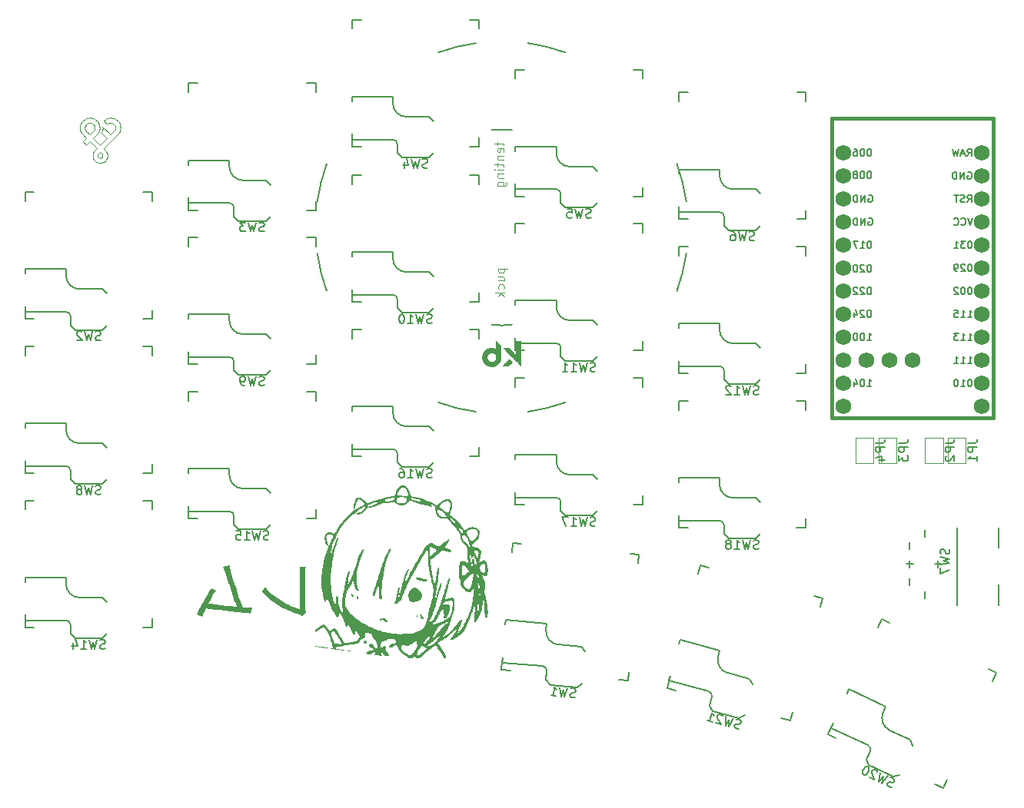
<source format=gbr>
%TF.GenerationSoftware,KiCad,Pcbnew,8.0.5*%
%TF.CreationDate,2024-10-14T15:31:37+02:00*%
%TF.ProjectId,oni-kb,6f6e692d-6b62-42e6-9b69-6361645f7063,rev?*%
%TF.SameCoordinates,Original*%
%TF.FileFunction,Legend,Bot*%
%TF.FilePolarity,Positive*%
%FSLAX46Y46*%
G04 Gerber Fmt 4.6, Leading zero omitted, Abs format (unit mm)*
G04 Created by KiCad (PCBNEW 8.0.5) date 2024-10-14 15:31:37*
%MOMM*%
%LPD*%
G01*
G04 APERTURE LIST*
%ADD10C,0.875000*%
%ADD11C,0.150000*%
%ADD12C,0.100000*%
%ADD13C,0.300000*%
%ADD14C,0.381000*%
%ADD15C,0.200000*%
%ADD16C,0.010000*%
%ADD17C,0.120000*%
%ADD18C,0.040000*%
%ADD19C,0.000000*%
%ADD20C,1.752600*%
G04 APERTURE END LIST*
D10*
G36*
X115946615Y-122588248D02*
G01*
X115539951Y-122943621D01*
X115317951Y-122838071D01*
X115246859Y-122816615D01*
X114923470Y-122716148D01*
X114607489Y-122607191D01*
X114299254Y-122489897D01*
X113999103Y-122364422D01*
X113707373Y-122230918D01*
X113424404Y-122089539D01*
X113150534Y-121940439D01*
X112886099Y-121783773D01*
X112631440Y-121619693D01*
X112386892Y-121448354D01*
X112152796Y-121269909D01*
X111929488Y-121084513D01*
X111717307Y-120892319D01*
X111516591Y-120693481D01*
X111327678Y-120488153D01*
X111150907Y-120276489D01*
X111465980Y-119779455D01*
X111637387Y-119991507D01*
X111824984Y-120198176D01*
X112027242Y-120398889D01*
X112242634Y-120593070D01*
X112469633Y-120780145D01*
X112706710Y-120959541D01*
X112952338Y-121130683D01*
X113204989Y-121292997D01*
X113463136Y-121445909D01*
X113725250Y-121588844D01*
X113989805Y-121721228D01*
X114255271Y-121842486D01*
X114520123Y-121952046D01*
X114782831Y-122049332D01*
X115041869Y-122133770D01*
X115295708Y-122204786D01*
X115295708Y-121955079D01*
X115295708Y-121640779D01*
X115295708Y-121384354D01*
X115295708Y-121098875D01*
X115295708Y-120791592D01*
X115295708Y-120469756D01*
X115295708Y-120140616D01*
X115295708Y-119811424D01*
X115295708Y-119489429D01*
X115295708Y-119181882D01*
X115295708Y-118896034D01*
X115295708Y-118639134D01*
X115295708Y-118323923D01*
X115295708Y-118171116D01*
X115287658Y-117922639D01*
X115266341Y-117671200D01*
X115246859Y-117523872D01*
X115939288Y-117523872D01*
X115902291Y-117786905D01*
X115881493Y-118033914D01*
X115877006Y-118171116D01*
X115877006Y-118417441D01*
X115877006Y-118760083D01*
X115877006Y-119030335D01*
X115877006Y-119325868D01*
X115877006Y-119639671D01*
X115877006Y-119964733D01*
X115877006Y-120294044D01*
X115877006Y-120620593D01*
X115877006Y-120937369D01*
X115877006Y-121237361D01*
X115877006Y-121513560D01*
X115877006Y-121758954D01*
X115877006Y-122053950D01*
X115877006Y-122240202D01*
X115908825Y-122485731D01*
X115946615Y-122588248D01*
G37*
G36*
X106846127Y-117510439D02*
G01*
X107545882Y-117367557D01*
X107582330Y-117616594D01*
X107631876Y-117856234D01*
X107678995Y-118050215D01*
X107753075Y-118305642D01*
X107853682Y-118639733D01*
X107932912Y-118897433D01*
X108020063Y-119177000D01*
X108113587Y-119473197D01*
X108211938Y-119780786D01*
X108313568Y-120094528D01*
X108416930Y-120409186D01*
X108520476Y-120719523D01*
X108622658Y-121020299D01*
X108721931Y-121306278D01*
X108816745Y-121572221D01*
X108905554Y-121812891D01*
X109024123Y-122115050D01*
X109058967Y-122197459D01*
X108421493Y-122175477D01*
X108324132Y-121928135D01*
X108205332Y-121602076D01*
X108116895Y-121349898D01*
X108022942Y-121076125D01*
X107925076Y-120786112D01*
X107824903Y-120485216D01*
X107724027Y-120178792D01*
X107624052Y-119872196D01*
X107526584Y-119570785D01*
X107433226Y-119279913D01*
X107345584Y-119004938D01*
X107265262Y-118751215D01*
X107162015Y-118422193D01*
X107084263Y-118171116D01*
X107003008Y-117921511D01*
X106914001Y-117682120D01*
X106846127Y-117510439D01*
G37*
G36*
X105516224Y-119893028D02*
G01*
X106041346Y-120134828D01*
X105894523Y-120342868D01*
X105739893Y-120586234D01*
X105580662Y-120857430D01*
X105420037Y-121148956D01*
X105261223Y-121453314D01*
X105107426Y-121763004D01*
X104961852Y-122070530D01*
X104827707Y-122368391D01*
X104708198Y-122649090D01*
X104606528Y-122905127D01*
X104550244Y-123058415D01*
X103961618Y-122787305D01*
X104092532Y-122482622D01*
X104214385Y-122221098D01*
X104352488Y-121938925D01*
X104503204Y-121642987D01*
X104662901Y-121340167D01*
X104827942Y-121037346D01*
X104994695Y-120741408D01*
X105159523Y-120459235D01*
X105318793Y-120197711D01*
X105468870Y-119963718D01*
X105516224Y-119893028D01*
G37*
G36*
X109331297Y-122026489D02*
G01*
X109591641Y-122034437D01*
X109840993Y-122036675D01*
X109982205Y-122033816D01*
X109877180Y-122695714D01*
X109631997Y-122658854D01*
X109380913Y-122625356D01*
X109297103Y-122617557D01*
X108978416Y-122586504D01*
X108727368Y-122560855D01*
X108450894Y-122531870D01*
X108153661Y-122500078D01*
X107840336Y-122466012D01*
X107515586Y-122430203D01*
X107184078Y-122393182D01*
X106850481Y-122355480D01*
X106519460Y-122317628D01*
X106195683Y-122280159D01*
X105883818Y-122243603D01*
X105588531Y-122208491D01*
X105314490Y-122175355D01*
X105066361Y-122144727D01*
X104752965Y-122104647D01*
X104906838Y-121557543D01*
X105200876Y-121597411D01*
X105564392Y-121643621D01*
X105837728Y-121677012D01*
X106130535Y-121711812D01*
X106438248Y-121747458D01*
X106756305Y-121783387D01*
X107080142Y-121819035D01*
X107405195Y-121853839D01*
X107726901Y-121887235D01*
X108040697Y-121918659D01*
X108342019Y-121947549D01*
X108626303Y-121973340D01*
X108888987Y-121995470D01*
X109232528Y-122020565D01*
X109331297Y-122026489D01*
G37*
D11*
X129345925Y-73520704D02*
X129203068Y-73568323D01*
X129203068Y-73568323D02*
X128964973Y-73568323D01*
X128964973Y-73568323D02*
X128869735Y-73520704D01*
X128869735Y-73520704D02*
X128822116Y-73473084D01*
X128822116Y-73473084D02*
X128774497Y-73377846D01*
X128774497Y-73377846D02*
X128774497Y-73282608D01*
X128774497Y-73282608D02*
X128822116Y-73187370D01*
X128822116Y-73187370D02*
X128869735Y-73139751D01*
X128869735Y-73139751D02*
X128964973Y-73092132D01*
X128964973Y-73092132D02*
X129155449Y-73044513D01*
X129155449Y-73044513D02*
X129250687Y-72996894D01*
X129250687Y-72996894D02*
X129298306Y-72949275D01*
X129298306Y-72949275D02*
X129345925Y-72854037D01*
X129345925Y-72854037D02*
X129345925Y-72758799D01*
X129345925Y-72758799D02*
X129298306Y-72663561D01*
X129298306Y-72663561D02*
X129250687Y-72615942D01*
X129250687Y-72615942D02*
X129155449Y-72568323D01*
X129155449Y-72568323D02*
X128917354Y-72568323D01*
X128917354Y-72568323D02*
X128774497Y-72615942D01*
X128441163Y-72568323D02*
X128203068Y-73568323D01*
X128203068Y-73568323D02*
X128012592Y-72854037D01*
X128012592Y-72854037D02*
X127822116Y-73568323D01*
X127822116Y-73568323D02*
X127584021Y-72568323D01*
X126774497Y-72901656D02*
X126774497Y-73568323D01*
X127012592Y-72520704D02*
X127250687Y-73234989D01*
X127250687Y-73234989D02*
X126631640Y-73234989D01*
X180423415Y-141814364D02*
X180273818Y-141797147D01*
X180273818Y-141797147D02*
X180058030Y-141696524D01*
X180058030Y-141696524D02*
X179991840Y-141613117D01*
X179991840Y-141613117D02*
X179968807Y-141549835D01*
X179968807Y-141549835D02*
X179965899Y-141443395D01*
X179965899Y-141443395D02*
X180006148Y-141357080D01*
X180006148Y-141357080D02*
X180089555Y-141290890D01*
X180089555Y-141290890D02*
X180152837Y-141267857D01*
X180152837Y-141267857D02*
X180259277Y-141264949D01*
X180259277Y-141264949D02*
X180452032Y-141302290D01*
X180452032Y-141302290D02*
X180558471Y-141299382D01*
X180558471Y-141299382D02*
X180621753Y-141276349D01*
X180621753Y-141276349D02*
X180705160Y-141210159D01*
X180705160Y-141210159D02*
X180745410Y-141123844D01*
X180745410Y-141123844D02*
X180742502Y-141017404D01*
X180742502Y-141017404D02*
X180719469Y-140954122D01*
X180719469Y-140954122D02*
X180653278Y-140870715D01*
X180653278Y-140870715D02*
X180437491Y-140770091D01*
X180437491Y-140770091D02*
X180287894Y-140752875D01*
X180005916Y-140568845D02*
X179367510Y-141374529D01*
X179367510Y-141374529D02*
X179496750Y-140646668D01*
X179496750Y-140646668D02*
X179022250Y-141213532D01*
X179022250Y-141213532D02*
X179229080Y-140206600D01*
X178886729Y-140152043D02*
X178863696Y-140088761D01*
X178863696Y-140088761D02*
X178797505Y-140005354D01*
X178797505Y-140005354D02*
X178581718Y-139904730D01*
X178581718Y-139904730D02*
X178475278Y-139907638D01*
X178475278Y-139907638D02*
X178411996Y-139930671D01*
X178411996Y-139930671D02*
X178328589Y-139996862D01*
X178328589Y-139996862D02*
X178288340Y-140083177D01*
X178288340Y-140083177D02*
X178271123Y-140232774D01*
X178271123Y-140232774D02*
X178547517Y-140992160D01*
X178547517Y-140992160D02*
X177986470Y-140730539D01*
X177848040Y-139562611D02*
X177761725Y-139522361D01*
X177761725Y-139522361D02*
X177655285Y-139525270D01*
X177655285Y-139525270D02*
X177592003Y-139548302D01*
X177592003Y-139548302D02*
X177508596Y-139614493D01*
X177508596Y-139614493D02*
X177384940Y-139766998D01*
X177384940Y-139766998D02*
X177284317Y-139982786D01*
X177284317Y-139982786D02*
X177246975Y-140175540D01*
X177246975Y-140175540D02*
X177249884Y-140281980D01*
X177249884Y-140281980D02*
X177272916Y-140345262D01*
X177272916Y-140345262D02*
X177339107Y-140428669D01*
X177339107Y-140428669D02*
X177425422Y-140468919D01*
X177425422Y-140468919D02*
X177531861Y-140466010D01*
X177531861Y-140466010D02*
X177595144Y-140442978D01*
X177595144Y-140442978D02*
X177678551Y-140376787D01*
X177678551Y-140376787D02*
X177802207Y-140224282D01*
X177802207Y-140224282D02*
X177902830Y-140008494D01*
X177902830Y-140008494D02*
X177940171Y-139815739D01*
X177940171Y-139815739D02*
X177937263Y-139709300D01*
X177937263Y-139709300D02*
X177914230Y-139646018D01*
X177914230Y-139646018D02*
X177848040Y-139562611D01*
X93345926Y-92520704D02*
X93203069Y-92568323D01*
X93203069Y-92568323D02*
X92964974Y-92568323D01*
X92964974Y-92568323D02*
X92869736Y-92520704D01*
X92869736Y-92520704D02*
X92822117Y-92473084D01*
X92822117Y-92473084D02*
X92774498Y-92377846D01*
X92774498Y-92377846D02*
X92774498Y-92282608D01*
X92774498Y-92282608D02*
X92822117Y-92187370D01*
X92822117Y-92187370D02*
X92869736Y-92139751D01*
X92869736Y-92139751D02*
X92964974Y-92092132D01*
X92964974Y-92092132D02*
X93155450Y-92044513D01*
X93155450Y-92044513D02*
X93250688Y-91996894D01*
X93250688Y-91996894D02*
X93298307Y-91949275D01*
X93298307Y-91949275D02*
X93345926Y-91854037D01*
X93345926Y-91854037D02*
X93345926Y-91758799D01*
X93345926Y-91758799D02*
X93298307Y-91663561D01*
X93298307Y-91663561D02*
X93250688Y-91615942D01*
X93250688Y-91615942D02*
X93155450Y-91568323D01*
X93155450Y-91568323D02*
X92917355Y-91568323D01*
X92917355Y-91568323D02*
X92774498Y-91615942D01*
X92441164Y-91568323D02*
X92203069Y-92568323D01*
X92203069Y-92568323D02*
X92012593Y-91854037D01*
X92012593Y-91854037D02*
X91822117Y-92568323D01*
X91822117Y-92568323D02*
X91584022Y-91568323D01*
X91250688Y-91663561D02*
X91203069Y-91615942D01*
X91203069Y-91615942D02*
X91107831Y-91568323D01*
X91107831Y-91568323D02*
X90869736Y-91568323D01*
X90869736Y-91568323D02*
X90774498Y-91615942D01*
X90774498Y-91615942D02*
X90726879Y-91663561D01*
X90726879Y-91663561D02*
X90679260Y-91758799D01*
X90679260Y-91758799D02*
X90679260Y-91854037D01*
X90679260Y-91854037D02*
X90726879Y-91996894D01*
X90726879Y-91996894D02*
X91298307Y-92568323D01*
X91298307Y-92568323D02*
X90679260Y-92568323D01*
X188826783Y-74030644D02*
X188902973Y-73992549D01*
X188902973Y-73992549D02*
X189017259Y-73992549D01*
X189017259Y-73992549D02*
X189131545Y-74030644D01*
X189131545Y-74030644D02*
X189207735Y-74106834D01*
X189207735Y-74106834D02*
X189245830Y-74183025D01*
X189245830Y-74183025D02*
X189283926Y-74335406D01*
X189283926Y-74335406D02*
X189283926Y-74449692D01*
X189283926Y-74449692D02*
X189245830Y-74602073D01*
X189245830Y-74602073D02*
X189207735Y-74678263D01*
X189207735Y-74678263D02*
X189131545Y-74754454D01*
X189131545Y-74754454D02*
X189017259Y-74792549D01*
X189017259Y-74792549D02*
X188941068Y-74792549D01*
X188941068Y-74792549D02*
X188826783Y-74754454D01*
X188826783Y-74754454D02*
X188788687Y-74716358D01*
X188788687Y-74716358D02*
X188788687Y-74449692D01*
X188788687Y-74449692D02*
X188941068Y-74449692D01*
X188445830Y-74792549D02*
X188445830Y-73992549D01*
X188445830Y-73992549D02*
X187988687Y-74792549D01*
X187988687Y-74792549D02*
X187988687Y-73992549D01*
X187607735Y-74792549D02*
X187607735Y-73992549D01*
X187607735Y-73992549D02*
X187417259Y-73992549D01*
X187417259Y-73992549D02*
X187302973Y-74030644D01*
X187302973Y-74030644D02*
X187226783Y-74106834D01*
X187226783Y-74106834D02*
X187188688Y-74183025D01*
X187188688Y-74183025D02*
X187150592Y-74335406D01*
X187150592Y-74335406D02*
X187150592Y-74449692D01*
X187150592Y-74449692D02*
X187188688Y-74602073D01*
X187188688Y-74602073D02*
X187226783Y-74678263D01*
X187226783Y-74678263D02*
X187302973Y-74754454D01*
X187302973Y-74754454D02*
X187417259Y-74792549D01*
X187417259Y-74792549D02*
X187607735Y-74792549D01*
X177911116Y-79110644D02*
X177987306Y-79072549D01*
X177987306Y-79072549D02*
X178101592Y-79072549D01*
X178101592Y-79072549D02*
X178215878Y-79110644D01*
X178215878Y-79110644D02*
X178292068Y-79186834D01*
X178292068Y-79186834D02*
X178330163Y-79263025D01*
X178330163Y-79263025D02*
X178368259Y-79415406D01*
X178368259Y-79415406D02*
X178368259Y-79529692D01*
X178368259Y-79529692D02*
X178330163Y-79682073D01*
X178330163Y-79682073D02*
X178292068Y-79758263D01*
X178292068Y-79758263D02*
X178215878Y-79834454D01*
X178215878Y-79834454D02*
X178101592Y-79872549D01*
X178101592Y-79872549D02*
X178025401Y-79872549D01*
X178025401Y-79872549D02*
X177911116Y-79834454D01*
X177911116Y-79834454D02*
X177873020Y-79796358D01*
X177873020Y-79796358D02*
X177873020Y-79529692D01*
X177873020Y-79529692D02*
X178025401Y-79529692D01*
X177530163Y-79872549D02*
X177530163Y-79072549D01*
X177530163Y-79072549D02*
X177073020Y-79872549D01*
X177073020Y-79872549D02*
X177073020Y-79072549D01*
X176692068Y-79872549D02*
X176692068Y-79072549D01*
X176692068Y-79072549D02*
X176501592Y-79072549D01*
X176501592Y-79072549D02*
X176387306Y-79110644D01*
X176387306Y-79110644D02*
X176311116Y-79186834D01*
X176311116Y-79186834D02*
X176273021Y-79263025D01*
X176273021Y-79263025D02*
X176234925Y-79415406D01*
X176234925Y-79415406D02*
X176234925Y-79529692D01*
X176234925Y-79529692D02*
X176273021Y-79682073D01*
X176273021Y-79682073D02*
X176311116Y-79758263D01*
X176311116Y-79758263D02*
X176387306Y-79834454D01*
X176387306Y-79834454D02*
X176501592Y-79872549D01*
X176501592Y-79872549D02*
X176692068Y-79872549D01*
X188833117Y-92572549D02*
X189290260Y-92572549D01*
X189061688Y-92572549D02*
X189061688Y-91772549D01*
X189061688Y-91772549D02*
X189137879Y-91886834D01*
X189137879Y-91886834D02*
X189214069Y-91963025D01*
X189214069Y-91963025D02*
X189290260Y-92001120D01*
X188071212Y-92572549D02*
X188528355Y-92572549D01*
X188299783Y-92572549D02*
X188299783Y-91772549D01*
X188299783Y-91772549D02*
X188375974Y-91886834D01*
X188375974Y-91886834D02*
X188452164Y-91963025D01*
X188452164Y-91963025D02*
X188528355Y-92001120D01*
X187804545Y-91772549D02*
X187309307Y-91772549D01*
X187309307Y-91772549D02*
X187575973Y-92077311D01*
X187575973Y-92077311D02*
X187461688Y-92077311D01*
X187461688Y-92077311D02*
X187385497Y-92115406D01*
X187385497Y-92115406D02*
X187347402Y-92153501D01*
X187347402Y-92153501D02*
X187309307Y-92229692D01*
X187309307Y-92229692D02*
X187309307Y-92420168D01*
X187309307Y-92420168D02*
X187347402Y-92496358D01*
X187347402Y-92496358D02*
X187385497Y-92534454D01*
X187385497Y-92534454D02*
X187461688Y-92572549D01*
X187461688Y-92572549D02*
X187690259Y-92572549D01*
X187690259Y-92572549D02*
X187766450Y-92534454D01*
X187766450Y-92534454D02*
X187804545Y-92496358D01*
X178025402Y-73922549D02*
X177949212Y-73922549D01*
X177949212Y-73922549D02*
X177873021Y-73960644D01*
X177873021Y-73960644D02*
X177834926Y-73998739D01*
X177834926Y-73998739D02*
X177796831Y-74074930D01*
X177796831Y-74074930D02*
X177758736Y-74227311D01*
X177758736Y-74227311D02*
X177758736Y-74417787D01*
X177758736Y-74417787D02*
X177796831Y-74570168D01*
X177796831Y-74570168D02*
X177834926Y-74646358D01*
X177834926Y-74646358D02*
X177873021Y-74684454D01*
X177873021Y-74684454D02*
X177949212Y-74722549D01*
X177949212Y-74722549D02*
X178025402Y-74722549D01*
X178025402Y-74722549D02*
X178101593Y-74684454D01*
X178101593Y-74684454D02*
X178139688Y-74646358D01*
X178139688Y-74646358D02*
X178177783Y-74570168D01*
X178177783Y-74570168D02*
X178215879Y-74417787D01*
X178215879Y-74417787D02*
X178215879Y-74227311D01*
X178215879Y-74227311D02*
X178177783Y-74074930D01*
X178177783Y-74074930D02*
X178139688Y-73998739D01*
X178139688Y-73998739D02*
X178101593Y-73960644D01*
X178101593Y-73960644D02*
X178025402Y-73922549D01*
X177263497Y-73922549D02*
X177187307Y-73922549D01*
X177187307Y-73922549D02*
X177111116Y-73960644D01*
X177111116Y-73960644D02*
X177073021Y-73998739D01*
X177073021Y-73998739D02*
X177034926Y-74074930D01*
X177034926Y-74074930D02*
X176996831Y-74227311D01*
X176996831Y-74227311D02*
X176996831Y-74417787D01*
X176996831Y-74417787D02*
X177034926Y-74570168D01*
X177034926Y-74570168D02*
X177073021Y-74646358D01*
X177073021Y-74646358D02*
X177111116Y-74684454D01*
X177111116Y-74684454D02*
X177187307Y-74722549D01*
X177187307Y-74722549D02*
X177263497Y-74722549D01*
X177263497Y-74722549D02*
X177339688Y-74684454D01*
X177339688Y-74684454D02*
X177377783Y-74646358D01*
X177377783Y-74646358D02*
X177415878Y-74570168D01*
X177415878Y-74570168D02*
X177453974Y-74417787D01*
X177453974Y-74417787D02*
X177453974Y-74227311D01*
X177453974Y-74227311D02*
X177415878Y-74074930D01*
X177415878Y-74074930D02*
X177377783Y-73998739D01*
X177377783Y-73998739D02*
X177339688Y-73960644D01*
X177339688Y-73960644D02*
X177263497Y-73922549D01*
X176539688Y-74265406D02*
X176615878Y-74227311D01*
X176615878Y-74227311D02*
X176653973Y-74189215D01*
X176653973Y-74189215D02*
X176692069Y-74113025D01*
X176692069Y-74113025D02*
X176692069Y-74074930D01*
X176692069Y-74074930D02*
X176653973Y-73998739D01*
X176653973Y-73998739D02*
X176615878Y-73960644D01*
X176615878Y-73960644D02*
X176539688Y-73922549D01*
X176539688Y-73922549D02*
X176387307Y-73922549D01*
X176387307Y-73922549D02*
X176311116Y-73960644D01*
X176311116Y-73960644D02*
X176273021Y-73998739D01*
X176273021Y-73998739D02*
X176234926Y-74074930D01*
X176234926Y-74074930D02*
X176234926Y-74113025D01*
X176234926Y-74113025D02*
X176273021Y-74189215D01*
X176273021Y-74189215D02*
X176311116Y-74227311D01*
X176311116Y-74227311D02*
X176387307Y-74265406D01*
X176387307Y-74265406D02*
X176539688Y-74265406D01*
X176539688Y-74265406D02*
X176615878Y-74303501D01*
X176615878Y-74303501D02*
X176653973Y-74341596D01*
X176653973Y-74341596D02*
X176692069Y-74417787D01*
X176692069Y-74417787D02*
X176692069Y-74570168D01*
X176692069Y-74570168D02*
X176653973Y-74646358D01*
X176653973Y-74646358D02*
X176615878Y-74684454D01*
X176615878Y-74684454D02*
X176539688Y-74722549D01*
X176539688Y-74722549D02*
X176387307Y-74722549D01*
X176387307Y-74722549D02*
X176311116Y-74684454D01*
X176311116Y-74684454D02*
X176273021Y-74646358D01*
X176273021Y-74646358D02*
X176234926Y-74570168D01*
X176234926Y-74570168D02*
X176234926Y-74417787D01*
X176234926Y-74417787D02*
X176273021Y-74341596D01*
X176273021Y-74341596D02*
X176311116Y-74303501D01*
X176311116Y-74303501D02*
X176387307Y-74265406D01*
X188788688Y-72252549D02*
X189055355Y-71871596D01*
X189245831Y-72252549D02*
X189245831Y-71452549D01*
X189245831Y-71452549D02*
X188941069Y-71452549D01*
X188941069Y-71452549D02*
X188864879Y-71490644D01*
X188864879Y-71490644D02*
X188826784Y-71528739D01*
X188826784Y-71528739D02*
X188788688Y-71604930D01*
X188788688Y-71604930D02*
X188788688Y-71719215D01*
X188788688Y-71719215D02*
X188826784Y-71795406D01*
X188826784Y-71795406D02*
X188864879Y-71833501D01*
X188864879Y-71833501D02*
X188941069Y-71871596D01*
X188941069Y-71871596D02*
X189245831Y-71871596D01*
X188483927Y-72023977D02*
X188102974Y-72023977D01*
X188560117Y-72252549D02*
X188293450Y-71452549D01*
X188293450Y-71452549D02*
X188026784Y-72252549D01*
X187836308Y-71452549D02*
X187645832Y-72252549D01*
X187645832Y-72252549D02*
X187493451Y-71681120D01*
X187493451Y-71681120D02*
X187341070Y-72252549D01*
X187341070Y-72252549D02*
X187150594Y-71452549D01*
X177911116Y-76570644D02*
X177987306Y-76532549D01*
X177987306Y-76532549D02*
X178101592Y-76532549D01*
X178101592Y-76532549D02*
X178215878Y-76570644D01*
X178215878Y-76570644D02*
X178292068Y-76646834D01*
X178292068Y-76646834D02*
X178330163Y-76723025D01*
X178330163Y-76723025D02*
X178368259Y-76875406D01*
X178368259Y-76875406D02*
X178368259Y-76989692D01*
X178368259Y-76989692D02*
X178330163Y-77142073D01*
X178330163Y-77142073D02*
X178292068Y-77218263D01*
X178292068Y-77218263D02*
X178215878Y-77294454D01*
X178215878Y-77294454D02*
X178101592Y-77332549D01*
X178101592Y-77332549D02*
X178025401Y-77332549D01*
X178025401Y-77332549D02*
X177911116Y-77294454D01*
X177911116Y-77294454D02*
X177873020Y-77256358D01*
X177873020Y-77256358D02*
X177873020Y-76989692D01*
X177873020Y-76989692D02*
X178025401Y-76989692D01*
X177530163Y-77332549D02*
X177530163Y-76532549D01*
X177530163Y-76532549D02*
X177073020Y-77332549D01*
X177073020Y-77332549D02*
X177073020Y-76532549D01*
X176692068Y-77332549D02*
X176692068Y-76532549D01*
X176692068Y-76532549D02*
X176501592Y-76532549D01*
X176501592Y-76532549D02*
X176387306Y-76570644D01*
X176387306Y-76570644D02*
X176311116Y-76646834D01*
X176311116Y-76646834D02*
X176273021Y-76723025D01*
X176273021Y-76723025D02*
X176234925Y-76875406D01*
X176234925Y-76875406D02*
X176234925Y-76989692D01*
X176234925Y-76989692D02*
X176273021Y-77142073D01*
X176273021Y-77142073D02*
X176311116Y-77218263D01*
X176311116Y-77218263D02*
X176387306Y-77294454D01*
X176387306Y-77294454D02*
X176501592Y-77332549D01*
X176501592Y-77332549D02*
X176692068Y-77332549D01*
X178025402Y-89222549D02*
X177949212Y-89222549D01*
X177949212Y-89222549D02*
X177873021Y-89260644D01*
X177873021Y-89260644D02*
X177834926Y-89298739D01*
X177834926Y-89298739D02*
X177796831Y-89374930D01*
X177796831Y-89374930D02*
X177758736Y-89527311D01*
X177758736Y-89527311D02*
X177758736Y-89717787D01*
X177758736Y-89717787D02*
X177796831Y-89870168D01*
X177796831Y-89870168D02*
X177834926Y-89946358D01*
X177834926Y-89946358D02*
X177873021Y-89984454D01*
X177873021Y-89984454D02*
X177949212Y-90022549D01*
X177949212Y-90022549D02*
X178025402Y-90022549D01*
X178025402Y-90022549D02*
X178101593Y-89984454D01*
X178101593Y-89984454D02*
X178139688Y-89946358D01*
X178139688Y-89946358D02*
X178177783Y-89870168D01*
X178177783Y-89870168D02*
X178215879Y-89717787D01*
X178215879Y-89717787D02*
X178215879Y-89527311D01*
X178215879Y-89527311D02*
X178177783Y-89374930D01*
X178177783Y-89374930D02*
X178139688Y-89298739D01*
X178139688Y-89298739D02*
X178101593Y-89260644D01*
X178101593Y-89260644D02*
X178025402Y-89222549D01*
X177453974Y-89298739D02*
X177415878Y-89260644D01*
X177415878Y-89260644D02*
X177339688Y-89222549D01*
X177339688Y-89222549D02*
X177149212Y-89222549D01*
X177149212Y-89222549D02*
X177073021Y-89260644D01*
X177073021Y-89260644D02*
X177034926Y-89298739D01*
X177034926Y-89298739D02*
X176996831Y-89374930D01*
X176996831Y-89374930D02*
X176996831Y-89451120D01*
X176996831Y-89451120D02*
X177034926Y-89565406D01*
X177034926Y-89565406D02*
X177492069Y-90022549D01*
X177492069Y-90022549D02*
X176996831Y-90022549D01*
X176311116Y-89489215D02*
X176311116Y-90022549D01*
X176501592Y-89184454D02*
X176692069Y-89755882D01*
X176692069Y-89755882D02*
X176196830Y-89755882D01*
X189099783Y-86692549D02*
X189023593Y-86692549D01*
X189023593Y-86692549D02*
X188947402Y-86730644D01*
X188947402Y-86730644D02*
X188909307Y-86768739D01*
X188909307Y-86768739D02*
X188871212Y-86844930D01*
X188871212Y-86844930D02*
X188833117Y-86997311D01*
X188833117Y-86997311D02*
X188833117Y-87187787D01*
X188833117Y-87187787D02*
X188871212Y-87340168D01*
X188871212Y-87340168D02*
X188909307Y-87416358D01*
X188909307Y-87416358D02*
X188947402Y-87454454D01*
X188947402Y-87454454D02*
X189023593Y-87492549D01*
X189023593Y-87492549D02*
X189099783Y-87492549D01*
X189099783Y-87492549D02*
X189175974Y-87454454D01*
X189175974Y-87454454D02*
X189214069Y-87416358D01*
X189214069Y-87416358D02*
X189252164Y-87340168D01*
X189252164Y-87340168D02*
X189290260Y-87187787D01*
X189290260Y-87187787D02*
X189290260Y-86997311D01*
X189290260Y-86997311D02*
X189252164Y-86844930D01*
X189252164Y-86844930D02*
X189214069Y-86768739D01*
X189214069Y-86768739D02*
X189175974Y-86730644D01*
X189175974Y-86730644D02*
X189099783Y-86692549D01*
X188337878Y-86692549D02*
X188261688Y-86692549D01*
X188261688Y-86692549D02*
X188185497Y-86730644D01*
X188185497Y-86730644D02*
X188147402Y-86768739D01*
X188147402Y-86768739D02*
X188109307Y-86844930D01*
X188109307Y-86844930D02*
X188071212Y-86997311D01*
X188071212Y-86997311D02*
X188071212Y-87187787D01*
X188071212Y-87187787D02*
X188109307Y-87340168D01*
X188109307Y-87340168D02*
X188147402Y-87416358D01*
X188147402Y-87416358D02*
X188185497Y-87454454D01*
X188185497Y-87454454D02*
X188261688Y-87492549D01*
X188261688Y-87492549D02*
X188337878Y-87492549D01*
X188337878Y-87492549D02*
X188414069Y-87454454D01*
X188414069Y-87454454D02*
X188452164Y-87416358D01*
X188452164Y-87416358D02*
X188490259Y-87340168D01*
X188490259Y-87340168D02*
X188528355Y-87187787D01*
X188528355Y-87187787D02*
X188528355Y-86997311D01*
X188528355Y-86997311D02*
X188490259Y-86844930D01*
X188490259Y-86844930D02*
X188452164Y-86768739D01*
X188452164Y-86768739D02*
X188414069Y-86730644D01*
X188414069Y-86730644D02*
X188337878Y-86692549D01*
X187766450Y-86768739D02*
X187728354Y-86730644D01*
X187728354Y-86730644D02*
X187652164Y-86692549D01*
X187652164Y-86692549D02*
X187461688Y-86692549D01*
X187461688Y-86692549D02*
X187385497Y-86730644D01*
X187385497Y-86730644D02*
X187347402Y-86768739D01*
X187347402Y-86768739D02*
X187309307Y-86844930D01*
X187309307Y-86844930D02*
X187309307Y-86921120D01*
X187309307Y-86921120D02*
X187347402Y-87035406D01*
X187347402Y-87035406D02*
X187804545Y-87492549D01*
X187804545Y-87492549D02*
X187309307Y-87492549D01*
X178025402Y-84222549D02*
X177949212Y-84222549D01*
X177949212Y-84222549D02*
X177873021Y-84260644D01*
X177873021Y-84260644D02*
X177834926Y-84298739D01*
X177834926Y-84298739D02*
X177796831Y-84374930D01*
X177796831Y-84374930D02*
X177758736Y-84527311D01*
X177758736Y-84527311D02*
X177758736Y-84717787D01*
X177758736Y-84717787D02*
X177796831Y-84870168D01*
X177796831Y-84870168D02*
X177834926Y-84946358D01*
X177834926Y-84946358D02*
X177873021Y-84984454D01*
X177873021Y-84984454D02*
X177949212Y-85022549D01*
X177949212Y-85022549D02*
X178025402Y-85022549D01*
X178025402Y-85022549D02*
X178101593Y-84984454D01*
X178101593Y-84984454D02*
X178139688Y-84946358D01*
X178139688Y-84946358D02*
X178177783Y-84870168D01*
X178177783Y-84870168D02*
X178215879Y-84717787D01*
X178215879Y-84717787D02*
X178215879Y-84527311D01*
X178215879Y-84527311D02*
X178177783Y-84374930D01*
X178177783Y-84374930D02*
X178139688Y-84298739D01*
X178139688Y-84298739D02*
X178101593Y-84260644D01*
X178101593Y-84260644D02*
X178025402Y-84222549D01*
X177453974Y-84298739D02*
X177415878Y-84260644D01*
X177415878Y-84260644D02*
X177339688Y-84222549D01*
X177339688Y-84222549D02*
X177149212Y-84222549D01*
X177149212Y-84222549D02*
X177073021Y-84260644D01*
X177073021Y-84260644D02*
X177034926Y-84298739D01*
X177034926Y-84298739D02*
X176996831Y-84374930D01*
X176996831Y-84374930D02*
X176996831Y-84451120D01*
X176996831Y-84451120D02*
X177034926Y-84565406D01*
X177034926Y-84565406D02*
X177492069Y-85022549D01*
X177492069Y-85022549D02*
X176996831Y-85022549D01*
X176501592Y-84222549D02*
X176425402Y-84222549D01*
X176425402Y-84222549D02*
X176349211Y-84260644D01*
X176349211Y-84260644D02*
X176311116Y-84298739D01*
X176311116Y-84298739D02*
X176273021Y-84374930D01*
X176273021Y-84374930D02*
X176234926Y-84527311D01*
X176234926Y-84527311D02*
X176234926Y-84717787D01*
X176234926Y-84717787D02*
X176273021Y-84870168D01*
X176273021Y-84870168D02*
X176311116Y-84946358D01*
X176311116Y-84946358D02*
X176349211Y-84984454D01*
X176349211Y-84984454D02*
X176425402Y-85022549D01*
X176425402Y-85022549D02*
X176501592Y-85022549D01*
X176501592Y-85022549D02*
X176577783Y-84984454D01*
X176577783Y-84984454D02*
X176615878Y-84946358D01*
X176615878Y-84946358D02*
X176653973Y-84870168D01*
X176653973Y-84870168D02*
X176692069Y-84717787D01*
X176692069Y-84717787D02*
X176692069Y-84527311D01*
X176692069Y-84527311D02*
X176653973Y-84374930D01*
X176653973Y-84374930D02*
X176615878Y-84298739D01*
X176615878Y-84298739D02*
X176577783Y-84260644D01*
X176577783Y-84260644D02*
X176501592Y-84222549D01*
X177758736Y-97652549D02*
X178215879Y-97652549D01*
X177987307Y-97652549D02*
X177987307Y-96852549D01*
X177987307Y-96852549D02*
X178063498Y-96966834D01*
X178063498Y-96966834D02*
X178139688Y-97043025D01*
X178139688Y-97043025D02*
X178215879Y-97081120D01*
X177263497Y-96852549D02*
X177187307Y-96852549D01*
X177187307Y-96852549D02*
X177111116Y-96890644D01*
X177111116Y-96890644D02*
X177073021Y-96928739D01*
X177073021Y-96928739D02*
X177034926Y-97004930D01*
X177034926Y-97004930D02*
X176996831Y-97157311D01*
X176996831Y-97157311D02*
X176996831Y-97347787D01*
X176996831Y-97347787D02*
X177034926Y-97500168D01*
X177034926Y-97500168D02*
X177073021Y-97576358D01*
X177073021Y-97576358D02*
X177111116Y-97614454D01*
X177111116Y-97614454D02*
X177187307Y-97652549D01*
X177187307Y-97652549D02*
X177263497Y-97652549D01*
X177263497Y-97652549D02*
X177339688Y-97614454D01*
X177339688Y-97614454D02*
X177377783Y-97576358D01*
X177377783Y-97576358D02*
X177415878Y-97500168D01*
X177415878Y-97500168D02*
X177453974Y-97347787D01*
X177453974Y-97347787D02*
X177453974Y-97157311D01*
X177453974Y-97157311D02*
X177415878Y-97004930D01*
X177415878Y-97004930D02*
X177377783Y-96928739D01*
X177377783Y-96928739D02*
X177339688Y-96890644D01*
X177339688Y-96890644D02*
X177263497Y-96852549D01*
X176311116Y-97119215D02*
X176311116Y-97652549D01*
X176501592Y-96814454D02*
X176692069Y-97385882D01*
X176692069Y-97385882D02*
X176196830Y-97385882D01*
X189366450Y-79072549D02*
X189099783Y-79872549D01*
X189099783Y-79872549D02*
X188833117Y-79072549D01*
X188109307Y-79796358D02*
X188147403Y-79834454D01*
X188147403Y-79834454D02*
X188261688Y-79872549D01*
X188261688Y-79872549D02*
X188337879Y-79872549D01*
X188337879Y-79872549D02*
X188452165Y-79834454D01*
X188452165Y-79834454D02*
X188528355Y-79758263D01*
X188528355Y-79758263D02*
X188566450Y-79682073D01*
X188566450Y-79682073D02*
X188604546Y-79529692D01*
X188604546Y-79529692D02*
X188604546Y-79415406D01*
X188604546Y-79415406D02*
X188566450Y-79263025D01*
X188566450Y-79263025D02*
X188528355Y-79186834D01*
X188528355Y-79186834D02*
X188452165Y-79110644D01*
X188452165Y-79110644D02*
X188337879Y-79072549D01*
X188337879Y-79072549D02*
X188261688Y-79072549D01*
X188261688Y-79072549D02*
X188147403Y-79110644D01*
X188147403Y-79110644D02*
X188109307Y-79148739D01*
X187309307Y-79796358D02*
X187347403Y-79834454D01*
X187347403Y-79834454D02*
X187461688Y-79872549D01*
X187461688Y-79872549D02*
X187537879Y-79872549D01*
X187537879Y-79872549D02*
X187652165Y-79834454D01*
X187652165Y-79834454D02*
X187728355Y-79758263D01*
X187728355Y-79758263D02*
X187766450Y-79682073D01*
X187766450Y-79682073D02*
X187804546Y-79529692D01*
X187804546Y-79529692D02*
X187804546Y-79415406D01*
X187804546Y-79415406D02*
X187766450Y-79263025D01*
X187766450Y-79263025D02*
X187728355Y-79186834D01*
X187728355Y-79186834D02*
X187652165Y-79110644D01*
X187652165Y-79110644D02*
X187537879Y-79072549D01*
X187537879Y-79072549D02*
X187461688Y-79072549D01*
X187461688Y-79072549D02*
X187347403Y-79110644D01*
X187347403Y-79110644D02*
X187309307Y-79148739D01*
X189099783Y-81612549D02*
X189023593Y-81612549D01*
X189023593Y-81612549D02*
X188947402Y-81650644D01*
X188947402Y-81650644D02*
X188909307Y-81688739D01*
X188909307Y-81688739D02*
X188871212Y-81764930D01*
X188871212Y-81764930D02*
X188833117Y-81917311D01*
X188833117Y-81917311D02*
X188833117Y-82107787D01*
X188833117Y-82107787D02*
X188871212Y-82260168D01*
X188871212Y-82260168D02*
X188909307Y-82336358D01*
X188909307Y-82336358D02*
X188947402Y-82374454D01*
X188947402Y-82374454D02*
X189023593Y-82412549D01*
X189023593Y-82412549D02*
X189099783Y-82412549D01*
X189099783Y-82412549D02*
X189175974Y-82374454D01*
X189175974Y-82374454D02*
X189214069Y-82336358D01*
X189214069Y-82336358D02*
X189252164Y-82260168D01*
X189252164Y-82260168D02*
X189290260Y-82107787D01*
X189290260Y-82107787D02*
X189290260Y-81917311D01*
X189290260Y-81917311D02*
X189252164Y-81764930D01*
X189252164Y-81764930D02*
X189214069Y-81688739D01*
X189214069Y-81688739D02*
X189175974Y-81650644D01*
X189175974Y-81650644D02*
X189099783Y-81612549D01*
X188566450Y-81612549D02*
X188071212Y-81612549D01*
X188071212Y-81612549D02*
X188337878Y-81917311D01*
X188337878Y-81917311D02*
X188223593Y-81917311D01*
X188223593Y-81917311D02*
X188147402Y-81955406D01*
X188147402Y-81955406D02*
X188109307Y-81993501D01*
X188109307Y-81993501D02*
X188071212Y-82069692D01*
X188071212Y-82069692D02*
X188071212Y-82260168D01*
X188071212Y-82260168D02*
X188109307Y-82336358D01*
X188109307Y-82336358D02*
X188147402Y-82374454D01*
X188147402Y-82374454D02*
X188223593Y-82412549D01*
X188223593Y-82412549D02*
X188452164Y-82412549D01*
X188452164Y-82412549D02*
X188528355Y-82374454D01*
X188528355Y-82374454D02*
X188566450Y-82336358D01*
X187309307Y-82412549D02*
X187766450Y-82412549D01*
X187537878Y-82412549D02*
X187537878Y-81612549D01*
X187537878Y-81612549D02*
X187614069Y-81726834D01*
X187614069Y-81726834D02*
X187690259Y-81803025D01*
X187690259Y-81803025D02*
X187766450Y-81841120D01*
X189099783Y-96852549D02*
X189023593Y-96852549D01*
X189023593Y-96852549D02*
X188947402Y-96890644D01*
X188947402Y-96890644D02*
X188909307Y-96928739D01*
X188909307Y-96928739D02*
X188871212Y-97004930D01*
X188871212Y-97004930D02*
X188833117Y-97157311D01*
X188833117Y-97157311D02*
X188833117Y-97347787D01*
X188833117Y-97347787D02*
X188871212Y-97500168D01*
X188871212Y-97500168D02*
X188909307Y-97576358D01*
X188909307Y-97576358D02*
X188947402Y-97614454D01*
X188947402Y-97614454D02*
X189023593Y-97652549D01*
X189023593Y-97652549D02*
X189099783Y-97652549D01*
X189099783Y-97652549D02*
X189175974Y-97614454D01*
X189175974Y-97614454D02*
X189214069Y-97576358D01*
X189214069Y-97576358D02*
X189252164Y-97500168D01*
X189252164Y-97500168D02*
X189290260Y-97347787D01*
X189290260Y-97347787D02*
X189290260Y-97157311D01*
X189290260Y-97157311D02*
X189252164Y-97004930D01*
X189252164Y-97004930D02*
X189214069Y-96928739D01*
X189214069Y-96928739D02*
X189175974Y-96890644D01*
X189175974Y-96890644D02*
X189099783Y-96852549D01*
X188071212Y-97652549D02*
X188528355Y-97652549D01*
X188299783Y-97652549D02*
X188299783Y-96852549D01*
X188299783Y-96852549D02*
X188375974Y-96966834D01*
X188375974Y-96966834D02*
X188452164Y-97043025D01*
X188452164Y-97043025D02*
X188528355Y-97081120D01*
X187575973Y-96852549D02*
X187499783Y-96852549D01*
X187499783Y-96852549D02*
X187423592Y-96890644D01*
X187423592Y-96890644D02*
X187385497Y-96928739D01*
X187385497Y-96928739D02*
X187347402Y-97004930D01*
X187347402Y-97004930D02*
X187309307Y-97157311D01*
X187309307Y-97157311D02*
X187309307Y-97347787D01*
X187309307Y-97347787D02*
X187347402Y-97500168D01*
X187347402Y-97500168D02*
X187385497Y-97576358D01*
X187385497Y-97576358D02*
X187423592Y-97614454D01*
X187423592Y-97614454D02*
X187499783Y-97652549D01*
X187499783Y-97652549D02*
X187575973Y-97652549D01*
X187575973Y-97652549D02*
X187652164Y-97614454D01*
X187652164Y-97614454D02*
X187690259Y-97576358D01*
X187690259Y-97576358D02*
X187728354Y-97500168D01*
X187728354Y-97500168D02*
X187766450Y-97347787D01*
X187766450Y-97347787D02*
X187766450Y-97157311D01*
X187766450Y-97157311D02*
X187728354Y-97004930D01*
X187728354Y-97004930D02*
X187690259Y-96928739D01*
X187690259Y-96928739D02*
X187652164Y-96890644D01*
X187652164Y-96890644D02*
X187575973Y-96852549D01*
X178025402Y-71452549D02*
X177949212Y-71452549D01*
X177949212Y-71452549D02*
X177873021Y-71490644D01*
X177873021Y-71490644D02*
X177834926Y-71528739D01*
X177834926Y-71528739D02*
X177796831Y-71604930D01*
X177796831Y-71604930D02*
X177758736Y-71757311D01*
X177758736Y-71757311D02*
X177758736Y-71947787D01*
X177758736Y-71947787D02*
X177796831Y-72100168D01*
X177796831Y-72100168D02*
X177834926Y-72176358D01*
X177834926Y-72176358D02*
X177873021Y-72214454D01*
X177873021Y-72214454D02*
X177949212Y-72252549D01*
X177949212Y-72252549D02*
X178025402Y-72252549D01*
X178025402Y-72252549D02*
X178101593Y-72214454D01*
X178101593Y-72214454D02*
X178139688Y-72176358D01*
X178139688Y-72176358D02*
X178177783Y-72100168D01*
X178177783Y-72100168D02*
X178215879Y-71947787D01*
X178215879Y-71947787D02*
X178215879Y-71757311D01*
X178215879Y-71757311D02*
X178177783Y-71604930D01*
X178177783Y-71604930D02*
X178139688Y-71528739D01*
X178139688Y-71528739D02*
X178101593Y-71490644D01*
X178101593Y-71490644D02*
X178025402Y-71452549D01*
X177263497Y-71452549D02*
X177187307Y-71452549D01*
X177187307Y-71452549D02*
X177111116Y-71490644D01*
X177111116Y-71490644D02*
X177073021Y-71528739D01*
X177073021Y-71528739D02*
X177034926Y-71604930D01*
X177034926Y-71604930D02*
X176996831Y-71757311D01*
X176996831Y-71757311D02*
X176996831Y-71947787D01*
X176996831Y-71947787D02*
X177034926Y-72100168D01*
X177034926Y-72100168D02*
X177073021Y-72176358D01*
X177073021Y-72176358D02*
X177111116Y-72214454D01*
X177111116Y-72214454D02*
X177187307Y-72252549D01*
X177187307Y-72252549D02*
X177263497Y-72252549D01*
X177263497Y-72252549D02*
X177339688Y-72214454D01*
X177339688Y-72214454D02*
X177377783Y-72176358D01*
X177377783Y-72176358D02*
X177415878Y-72100168D01*
X177415878Y-72100168D02*
X177453974Y-71947787D01*
X177453974Y-71947787D02*
X177453974Y-71757311D01*
X177453974Y-71757311D02*
X177415878Y-71604930D01*
X177415878Y-71604930D02*
X177377783Y-71528739D01*
X177377783Y-71528739D02*
X177339688Y-71490644D01*
X177339688Y-71490644D02*
X177263497Y-71452549D01*
X176311116Y-71452549D02*
X176463497Y-71452549D01*
X176463497Y-71452549D02*
X176539688Y-71490644D01*
X176539688Y-71490644D02*
X176577783Y-71528739D01*
X176577783Y-71528739D02*
X176653973Y-71643025D01*
X176653973Y-71643025D02*
X176692069Y-71795406D01*
X176692069Y-71795406D02*
X176692069Y-72100168D01*
X176692069Y-72100168D02*
X176653973Y-72176358D01*
X176653973Y-72176358D02*
X176615878Y-72214454D01*
X176615878Y-72214454D02*
X176539688Y-72252549D01*
X176539688Y-72252549D02*
X176387307Y-72252549D01*
X176387307Y-72252549D02*
X176311116Y-72214454D01*
X176311116Y-72214454D02*
X176273021Y-72176358D01*
X176273021Y-72176358D02*
X176234926Y-72100168D01*
X176234926Y-72100168D02*
X176234926Y-71909692D01*
X176234926Y-71909692D02*
X176273021Y-71833501D01*
X176273021Y-71833501D02*
X176311116Y-71795406D01*
X176311116Y-71795406D02*
X176387307Y-71757311D01*
X176387307Y-71757311D02*
X176539688Y-71757311D01*
X176539688Y-71757311D02*
X176615878Y-71795406D01*
X176615878Y-71795406D02*
X176653973Y-71833501D01*
X176653973Y-71833501D02*
X176692069Y-71909692D01*
X189099783Y-84152549D02*
X189023593Y-84152549D01*
X189023593Y-84152549D02*
X188947402Y-84190644D01*
X188947402Y-84190644D02*
X188909307Y-84228739D01*
X188909307Y-84228739D02*
X188871212Y-84304930D01*
X188871212Y-84304930D02*
X188833117Y-84457311D01*
X188833117Y-84457311D02*
X188833117Y-84647787D01*
X188833117Y-84647787D02*
X188871212Y-84800168D01*
X188871212Y-84800168D02*
X188909307Y-84876358D01*
X188909307Y-84876358D02*
X188947402Y-84914454D01*
X188947402Y-84914454D02*
X189023593Y-84952549D01*
X189023593Y-84952549D02*
X189099783Y-84952549D01*
X189099783Y-84952549D02*
X189175974Y-84914454D01*
X189175974Y-84914454D02*
X189214069Y-84876358D01*
X189214069Y-84876358D02*
X189252164Y-84800168D01*
X189252164Y-84800168D02*
X189290260Y-84647787D01*
X189290260Y-84647787D02*
X189290260Y-84457311D01*
X189290260Y-84457311D02*
X189252164Y-84304930D01*
X189252164Y-84304930D02*
X189214069Y-84228739D01*
X189214069Y-84228739D02*
X189175974Y-84190644D01*
X189175974Y-84190644D02*
X189099783Y-84152549D01*
X188528355Y-84228739D02*
X188490259Y-84190644D01*
X188490259Y-84190644D02*
X188414069Y-84152549D01*
X188414069Y-84152549D02*
X188223593Y-84152549D01*
X188223593Y-84152549D02*
X188147402Y-84190644D01*
X188147402Y-84190644D02*
X188109307Y-84228739D01*
X188109307Y-84228739D02*
X188071212Y-84304930D01*
X188071212Y-84304930D02*
X188071212Y-84381120D01*
X188071212Y-84381120D02*
X188109307Y-84495406D01*
X188109307Y-84495406D02*
X188566450Y-84952549D01*
X188566450Y-84952549D02*
X188071212Y-84952549D01*
X187690259Y-84952549D02*
X187537878Y-84952549D01*
X187537878Y-84952549D02*
X187461688Y-84914454D01*
X187461688Y-84914454D02*
X187423592Y-84876358D01*
X187423592Y-84876358D02*
X187347402Y-84762073D01*
X187347402Y-84762073D02*
X187309307Y-84609692D01*
X187309307Y-84609692D02*
X187309307Y-84304930D01*
X187309307Y-84304930D02*
X187347402Y-84228739D01*
X187347402Y-84228739D02*
X187385497Y-84190644D01*
X187385497Y-84190644D02*
X187461688Y-84152549D01*
X187461688Y-84152549D02*
X187614069Y-84152549D01*
X187614069Y-84152549D02*
X187690259Y-84190644D01*
X187690259Y-84190644D02*
X187728354Y-84228739D01*
X187728354Y-84228739D02*
X187766450Y-84304930D01*
X187766450Y-84304930D02*
X187766450Y-84495406D01*
X187766450Y-84495406D02*
X187728354Y-84571596D01*
X187728354Y-84571596D02*
X187690259Y-84609692D01*
X187690259Y-84609692D02*
X187614069Y-84647787D01*
X187614069Y-84647787D02*
X187461688Y-84647787D01*
X187461688Y-84647787D02*
X187385497Y-84609692D01*
X187385497Y-84609692D02*
X187347402Y-84571596D01*
X187347402Y-84571596D02*
X187309307Y-84495406D01*
X188833117Y-90032549D02*
X189290260Y-90032549D01*
X189061688Y-90032549D02*
X189061688Y-89232549D01*
X189061688Y-89232549D02*
X189137879Y-89346834D01*
X189137879Y-89346834D02*
X189214069Y-89423025D01*
X189214069Y-89423025D02*
X189290260Y-89461120D01*
X188071212Y-90032549D02*
X188528355Y-90032549D01*
X188299783Y-90032549D02*
X188299783Y-89232549D01*
X188299783Y-89232549D02*
X188375974Y-89346834D01*
X188375974Y-89346834D02*
X188452164Y-89423025D01*
X188452164Y-89423025D02*
X188528355Y-89461120D01*
X187347402Y-89232549D02*
X187728354Y-89232549D01*
X187728354Y-89232549D02*
X187766450Y-89613501D01*
X187766450Y-89613501D02*
X187728354Y-89575406D01*
X187728354Y-89575406D02*
X187652164Y-89537311D01*
X187652164Y-89537311D02*
X187461688Y-89537311D01*
X187461688Y-89537311D02*
X187385497Y-89575406D01*
X187385497Y-89575406D02*
X187347402Y-89613501D01*
X187347402Y-89613501D02*
X187309307Y-89689692D01*
X187309307Y-89689692D02*
X187309307Y-89880168D01*
X187309307Y-89880168D02*
X187347402Y-89956358D01*
X187347402Y-89956358D02*
X187385497Y-89994454D01*
X187385497Y-89994454D02*
X187461688Y-90032549D01*
X187461688Y-90032549D02*
X187652164Y-90032549D01*
X187652164Y-90032549D02*
X187728354Y-89994454D01*
X187728354Y-89994454D02*
X187766450Y-89956358D01*
X188788687Y-77332549D02*
X189055354Y-76951596D01*
X189245830Y-77332549D02*
X189245830Y-76532549D01*
X189245830Y-76532549D02*
X188941068Y-76532549D01*
X188941068Y-76532549D02*
X188864878Y-76570644D01*
X188864878Y-76570644D02*
X188826783Y-76608739D01*
X188826783Y-76608739D02*
X188788687Y-76684930D01*
X188788687Y-76684930D02*
X188788687Y-76799215D01*
X188788687Y-76799215D02*
X188826783Y-76875406D01*
X188826783Y-76875406D02*
X188864878Y-76913501D01*
X188864878Y-76913501D02*
X188941068Y-76951596D01*
X188941068Y-76951596D02*
X189245830Y-76951596D01*
X188483926Y-77294454D02*
X188369640Y-77332549D01*
X188369640Y-77332549D02*
X188179164Y-77332549D01*
X188179164Y-77332549D02*
X188102973Y-77294454D01*
X188102973Y-77294454D02*
X188064878Y-77256358D01*
X188064878Y-77256358D02*
X188026783Y-77180168D01*
X188026783Y-77180168D02*
X188026783Y-77103977D01*
X188026783Y-77103977D02*
X188064878Y-77027787D01*
X188064878Y-77027787D02*
X188102973Y-76989692D01*
X188102973Y-76989692D02*
X188179164Y-76951596D01*
X188179164Y-76951596D02*
X188331545Y-76913501D01*
X188331545Y-76913501D02*
X188407735Y-76875406D01*
X188407735Y-76875406D02*
X188445830Y-76837311D01*
X188445830Y-76837311D02*
X188483926Y-76761120D01*
X188483926Y-76761120D02*
X188483926Y-76684930D01*
X188483926Y-76684930D02*
X188445830Y-76608739D01*
X188445830Y-76608739D02*
X188407735Y-76570644D01*
X188407735Y-76570644D02*
X188331545Y-76532549D01*
X188331545Y-76532549D02*
X188141068Y-76532549D01*
X188141068Y-76532549D02*
X188026783Y-76570644D01*
X187798211Y-76532549D02*
X187341068Y-76532549D01*
X187569640Y-77332549D02*
X187569640Y-76532549D01*
X178025402Y-81612549D02*
X177949212Y-81612549D01*
X177949212Y-81612549D02*
X177873021Y-81650644D01*
X177873021Y-81650644D02*
X177834926Y-81688739D01*
X177834926Y-81688739D02*
X177796831Y-81764930D01*
X177796831Y-81764930D02*
X177758736Y-81917311D01*
X177758736Y-81917311D02*
X177758736Y-82107787D01*
X177758736Y-82107787D02*
X177796831Y-82260168D01*
X177796831Y-82260168D02*
X177834926Y-82336358D01*
X177834926Y-82336358D02*
X177873021Y-82374454D01*
X177873021Y-82374454D02*
X177949212Y-82412549D01*
X177949212Y-82412549D02*
X178025402Y-82412549D01*
X178025402Y-82412549D02*
X178101593Y-82374454D01*
X178101593Y-82374454D02*
X178139688Y-82336358D01*
X178139688Y-82336358D02*
X178177783Y-82260168D01*
X178177783Y-82260168D02*
X178215879Y-82107787D01*
X178215879Y-82107787D02*
X178215879Y-81917311D01*
X178215879Y-81917311D02*
X178177783Y-81764930D01*
X178177783Y-81764930D02*
X178139688Y-81688739D01*
X178139688Y-81688739D02*
X178101593Y-81650644D01*
X178101593Y-81650644D02*
X178025402Y-81612549D01*
X176996831Y-82412549D02*
X177453974Y-82412549D01*
X177225402Y-82412549D02*
X177225402Y-81612549D01*
X177225402Y-81612549D02*
X177301593Y-81726834D01*
X177301593Y-81726834D02*
X177377783Y-81803025D01*
X177377783Y-81803025D02*
X177453974Y-81841120D01*
X176730164Y-81612549D02*
X176196830Y-81612549D01*
X176196830Y-81612549D02*
X176539688Y-82412549D01*
X177758736Y-92572549D02*
X178215879Y-92572549D01*
X177987307Y-92572549D02*
X177987307Y-91772549D01*
X177987307Y-91772549D02*
X178063498Y-91886834D01*
X178063498Y-91886834D02*
X178139688Y-91963025D01*
X178139688Y-91963025D02*
X178215879Y-92001120D01*
X177263497Y-91772549D02*
X177187307Y-91772549D01*
X177187307Y-91772549D02*
X177111116Y-91810644D01*
X177111116Y-91810644D02*
X177073021Y-91848739D01*
X177073021Y-91848739D02*
X177034926Y-91924930D01*
X177034926Y-91924930D02*
X176996831Y-92077311D01*
X176996831Y-92077311D02*
X176996831Y-92267787D01*
X176996831Y-92267787D02*
X177034926Y-92420168D01*
X177034926Y-92420168D02*
X177073021Y-92496358D01*
X177073021Y-92496358D02*
X177111116Y-92534454D01*
X177111116Y-92534454D02*
X177187307Y-92572549D01*
X177187307Y-92572549D02*
X177263497Y-92572549D01*
X177263497Y-92572549D02*
X177339688Y-92534454D01*
X177339688Y-92534454D02*
X177377783Y-92496358D01*
X177377783Y-92496358D02*
X177415878Y-92420168D01*
X177415878Y-92420168D02*
X177453974Y-92267787D01*
X177453974Y-92267787D02*
X177453974Y-92077311D01*
X177453974Y-92077311D02*
X177415878Y-91924930D01*
X177415878Y-91924930D02*
X177377783Y-91848739D01*
X177377783Y-91848739D02*
X177339688Y-91810644D01*
X177339688Y-91810644D02*
X177263497Y-91772549D01*
X176501592Y-91772549D02*
X176425402Y-91772549D01*
X176425402Y-91772549D02*
X176349211Y-91810644D01*
X176349211Y-91810644D02*
X176311116Y-91848739D01*
X176311116Y-91848739D02*
X176273021Y-91924930D01*
X176273021Y-91924930D02*
X176234926Y-92077311D01*
X176234926Y-92077311D02*
X176234926Y-92267787D01*
X176234926Y-92267787D02*
X176273021Y-92420168D01*
X176273021Y-92420168D02*
X176311116Y-92496358D01*
X176311116Y-92496358D02*
X176349211Y-92534454D01*
X176349211Y-92534454D02*
X176425402Y-92572549D01*
X176425402Y-92572549D02*
X176501592Y-92572549D01*
X176501592Y-92572549D02*
X176577783Y-92534454D01*
X176577783Y-92534454D02*
X176615878Y-92496358D01*
X176615878Y-92496358D02*
X176653973Y-92420168D01*
X176653973Y-92420168D02*
X176692069Y-92267787D01*
X176692069Y-92267787D02*
X176692069Y-92077311D01*
X176692069Y-92077311D02*
X176653973Y-91924930D01*
X176653973Y-91924930D02*
X176615878Y-91848739D01*
X176615878Y-91848739D02*
X176577783Y-91810644D01*
X176577783Y-91810644D02*
X176501592Y-91772549D01*
X178025402Y-86722549D02*
X177949212Y-86722549D01*
X177949212Y-86722549D02*
X177873021Y-86760644D01*
X177873021Y-86760644D02*
X177834926Y-86798739D01*
X177834926Y-86798739D02*
X177796831Y-86874930D01*
X177796831Y-86874930D02*
X177758736Y-87027311D01*
X177758736Y-87027311D02*
X177758736Y-87217787D01*
X177758736Y-87217787D02*
X177796831Y-87370168D01*
X177796831Y-87370168D02*
X177834926Y-87446358D01*
X177834926Y-87446358D02*
X177873021Y-87484454D01*
X177873021Y-87484454D02*
X177949212Y-87522549D01*
X177949212Y-87522549D02*
X178025402Y-87522549D01*
X178025402Y-87522549D02*
X178101593Y-87484454D01*
X178101593Y-87484454D02*
X178139688Y-87446358D01*
X178139688Y-87446358D02*
X178177783Y-87370168D01*
X178177783Y-87370168D02*
X178215879Y-87217787D01*
X178215879Y-87217787D02*
X178215879Y-87027311D01*
X178215879Y-87027311D02*
X178177783Y-86874930D01*
X178177783Y-86874930D02*
X178139688Y-86798739D01*
X178139688Y-86798739D02*
X178101593Y-86760644D01*
X178101593Y-86760644D02*
X178025402Y-86722549D01*
X177453974Y-86798739D02*
X177415878Y-86760644D01*
X177415878Y-86760644D02*
X177339688Y-86722549D01*
X177339688Y-86722549D02*
X177149212Y-86722549D01*
X177149212Y-86722549D02*
X177073021Y-86760644D01*
X177073021Y-86760644D02*
X177034926Y-86798739D01*
X177034926Y-86798739D02*
X176996831Y-86874930D01*
X176996831Y-86874930D02*
X176996831Y-86951120D01*
X176996831Y-86951120D02*
X177034926Y-87065406D01*
X177034926Y-87065406D02*
X177492069Y-87522549D01*
X177492069Y-87522549D02*
X176996831Y-87522549D01*
X176692069Y-86798739D02*
X176653973Y-86760644D01*
X176653973Y-86760644D02*
X176577783Y-86722549D01*
X176577783Y-86722549D02*
X176387307Y-86722549D01*
X176387307Y-86722549D02*
X176311116Y-86760644D01*
X176311116Y-86760644D02*
X176273021Y-86798739D01*
X176273021Y-86798739D02*
X176234926Y-86874930D01*
X176234926Y-86874930D02*
X176234926Y-86951120D01*
X176234926Y-86951120D02*
X176273021Y-87065406D01*
X176273021Y-87065406D02*
X176730164Y-87522549D01*
X176730164Y-87522549D02*
X176234926Y-87522549D01*
X188833117Y-95112549D02*
X189290260Y-95112549D01*
X189061688Y-95112549D02*
X189061688Y-94312549D01*
X189061688Y-94312549D02*
X189137879Y-94426834D01*
X189137879Y-94426834D02*
X189214069Y-94503025D01*
X189214069Y-94503025D02*
X189290260Y-94541120D01*
X188071212Y-95112549D02*
X188528355Y-95112549D01*
X188299783Y-95112549D02*
X188299783Y-94312549D01*
X188299783Y-94312549D02*
X188375974Y-94426834D01*
X188375974Y-94426834D02*
X188452164Y-94503025D01*
X188452164Y-94503025D02*
X188528355Y-94541120D01*
X187309307Y-95112549D02*
X187766450Y-95112549D01*
X187537878Y-95112549D02*
X187537878Y-94312549D01*
X187537878Y-94312549D02*
X187614069Y-94426834D01*
X187614069Y-94426834D02*
X187690259Y-94503025D01*
X187690259Y-94503025D02*
X187766450Y-94541120D01*
X165802117Y-98510704D02*
X165659260Y-98558323D01*
X165659260Y-98558323D02*
X165421165Y-98558323D01*
X165421165Y-98558323D02*
X165325927Y-98510704D01*
X165325927Y-98510704D02*
X165278308Y-98463084D01*
X165278308Y-98463084D02*
X165230689Y-98367846D01*
X165230689Y-98367846D02*
X165230689Y-98272608D01*
X165230689Y-98272608D02*
X165278308Y-98177370D01*
X165278308Y-98177370D02*
X165325927Y-98129751D01*
X165325927Y-98129751D02*
X165421165Y-98082132D01*
X165421165Y-98082132D02*
X165611641Y-98034513D01*
X165611641Y-98034513D02*
X165706879Y-97986894D01*
X165706879Y-97986894D02*
X165754498Y-97939275D01*
X165754498Y-97939275D02*
X165802117Y-97844037D01*
X165802117Y-97844037D02*
X165802117Y-97748799D01*
X165802117Y-97748799D02*
X165754498Y-97653561D01*
X165754498Y-97653561D02*
X165706879Y-97605942D01*
X165706879Y-97605942D02*
X165611641Y-97558323D01*
X165611641Y-97558323D02*
X165373546Y-97558323D01*
X165373546Y-97558323D02*
X165230689Y-97605942D01*
X164897355Y-97558323D02*
X164659260Y-98558323D01*
X164659260Y-98558323D02*
X164468784Y-97844037D01*
X164468784Y-97844037D02*
X164278308Y-98558323D01*
X164278308Y-98558323D02*
X164040213Y-97558323D01*
X163135451Y-98558323D02*
X163706879Y-98558323D01*
X163421165Y-98558323D02*
X163421165Y-97558323D01*
X163421165Y-97558323D02*
X163516403Y-97701180D01*
X163516403Y-97701180D02*
X163611641Y-97796418D01*
X163611641Y-97796418D02*
X163706879Y-97844037D01*
X162754498Y-97653561D02*
X162706879Y-97605942D01*
X162706879Y-97605942D02*
X162611641Y-97558323D01*
X162611641Y-97558323D02*
X162373546Y-97558323D01*
X162373546Y-97558323D02*
X162278308Y-97605942D01*
X162278308Y-97605942D02*
X162230689Y-97653561D01*
X162230689Y-97653561D02*
X162183070Y-97748799D01*
X162183070Y-97748799D02*
X162183070Y-97844037D01*
X162183070Y-97844037D02*
X162230689Y-97986894D01*
X162230689Y-97986894D02*
X162802117Y-98558323D01*
X162802117Y-98558323D02*
X162183070Y-98558323D01*
X165345924Y-81520704D02*
X165203067Y-81568323D01*
X165203067Y-81568323D02*
X164964972Y-81568323D01*
X164964972Y-81568323D02*
X164869734Y-81520704D01*
X164869734Y-81520704D02*
X164822115Y-81473084D01*
X164822115Y-81473084D02*
X164774496Y-81377846D01*
X164774496Y-81377846D02*
X164774496Y-81282608D01*
X164774496Y-81282608D02*
X164822115Y-81187370D01*
X164822115Y-81187370D02*
X164869734Y-81139751D01*
X164869734Y-81139751D02*
X164964972Y-81092132D01*
X164964972Y-81092132D02*
X165155448Y-81044513D01*
X165155448Y-81044513D02*
X165250686Y-80996894D01*
X165250686Y-80996894D02*
X165298305Y-80949275D01*
X165298305Y-80949275D02*
X165345924Y-80854037D01*
X165345924Y-80854037D02*
X165345924Y-80758799D01*
X165345924Y-80758799D02*
X165298305Y-80663561D01*
X165298305Y-80663561D02*
X165250686Y-80615942D01*
X165250686Y-80615942D02*
X165155448Y-80568323D01*
X165155448Y-80568323D02*
X164917353Y-80568323D01*
X164917353Y-80568323D02*
X164774496Y-80615942D01*
X164441162Y-80568323D02*
X164203067Y-81568323D01*
X164203067Y-81568323D02*
X164012591Y-80854037D01*
X164012591Y-80854037D02*
X163822115Y-81568323D01*
X163822115Y-81568323D02*
X163584020Y-80568323D01*
X162774496Y-80568323D02*
X162964972Y-80568323D01*
X162964972Y-80568323D02*
X163060210Y-80615942D01*
X163060210Y-80615942D02*
X163107829Y-80663561D01*
X163107829Y-80663561D02*
X163203067Y-80806418D01*
X163203067Y-80806418D02*
X163250686Y-80996894D01*
X163250686Y-80996894D02*
X163250686Y-81377846D01*
X163250686Y-81377846D02*
X163203067Y-81473084D01*
X163203067Y-81473084D02*
X163155448Y-81520704D01*
X163155448Y-81520704D02*
X163060210Y-81568323D01*
X163060210Y-81568323D02*
X162869734Y-81568323D01*
X162869734Y-81568323D02*
X162774496Y-81520704D01*
X162774496Y-81520704D02*
X162726877Y-81473084D01*
X162726877Y-81473084D02*
X162679258Y-81377846D01*
X162679258Y-81377846D02*
X162679258Y-81139751D01*
X162679258Y-81139751D02*
X162726877Y-81044513D01*
X162726877Y-81044513D02*
X162774496Y-80996894D01*
X162774496Y-80996894D02*
X162869734Y-80949275D01*
X162869734Y-80949275D02*
X163060210Y-80949275D01*
X163060210Y-80949275D02*
X163155448Y-80996894D01*
X163155448Y-80996894D02*
X163203067Y-81044513D01*
X163203067Y-81044513D02*
X163250686Y-81139751D01*
X185544928Y-116849841D02*
X185544928Y-117611746D01*
X185163975Y-117230793D02*
X185925880Y-117230793D01*
X184144928Y-113449841D02*
X184144928Y-114211746D01*
X182444928Y-114849841D02*
X182444928Y-115611746D01*
X182444928Y-118849841D02*
X182444928Y-119611746D01*
X182444928Y-116849841D02*
X182444928Y-117611746D01*
X182063975Y-117230793D02*
X182825880Y-117230793D01*
X184144928Y-120249841D02*
X184144928Y-121011746D01*
X147822119Y-95970707D02*
X147679262Y-96018326D01*
X147679262Y-96018326D02*
X147441167Y-96018326D01*
X147441167Y-96018326D02*
X147345929Y-95970707D01*
X147345929Y-95970707D02*
X147298310Y-95923087D01*
X147298310Y-95923087D02*
X147250691Y-95827849D01*
X147250691Y-95827849D02*
X147250691Y-95732611D01*
X147250691Y-95732611D02*
X147298310Y-95637373D01*
X147298310Y-95637373D02*
X147345929Y-95589754D01*
X147345929Y-95589754D02*
X147441167Y-95542135D01*
X147441167Y-95542135D02*
X147631643Y-95494516D01*
X147631643Y-95494516D02*
X147726881Y-95446897D01*
X147726881Y-95446897D02*
X147774500Y-95399278D01*
X147774500Y-95399278D02*
X147822119Y-95304040D01*
X147822119Y-95304040D02*
X147822119Y-95208802D01*
X147822119Y-95208802D02*
X147774500Y-95113564D01*
X147774500Y-95113564D02*
X147726881Y-95065945D01*
X147726881Y-95065945D02*
X147631643Y-95018326D01*
X147631643Y-95018326D02*
X147393548Y-95018326D01*
X147393548Y-95018326D02*
X147250691Y-95065945D01*
X146917357Y-95018326D02*
X146679262Y-96018326D01*
X146679262Y-96018326D02*
X146488786Y-95304040D01*
X146488786Y-95304040D02*
X146298310Y-96018326D01*
X146298310Y-96018326D02*
X146060215Y-95018326D01*
X145155453Y-96018326D02*
X145726881Y-96018326D01*
X145441167Y-96018326D02*
X145441167Y-95018326D01*
X145441167Y-95018326D02*
X145536405Y-95161183D01*
X145536405Y-95161183D02*
X145631643Y-95256421D01*
X145631643Y-95256421D02*
X145726881Y-95304040D01*
X144203072Y-96018326D02*
X144774500Y-96018326D01*
X144488786Y-96018326D02*
X144488786Y-95018326D01*
X144488786Y-95018326D02*
X144584024Y-95161183D01*
X144584024Y-95161183D02*
X144679262Y-95256421D01*
X144679262Y-95256421D02*
X144774500Y-95304040D01*
X93822117Y-126520701D02*
X93679260Y-126568320D01*
X93679260Y-126568320D02*
X93441165Y-126568320D01*
X93441165Y-126568320D02*
X93345927Y-126520701D01*
X93345927Y-126520701D02*
X93298308Y-126473081D01*
X93298308Y-126473081D02*
X93250689Y-126377843D01*
X93250689Y-126377843D02*
X93250689Y-126282605D01*
X93250689Y-126282605D02*
X93298308Y-126187367D01*
X93298308Y-126187367D02*
X93345927Y-126139748D01*
X93345927Y-126139748D02*
X93441165Y-126092129D01*
X93441165Y-126092129D02*
X93631641Y-126044510D01*
X93631641Y-126044510D02*
X93726879Y-125996891D01*
X93726879Y-125996891D02*
X93774498Y-125949272D01*
X93774498Y-125949272D02*
X93822117Y-125854034D01*
X93822117Y-125854034D02*
X93822117Y-125758796D01*
X93822117Y-125758796D02*
X93774498Y-125663558D01*
X93774498Y-125663558D02*
X93726879Y-125615939D01*
X93726879Y-125615939D02*
X93631641Y-125568320D01*
X93631641Y-125568320D02*
X93393546Y-125568320D01*
X93393546Y-125568320D02*
X93250689Y-125615939D01*
X92917355Y-125568320D02*
X92679260Y-126568320D01*
X92679260Y-126568320D02*
X92488784Y-125854034D01*
X92488784Y-125854034D02*
X92298308Y-126568320D01*
X92298308Y-126568320D02*
X92060213Y-125568320D01*
X91155451Y-126568320D02*
X91726879Y-126568320D01*
X91441165Y-126568320D02*
X91441165Y-125568320D01*
X91441165Y-125568320D02*
X91536403Y-125711177D01*
X91536403Y-125711177D02*
X91631641Y-125806415D01*
X91631641Y-125806415D02*
X91726879Y-125854034D01*
X90298308Y-125901653D02*
X90298308Y-126568320D01*
X90536403Y-125520701D02*
X90774498Y-126234986D01*
X90774498Y-126234986D02*
X90155451Y-126234986D01*
X111822116Y-114512703D02*
X111679259Y-114560322D01*
X111679259Y-114560322D02*
X111441164Y-114560322D01*
X111441164Y-114560322D02*
X111345926Y-114512703D01*
X111345926Y-114512703D02*
X111298307Y-114465083D01*
X111298307Y-114465083D02*
X111250688Y-114369845D01*
X111250688Y-114369845D02*
X111250688Y-114274607D01*
X111250688Y-114274607D02*
X111298307Y-114179369D01*
X111298307Y-114179369D02*
X111345926Y-114131750D01*
X111345926Y-114131750D02*
X111441164Y-114084131D01*
X111441164Y-114084131D02*
X111631640Y-114036512D01*
X111631640Y-114036512D02*
X111726878Y-113988893D01*
X111726878Y-113988893D02*
X111774497Y-113941274D01*
X111774497Y-113941274D02*
X111822116Y-113846036D01*
X111822116Y-113846036D02*
X111822116Y-113750798D01*
X111822116Y-113750798D02*
X111774497Y-113655560D01*
X111774497Y-113655560D02*
X111726878Y-113607941D01*
X111726878Y-113607941D02*
X111631640Y-113560322D01*
X111631640Y-113560322D02*
X111393545Y-113560322D01*
X111393545Y-113560322D02*
X111250688Y-113607941D01*
X110917354Y-113560322D02*
X110679259Y-114560322D01*
X110679259Y-114560322D02*
X110488783Y-113846036D01*
X110488783Y-113846036D02*
X110298307Y-114560322D01*
X110298307Y-114560322D02*
X110060212Y-113560322D01*
X109155450Y-114560322D02*
X109726878Y-114560322D01*
X109441164Y-114560322D02*
X109441164Y-113560322D01*
X109441164Y-113560322D02*
X109536402Y-113703179D01*
X109536402Y-113703179D02*
X109631640Y-113798417D01*
X109631640Y-113798417D02*
X109726878Y-113846036D01*
X108250688Y-113560322D02*
X108726878Y-113560322D01*
X108726878Y-113560322D02*
X108774497Y-114036512D01*
X108774497Y-114036512D02*
X108726878Y-113988893D01*
X108726878Y-113988893D02*
X108631640Y-113941274D01*
X108631640Y-113941274D02*
X108393545Y-113941274D01*
X108393545Y-113941274D02*
X108298307Y-113988893D01*
X108298307Y-113988893D02*
X108250688Y-114036512D01*
X108250688Y-114036512D02*
X108203069Y-114131750D01*
X108203069Y-114131750D02*
X108203069Y-114369845D01*
X108203069Y-114369845D02*
X108250688Y-114465083D01*
X108250688Y-114465083D02*
X108298307Y-114512703D01*
X108298307Y-114512703D02*
X108393545Y-114560322D01*
X108393545Y-114560322D02*
X108631640Y-114560322D01*
X108631640Y-114560322D02*
X108726878Y-114512703D01*
X108726878Y-114512703D02*
X108774497Y-114465083D01*
X147822117Y-112988707D02*
X147679260Y-113036326D01*
X147679260Y-113036326D02*
X147441165Y-113036326D01*
X147441165Y-113036326D02*
X147345927Y-112988707D01*
X147345927Y-112988707D02*
X147298308Y-112941087D01*
X147298308Y-112941087D02*
X147250689Y-112845849D01*
X147250689Y-112845849D02*
X147250689Y-112750611D01*
X147250689Y-112750611D02*
X147298308Y-112655373D01*
X147298308Y-112655373D02*
X147345927Y-112607754D01*
X147345927Y-112607754D02*
X147441165Y-112560135D01*
X147441165Y-112560135D02*
X147631641Y-112512516D01*
X147631641Y-112512516D02*
X147726879Y-112464897D01*
X147726879Y-112464897D02*
X147774498Y-112417278D01*
X147774498Y-112417278D02*
X147822117Y-112322040D01*
X147822117Y-112322040D02*
X147822117Y-112226802D01*
X147822117Y-112226802D02*
X147774498Y-112131564D01*
X147774498Y-112131564D02*
X147726879Y-112083945D01*
X147726879Y-112083945D02*
X147631641Y-112036326D01*
X147631641Y-112036326D02*
X147393546Y-112036326D01*
X147393546Y-112036326D02*
X147250689Y-112083945D01*
X146917355Y-112036326D02*
X146679260Y-113036326D01*
X146679260Y-113036326D02*
X146488784Y-112322040D01*
X146488784Y-112322040D02*
X146298308Y-113036326D01*
X146298308Y-113036326D02*
X146060213Y-112036326D01*
X145155451Y-113036326D02*
X145726879Y-113036326D01*
X145441165Y-113036326D02*
X145441165Y-112036326D01*
X145441165Y-112036326D02*
X145536403Y-112179183D01*
X145536403Y-112179183D02*
X145631641Y-112274421D01*
X145631641Y-112274421D02*
X145726879Y-112322040D01*
X144822117Y-112036326D02*
X144155451Y-112036326D01*
X144155451Y-112036326D02*
X144584022Y-113036326D01*
X145580547Y-131901531D02*
X145434083Y-131936518D01*
X145434083Y-131936518D02*
X145196894Y-131915766D01*
X145196894Y-131915766D02*
X145106168Y-131860028D01*
X145106168Y-131860028D02*
X145062881Y-131808440D01*
X145062881Y-131808440D02*
X145023743Y-131709414D01*
X145023743Y-131709414D02*
X145032044Y-131614538D01*
X145032044Y-131614538D02*
X145087782Y-131523813D01*
X145087782Y-131523813D02*
X145139371Y-131480525D01*
X145139371Y-131480525D02*
X145238396Y-131441388D01*
X145238396Y-131441388D02*
X145432298Y-131410551D01*
X145432298Y-131410551D02*
X145531324Y-131371414D01*
X145531324Y-131371414D02*
X145582912Y-131328126D01*
X145582912Y-131328126D02*
X145638651Y-131237401D01*
X145638651Y-131237401D02*
X145646951Y-131142525D01*
X145646951Y-131142525D02*
X145607814Y-131043499D01*
X145607814Y-131043499D02*
X145564526Y-130991911D01*
X145564526Y-130991911D02*
X145473801Y-130936173D01*
X145473801Y-130936173D02*
X145236612Y-130915421D01*
X145236612Y-130915421D02*
X145090148Y-130950408D01*
X144762233Y-130873919D02*
X144437888Y-131849362D01*
X144437888Y-131849362D02*
X144310391Y-131121193D01*
X144310391Y-131121193D02*
X144058385Y-131816160D01*
X144058385Y-131816160D02*
X143908352Y-130799214D01*
X142919877Y-131716553D02*
X143489131Y-131766356D01*
X143204504Y-131741455D02*
X143291660Y-130745260D01*
X143291660Y-130745260D02*
X143374085Y-130895874D01*
X143374085Y-130895874D02*
X143460660Y-130999050D01*
X143460660Y-130999050D02*
X143551386Y-131054789D01*
D12*
X137112847Y-84656005D02*
X138112847Y-84656005D01*
X137160466Y-84656005D02*
X137112847Y-84751243D01*
X137112847Y-84751243D02*
X137112847Y-84941719D01*
X137112847Y-84941719D02*
X137160466Y-85036957D01*
X137160466Y-85036957D02*
X137208085Y-85084576D01*
X137208085Y-85084576D02*
X137303323Y-85132195D01*
X137303323Y-85132195D02*
X137589037Y-85132195D01*
X137589037Y-85132195D02*
X137684275Y-85084576D01*
X137684275Y-85084576D02*
X137731895Y-85036957D01*
X137731895Y-85036957D02*
X137779514Y-84941719D01*
X137779514Y-84941719D02*
X137779514Y-84751243D01*
X137779514Y-84751243D02*
X137731895Y-84656005D01*
X137112847Y-85989338D02*
X137779514Y-85989338D01*
X137112847Y-85560767D02*
X137636656Y-85560767D01*
X137636656Y-85560767D02*
X137731895Y-85608386D01*
X137731895Y-85608386D02*
X137779514Y-85703624D01*
X137779514Y-85703624D02*
X137779514Y-85846481D01*
X137779514Y-85846481D02*
X137731895Y-85941719D01*
X137731895Y-85941719D02*
X137684275Y-85989338D01*
X137731895Y-86894100D02*
X137779514Y-86798862D01*
X137779514Y-86798862D02*
X137779514Y-86608386D01*
X137779514Y-86608386D02*
X137731895Y-86513148D01*
X137731895Y-86513148D02*
X137684275Y-86465529D01*
X137684275Y-86465529D02*
X137589037Y-86417910D01*
X137589037Y-86417910D02*
X137303323Y-86417910D01*
X137303323Y-86417910D02*
X137208085Y-86465529D01*
X137208085Y-86465529D02*
X137160466Y-86513148D01*
X137160466Y-86513148D02*
X137112847Y-86608386D01*
X137112847Y-86608386D02*
X137112847Y-86798862D01*
X137112847Y-86798862D02*
X137160466Y-86894100D01*
X137779514Y-87322672D02*
X136779514Y-87322672D01*
X137398561Y-87417910D02*
X137779514Y-87703624D01*
X137112847Y-87703624D02*
X137493799Y-87322672D01*
X137049347Y-70702005D02*
X137049347Y-71082957D01*
X136716014Y-70844862D02*
X137573156Y-70844862D01*
X137573156Y-70844862D02*
X137668395Y-70892481D01*
X137668395Y-70892481D02*
X137716014Y-70987719D01*
X137716014Y-70987719D02*
X137716014Y-71082957D01*
X137668395Y-71797243D02*
X137716014Y-71702005D01*
X137716014Y-71702005D02*
X137716014Y-71511529D01*
X137716014Y-71511529D02*
X137668395Y-71416291D01*
X137668395Y-71416291D02*
X137573156Y-71368672D01*
X137573156Y-71368672D02*
X137192204Y-71368672D01*
X137192204Y-71368672D02*
X137096966Y-71416291D01*
X137096966Y-71416291D02*
X137049347Y-71511529D01*
X137049347Y-71511529D02*
X137049347Y-71702005D01*
X137049347Y-71702005D02*
X137096966Y-71797243D01*
X137096966Y-71797243D02*
X137192204Y-71844862D01*
X137192204Y-71844862D02*
X137287442Y-71844862D01*
X137287442Y-71844862D02*
X137382680Y-71368672D01*
X137049347Y-72273434D02*
X137716014Y-72273434D01*
X137144585Y-72273434D02*
X137096966Y-72321053D01*
X137096966Y-72321053D02*
X137049347Y-72416291D01*
X137049347Y-72416291D02*
X137049347Y-72559148D01*
X137049347Y-72559148D02*
X137096966Y-72654386D01*
X137096966Y-72654386D02*
X137192204Y-72702005D01*
X137192204Y-72702005D02*
X137716014Y-72702005D01*
X137049347Y-73035339D02*
X137049347Y-73416291D01*
X136716014Y-73178196D02*
X137573156Y-73178196D01*
X137573156Y-73178196D02*
X137668395Y-73225815D01*
X137668395Y-73225815D02*
X137716014Y-73321053D01*
X137716014Y-73321053D02*
X137716014Y-73416291D01*
X137716014Y-73749625D02*
X137049347Y-73749625D01*
X136716014Y-73749625D02*
X136763633Y-73702006D01*
X136763633Y-73702006D02*
X136811252Y-73749625D01*
X136811252Y-73749625D02*
X136763633Y-73797244D01*
X136763633Y-73797244D02*
X136716014Y-73749625D01*
X136716014Y-73749625D02*
X136811252Y-73749625D01*
X137049347Y-74225815D02*
X137716014Y-74225815D01*
X137144585Y-74225815D02*
X137096966Y-74273434D01*
X137096966Y-74273434D02*
X137049347Y-74368672D01*
X137049347Y-74368672D02*
X137049347Y-74511529D01*
X137049347Y-74511529D02*
X137096966Y-74606767D01*
X137096966Y-74606767D02*
X137192204Y-74654386D01*
X137192204Y-74654386D02*
X137716014Y-74654386D01*
X137049347Y-75559148D02*
X137858871Y-75559148D01*
X137858871Y-75559148D02*
X137954109Y-75511529D01*
X137954109Y-75511529D02*
X138001728Y-75463910D01*
X138001728Y-75463910D02*
X138049347Y-75368672D01*
X138049347Y-75368672D02*
X138049347Y-75225815D01*
X138049347Y-75225815D02*
X138001728Y-75130577D01*
X137668395Y-75559148D02*
X137716014Y-75463910D01*
X137716014Y-75463910D02*
X137716014Y-75273434D01*
X137716014Y-75273434D02*
X137668395Y-75178196D01*
X137668395Y-75178196D02*
X137620775Y-75130577D01*
X137620775Y-75130577D02*
X137525537Y-75082958D01*
X137525537Y-75082958D02*
X137239823Y-75082958D01*
X137239823Y-75082958D02*
X137144585Y-75130577D01*
X137144585Y-75130577D02*
X137096966Y-75178196D01*
X137096966Y-75178196D02*
X137049347Y-75273434D01*
X137049347Y-75273434D02*
X137049347Y-75463910D01*
X137049347Y-75463910D02*
X137096966Y-75559148D01*
D11*
X93345926Y-109520704D02*
X93203069Y-109568323D01*
X93203069Y-109568323D02*
X92964974Y-109568323D01*
X92964974Y-109568323D02*
X92869736Y-109520704D01*
X92869736Y-109520704D02*
X92822117Y-109473084D01*
X92822117Y-109473084D02*
X92774498Y-109377846D01*
X92774498Y-109377846D02*
X92774498Y-109282608D01*
X92774498Y-109282608D02*
X92822117Y-109187370D01*
X92822117Y-109187370D02*
X92869736Y-109139751D01*
X92869736Y-109139751D02*
X92964974Y-109092132D01*
X92964974Y-109092132D02*
X93155450Y-109044513D01*
X93155450Y-109044513D02*
X93250688Y-108996894D01*
X93250688Y-108996894D02*
X93298307Y-108949275D01*
X93298307Y-108949275D02*
X93345926Y-108854037D01*
X93345926Y-108854037D02*
X93345926Y-108758799D01*
X93345926Y-108758799D02*
X93298307Y-108663561D01*
X93298307Y-108663561D02*
X93250688Y-108615942D01*
X93250688Y-108615942D02*
X93155450Y-108568323D01*
X93155450Y-108568323D02*
X92917355Y-108568323D01*
X92917355Y-108568323D02*
X92774498Y-108615942D01*
X92441164Y-108568323D02*
X92203069Y-109568323D01*
X92203069Y-109568323D02*
X92012593Y-108854037D01*
X92012593Y-108854037D02*
X91822117Y-109568323D01*
X91822117Y-109568323D02*
X91584022Y-108568323D01*
X91060212Y-108996894D02*
X91155450Y-108949275D01*
X91155450Y-108949275D02*
X91203069Y-108901656D01*
X91203069Y-108901656D02*
X91250688Y-108806418D01*
X91250688Y-108806418D02*
X91250688Y-108758799D01*
X91250688Y-108758799D02*
X91203069Y-108663561D01*
X91203069Y-108663561D02*
X91155450Y-108615942D01*
X91155450Y-108615942D02*
X91060212Y-108568323D01*
X91060212Y-108568323D02*
X90869736Y-108568323D01*
X90869736Y-108568323D02*
X90774498Y-108615942D01*
X90774498Y-108615942D02*
X90726879Y-108663561D01*
X90726879Y-108663561D02*
X90679260Y-108758799D01*
X90679260Y-108758799D02*
X90679260Y-108806418D01*
X90679260Y-108806418D02*
X90726879Y-108901656D01*
X90726879Y-108901656D02*
X90774498Y-108949275D01*
X90774498Y-108949275D02*
X90869736Y-108996894D01*
X90869736Y-108996894D02*
X91060212Y-108996894D01*
X91060212Y-108996894D02*
X91155450Y-109044513D01*
X91155450Y-109044513D02*
X91203069Y-109092132D01*
X91203069Y-109092132D02*
X91250688Y-109187370D01*
X91250688Y-109187370D02*
X91250688Y-109377846D01*
X91250688Y-109377846D02*
X91203069Y-109473084D01*
X91203069Y-109473084D02*
X91155450Y-109520704D01*
X91155450Y-109520704D02*
X91060212Y-109568323D01*
X91060212Y-109568323D02*
X90869736Y-109568323D01*
X90869736Y-109568323D02*
X90774498Y-109520704D01*
X90774498Y-109520704D02*
X90726879Y-109473084D01*
X90726879Y-109473084D02*
X90679260Y-109377846D01*
X90679260Y-109377846D02*
X90679260Y-109187370D01*
X90679260Y-109187370D02*
X90726879Y-109092132D01*
X90726879Y-109092132D02*
X90774498Y-109044513D01*
X90774498Y-109044513D02*
X90869736Y-108996894D01*
X111345928Y-80520704D02*
X111203071Y-80568323D01*
X111203071Y-80568323D02*
X110964976Y-80568323D01*
X110964976Y-80568323D02*
X110869738Y-80520704D01*
X110869738Y-80520704D02*
X110822119Y-80473084D01*
X110822119Y-80473084D02*
X110774500Y-80377846D01*
X110774500Y-80377846D02*
X110774500Y-80282608D01*
X110774500Y-80282608D02*
X110822119Y-80187370D01*
X110822119Y-80187370D02*
X110869738Y-80139751D01*
X110869738Y-80139751D02*
X110964976Y-80092132D01*
X110964976Y-80092132D02*
X111155452Y-80044513D01*
X111155452Y-80044513D02*
X111250690Y-79996894D01*
X111250690Y-79996894D02*
X111298309Y-79949275D01*
X111298309Y-79949275D02*
X111345928Y-79854037D01*
X111345928Y-79854037D02*
X111345928Y-79758799D01*
X111345928Y-79758799D02*
X111298309Y-79663561D01*
X111298309Y-79663561D02*
X111250690Y-79615942D01*
X111250690Y-79615942D02*
X111155452Y-79568323D01*
X111155452Y-79568323D02*
X110917357Y-79568323D01*
X110917357Y-79568323D02*
X110774500Y-79615942D01*
X110441166Y-79568323D02*
X110203071Y-80568323D01*
X110203071Y-80568323D02*
X110012595Y-79854037D01*
X110012595Y-79854037D02*
X109822119Y-80568323D01*
X109822119Y-80568323D02*
X109584024Y-79568323D01*
X109298309Y-79568323D02*
X108679262Y-79568323D01*
X108679262Y-79568323D02*
X109012595Y-79949275D01*
X109012595Y-79949275D02*
X108869738Y-79949275D01*
X108869738Y-79949275D02*
X108774500Y-79996894D01*
X108774500Y-79996894D02*
X108726881Y-80044513D01*
X108726881Y-80044513D02*
X108679262Y-80139751D01*
X108679262Y-80139751D02*
X108679262Y-80377846D01*
X108679262Y-80377846D02*
X108726881Y-80473084D01*
X108726881Y-80473084D02*
X108774500Y-80520704D01*
X108774500Y-80520704D02*
X108869738Y-80568323D01*
X108869738Y-80568323D02*
X109155452Y-80568323D01*
X109155452Y-80568323D02*
X109250690Y-80520704D01*
X109250690Y-80520704D02*
X109298309Y-80473084D01*
X129822115Y-107654705D02*
X129679258Y-107702324D01*
X129679258Y-107702324D02*
X129441163Y-107702324D01*
X129441163Y-107702324D02*
X129345925Y-107654705D01*
X129345925Y-107654705D02*
X129298306Y-107607085D01*
X129298306Y-107607085D02*
X129250687Y-107511847D01*
X129250687Y-107511847D02*
X129250687Y-107416609D01*
X129250687Y-107416609D02*
X129298306Y-107321371D01*
X129298306Y-107321371D02*
X129345925Y-107273752D01*
X129345925Y-107273752D02*
X129441163Y-107226133D01*
X129441163Y-107226133D02*
X129631639Y-107178514D01*
X129631639Y-107178514D02*
X129726877Y-107130895D01*
X129726877Y-107130895D02*
X129774496Y-107083276D01*
X129774496Y-107083276D02*
X129822115Y-106988038D01*
X129822115Y-106988038D02*
X129822115Y-106892800D01*
X129822115Y-106892800D02*
X129774496Y-106797562D01*
X129774496Y-106797562D02*
X129726877Y-106749943D01*
X129726877Y-106749943D02*
X129631639Y-106702324D01*
X129631639Y-106702324D02*
X129393544Y-106702324D01*
X129393544Y-106702324D02*
X129250687Y-106749943D01*
X128917353Y-106702324D02*
X128679258Y-107702324D01*
X128679258Y-107702324D02*
X128488782Y-106988038D01*
X128488782Y-106988038D02*
X128298306Y-107702324D01*
X128298306Y-107702324D02*
X128060211Y-106702324D01*
X127155449Y-107702324D02*
X127726877Y-107702324D01*
X127441163Y-107702324D02*
X127441163Y-106702324D01*
X127441163Y-106702324D02*
X127536401Y-106845181D01*
X127536401Y-106845181D02*
X127631639Y-106940419D01*
X127631639Y-106940419D02*
X127726877Y-106988038D01*
X126298306Y-106702324D02*
X126488782Y-106702324D01*
X126488782Y-106702324D02*
X126584020Y-106749943D01*
X126584020Y-106749943D02*
X126631639Y-106797562D01*
X126631639Y-106797562D02*
X126726877Y-106940419D01*
X126726877Y-106940419D02*
X126774496Y-107130895D01*
X126774496Y-107130895D02*
X126774496Y-107511847D01*
X126774496Y-107511847D02*
X126726877Y-107607085D01*
X126726877Y-107607085D02*
X126679258Y-107654705D01*
X126679258Y-107654705D02*
X126584020Y-107702324D01*
X126584020Y-107702324D02*
X126393544Y-107702324D01*
X126393544Y-107702324D02*
X126298306Y-107654705D01*
X126298306Y-107654705D02*
X126250687Y-107607085D01*
X126250687Y-107607085D02*
X126203068Y-107511847D01*
X126203068Y-107511847D02*
X126203068Y-107273752D01*
X126203068Y-107273752D02*
X126250687Y-107178514D01*
X126250687Y-107178514D02*
X126298306Y-107130895D01*
X126298306Y-107130895D02*
X126393544Y-107083276D01*
X126393544Y-107083276D02*
X126584020Y-107083276D01*
X126584020Y-107083276D02*
X126679258Y-107130895D01*
X126679258Y-107130895D02*
X126726877Y-107178514D01*
X126726877Y-107178514D02*
X126774496Y-107273752D01*
X165795771Y-115528704D02*
X165652914Y-115576323D01*
X165652914Y-115576323D02*
X165414819Y-115576323D01*
X165414819Y-115576323D02*
X165319581Y-115528704D01*
X165319581Y-115528704D02*
X165271962Y-115481084D01*
X165271962Y-115481084D02*
X165224343Y-115385846D01*
X165224343Y-115385846D02*
X165224343Y-115290608D01*
X165224343Y-115290608D02*
X165271962Y-115195370D01*
X165271962Y-115195370D02*
X165319581Y-115147751D01*
X165319581Y-115147751D02*
X165414819Y-115100132D01*
X165414819Y-115100132D02*
X165605295Y-115052513D01*
X165605295Y-115052513D02*
X165700533Y-115004894D01*
X165700533Y-115004894D02*
X165748152Y-114957275D01*
X165748152Y-114957275D02*
X165795771Y-114862037D01*
X165795771Y-114862037D02*
X165795771Y-114766799D01*
X165795771Y-114766799D02*
X165748152Y-114671561D01*
X165748152Y-114671561D02*
X165700533Y-114623942D01*
X165700533Y-114623942D02*
X165605295Y-114576323D01*
X165605295Y-114576323D02*
X165367200Y-114576323D01*
X165367200Y-114576323D02*
X165224343Y-114623942D01*
X164891009Y-114576323D02*
X164652914Y-115576323D01*
X164652914Y-115576323D02*
X164462438Y-114862037D01*
X164462438Y-114862037D02*
X164271962Y-115576323D01*
X164271962Y-115576323D02*
X164033867Y-114576323D01*
X163129105Y-115576323D02*
X163700533Y-115576323D01*
X163414819Y-115576323D02*
X163414819Y-114576323D01*
X163414819Y-114576323D02*
X163510057Y-114719180D01*
X163510057Y-114719180D02*
X163605295Y-114814418D01*
X163605295Y-114814418D02*
X163700533Y-114862037D01*
X162557676Y-115004894D02*
X162652914Y-114957275D01*
X162652914Y-114957275D02*
X162700533Y-114909656D01*
X162700533Y-114909656D02*
X162748152Y-114814418D01*
X162748152Y-114814418D02*
X162748152Y-114766799D01*
X162748152Y-114766799D02*
X162700533Y-114671561D01*
X162700533Y-114671561D02*
X162652914Y-114623942D01*
X162652914Y-114623942D02*
X162557676Y-114576323D01*
X162557676Y-114576323D02*
X162367200Y-114576323D01*
X162367200Y-114576323D02*
X162271962Y-114623942D01*
X162271962Y-114623942D02*
X162224343Y-114671561D01*
X162224343Y-114671561D02*
X162176724Y-114766799D01*
X162176724Y-114766799D02*
X162176724Y-114814418D01*
X162176724Y-114814418D02*
X162224343Y-114909656D01*
X162224343Y-114909656D02*
X162271962Y-114957275D01*
X162271962Y-114957275D02*
X162367200Y-115004894D01*
X162367200Y-115004894D02*
X162557676Y-115004894D01*
X162557676Y-115004894D02*
X162652914Y-115052513D01*
X162652914Y-115052513D02*
X162700533Y-115100132D01*
X162700533Y-115100132D02*
X162748152Y-115195370D01*
X162748152Y-115195370D02*
X162748152Y-115385846D01*
X162748152Y-115385846D02*
X162700533Y-115481084D01*
X162700533Y-115481084D02*
X162652914Y-115528704D01*
X162652914Y-115528704D02*
X162557676Y-115576323D01*
X162557676Y-115576323D02*
X162367200Y-115576323D01*
X162367200Y-115576323D02*
X162271962Y-115528704D01*
X162271962Y-115528704D02*
X162224343Y-115481084D01*
X162224343Y-115481084D02*
X162176724Y-115385846D01*
X162176724Y-115385846D02*
X162176724Y-115195370D01*
X162176724Y-115195370D02*
X162224343Y-115100132D01*
X162224343Y-115100132D02*
X162271962Y-115052513D01*
X162271962Y-115052513D02*
X162367200Y-115004894D01*
X147345926Y-79020705D02*
X147203069Y-79068324D01*
X147203069Y-79068324D02*
X146964974Y-79068324D01*
X146964974Y-79068324D02*
X146869736Y-79020705D01*
X146869736Y-79020705D02*
X146822117Y-78973085D01*
X146822117Y-78973085D02*
X146774498Y-78877847D01*
X146774498Y-78877847D02*
X146774498Y-78782609D01*
X146774498Y-78782609D02*
X146822117Y-78687371D01*
X146822117Y-78687371D02*
X146869736Y-78639752D01*
X146869736Y-78639752D02*
X146964974Y-78592133D01*
X146964974Y-78592133D02*
X147155450Y-78544514D01*
X147155450Y-78544514D02*
X147250688Y-78496895D01*
X147250688Y-78496895D02*
X147298307Y-78449276D01*
X147298307Y-78449276D02*
X147345926Y-78354038D01*
X147345926Y-78354038D02*
X147345926Y-78258800D01*
X147345926Y-78258800D02*
X147298307Y-78163562D01*
X147298307Y-78163562D02*
X147250688Y-78115943D01*
X147250688Y-78115943D02*
X147155450Y-78068324D01*
X147155450Y-78068324D02*
X146917355Y-78068324D01*
X146917355Y-78068324D02*
X146774498Y-78115943D01*
X146441164Y-78068324D02*
X146203069Y-79068324D01*
X146203069Y-79068324D02*
X146012593Y-78354038D01*
X146012593Y-78354038D02*
X145822117Y-79068324D01*
X145822117Y-79068324D02*
X145584022Y-78068324D01*
X144726879Y-78068324D02*
X145203069Y-78068324D01*
X145203069Y-78068324D02*
X145250688Y-78544514D01*
X145250688Y-78544514D02*
X145203069Y-78496895D01*
X145203069Y-78496895D02*
X145107831Y-78449276D01*
X145107831Y-78449276D02*
X144869736Y-78449276D01*
X144869736Y-78449276D02*
X144774498Y-78496895D01*
X144774498Y-78496895D02*
X144726879Y-78544514D01*
X144726879Y-78544514D02*
X144679260Y-78639752D01*
X144679260Y-78639752D02*
X144679260Y-78877847D01*
X144679260Y-78877847D02*
X144726879Y-78973085D01*
X144726879Y-78973085D02*
X144774498Y-79020705D01*
X144774498Y-79020705D02*
X144869736Y-79068324D01*
X144869736Y-79068324D02*
X145107831Y-79068324D01*
X145107831Y-79068324D02*
X145203069Y-79020705D01*
X145203069Y-79020705D02*
X145250688Y-78973085D01*
X163654165Y-135372250D02*
X163503851Y-135381272D01*
X163503851Y-135381272D02*
X163273869Y-135319648D01*
X163273869Y-135319648D02*
X163194200Y-135249003D01*
X163194200Y-135249003D02*
X163160529Y-135190681D01*
X163160529Y-135190681D02*
X163139182Y-135086364D01*
X163139182Y-135086364D02*
X163163831Y-134994371D01*
X163163831Y-134994371D02*
X163234477Y-134914703D01*
X163234477Y-134914703D02*
X163292798Y-134881031D01*
X163292798Y-134881031D02*
X163397116Y-134859684D01*
X163397116Y-134859684D02*
X163593426Y-134862986D01*
X163593426Y-134862986D02*
X163697744Y-134841639D01*
X163697744Y-134841639D02*
X163756065Y-134807967D01*
X163756065Y-134807967D02*
X163826711Y-134728299D01*
X163826711Y-134728299D02*
X163851361Y-134636306D01*
X163851361Y-134636306D02*
X163830014Y-134531989D01*
X163830014Y-134531989D02*
X163796342Y-134473667D01*
X163796342Y-134473667D02*
X163716674Y-134403021D01*
X163716674Y-134403021D02*
X163486691Y-134341398D01*
X163486691Y-134341398D02*
X163336377Y-134350420D01*
X163026727Y-134218151D02*
X162537925Y-135122453D01*
X162537925Y-135122453D02*
X162538810Y-134383207D01*
X162538810Y-134383207D02*
X162169953Y-135023855D01*
X162169953Y-135023855D02*
X162198790Y-133996306D01*
X161852166Y-134002026D02*
X161818494Y-133943705D01*
X161818494Y-133943705D02*
X161738826Y-133873059D01*
X161738826Y-133873059D02*
X161508843Y-133811435D01*
X161508843Y-133811435D02*
X161404526Y-133832782D01*
X161404526Y-133832782D02*
X161346204Y-133866454D01*
X161346204Y-133866454D02*
X161275559Y-133946122D01*
X161275559Y-133946122D02*
X161250909Y-134038115D01*
X161250909Y-134038115D02*
X161259931Y-134188429D01*
X161259931Y-134188429D02*
X161663992Y-134888283D01*
X161663992Y-134888283D02*
X161066038Y-134728062D01*
X160146109Y-134481568D02*
X160698067Y-134629464D01*
X160422088Y-134555516D02*
X160680907Y-133589590D01*
X160680907Y-133589590D02*
X160735926Y-133752229D01*
X160735926Y-133752229D02*
X160803269Y-133868871D01*
X160803269Y-133868871D02*
X160882937Y-133939517D01*
X129822118Y-90636704D02*
X129679261Y-90684323D01*
X129679261Y-90684323D02*
X129441166Y-90684323D01*
X129441166Y-90684323D02*
X129345928Y-90636704D01*
X129345928Y-90636704D02*
X129298309Y-90589084D01*
X129298309Y-90589084D02*
X129250690Y-90493846D01*
X129250690Y-90493846D02*
X129250690Y-90398608D01*
X129250690Y-90398608D02*
X129298309Y-90303370D01*
X129298309Y-90303370D02*
X129345928Y-90255751D01*
X129345928Y-90255751D02*
X129441166Y-90208132D01*
X129441166Y-90208132D02*
X129631642Y-90160513D01*
X129631642Y-90160513D02*
X129726880Y-90112894D01*
X129726880Y-90112894D02*
X129774499Y-90065275D01*
X129774499Y-90065275D02*
X129822118Y-89970037D01*
X129822118Y-89970037D02*
X129822118Y-89874799D01*
X129822118Y-89874799D02*
X129774499Y-89779561D01*
X129774499Y-89779561D02*
X129726880Y-89731942D01*
X129726880Y-89731942D02*
X129631642Y-89684323D01*
X129631642Y-89684323D02*
X129393547Y-89684323D01*
X129393547Y-89684323D02*
X129250690Y-89731942D01*
X128917356Y-89684323D02*
X128679261Y-90684323D01*
X128679261Y-90684323D02*
X128488785Y-89970037D01*
X128488785Y-89970037D02*
X128298309Y-90684323D01*
X128298309Y-90684323D02*
X128060214Y-89684323D01*
X127155452Y-90684323D02*
X127726880Y-90684323D01*
X127441166Y-90684323D02*
X127441166Y-89684323D01*
X127441166Y-89684323D02*
X127536404Y-89827180D01*
X127536404Y-89827180D02*
X127631642Y-89922418D01*
X127631642Y-89922418D02*
X127726880Y-89970037D01*
X126536404Y-89684323D02*
X126441166Y-89684323D01*
X126441166Y-89684323D02*
X126345928Y-89731942D01*
X126345928Y-89731942D02*
X126298309Y-89779561D01*
X126298309Y-89779561D02*
X126250690Y-89874799D01*
X126250690Y-89874799D02*
X126203071Y-90065275D01*
X126203071Y-90065275D02*
X126203071Y-90303370D01*
X126203071Y-90303370D02*
X126250690Y-90493846D01*
X126250690Y-90493846D02*
X126298309Y-90589084D01*
X126298309Y-90589084D02*
X126345928Y-90636704D01*
X126345928Y-90636704D02*
X126441166Y-90684323D01*
X126441166Y-90684323D02*
X126536404Y-90684323D01*
X126536404Y-90684323D02*
X126631642Y-90636704D01*
X126631642Y-90636704D02*
X126679261Y-90589084D01*
X126679261Y-90589084D02*
X126726880Y-90493846D01*
X126726880Y-90493846D02*
X126774499Y-90303370D01*
X126774499Y-90303370D02*
X126774499Y-90065275D01*
X126774499Y-90065275D02*
X126726880Y-89874799D01*
X126726880Y-89874799D02*
X126679261Y-89779561D01*
X126679261Y-89779561D02*
X126631642Y-89731942D01*
X126631642Y-89731942D02*
X126536404Y-89684323D01*
X111345928Y-97494704D02*
X111203071Y-97542323D01*
X111203071Y-97542323D02*
X110964976Y-97542323D01*
X110964976Y-97542323D02*
X110869738Y-97494704D01*
X110869738Y-97494704D02*
X110822119Y-97447084D01*
X110822119Y-97447084D02*
X110774500Y-97351846D01*
X110774500Y-97351846D02*
X110774500Y-97256608D01*
X110774500Y-97256608D02*
X110822119Y-97161370D01*
X110822119Y-97161370D02*
X110869738Y-97113751D01*
X110869738Y-97113751D02*
X110964976Y-97066132D01*
X110964976Y-97066132D02*
X111155452Y-97018513D01*
X111155452Y-97018513D02*
X111250690Y-96970894D01*
X111250690Y-96970894D02*
X111298309Y-96923275D01*
X111298309Y-96923275D02*
X111345928Y-96828037D01*
X111345928Y-96828037D02*
X111345928Y-96732799D01*
X111345928Y-96732799D02*
X111298309Y-96637561D01*
X111298309Y-96637561D02*
X111250690Y-96589942D01*
X111250690Y-96589942D02*
X111155452Y-96542323D01*
X111155452Y-96542323D02*
X110917357Y-96542323D01*
X110917357Y-96542323D02*
X110774500Y-96589942D01*
X110441166Y-96542323D02*
X110203071Y-97542323D01*
X110203071Y-97542323D02*
X110012595Y-96828037D01*
X110012595Y-96828037D02*
X109822119Y-97542323D01*
X109822119Y-97542323D02*
X109584024Y-96542323D01*
X109155452Y-97542323D02*
X108964976Y-97542323D01*
X108964976Y-97542323D02*
X108869738Y-97494704D01*
X108869738Y-97494704D02*
X108822119Y-97447084D01*
X108822119Y-97447084D02*
X108726881Y-97304227D01*
X108726881Y-97304227D02*
X108679262Y-97113751D01*
X108679262Y-97113751D02*
X108679262Y-96732799D01*
X108679262Y-96732799D02*
X108726881Y-96637561D01*
X108726881Y-96637561D02*
X108774500Y-96589942D01*
X108774500Y-96589942D02*
X108869738Y-96542323D01*
X108869738Y-96542323D02*
X109060214Y-96542323D01*
X109060214Y-96542323D02*
X109155452Y-96589942D01*
X109155452Y-96589942D02*
X109203071Y-96637561D01*
X109203071Y-96637561D02*
X109250690Y-96732799D01*
X109250690Y-96732799D02*
X109250690Y-96970894D01*
X109250690Y-96970894D02*
X109203071Y-97066132D01*
X109203071Y-97066132D02*
X109155452Y-97113751D01*
X109155452Y-97113751D02*
X109060214Y-97161370D01*
X109060214Y-97161370D02*
X108869738Y-97161370D01*
X108869738Y-97161370D02*
X108774500Y-97113751D01*
X108774500Y-97113751D02*
X108726881Y-97066132D01*
X108726881Y-97066132D02*
X108679262Y-96970894D01*
X186782929Y-115555169D02*
X186830548Y-115698026D01*
X186830548Y-115698026D02*
X186830548Y-115936121D01*
X186830548Y-115936121D02*
X186782929Y-116031359D01*
X186782929Y-116031359D02*
X186735309Y-116078978D01*
X186735309Y-116078978D02*
X186640071Y-116126597D01*
X186640071Y-116126597D02*
X186544833Y-116126597D01*
X186544833Y-116126597D02*
X186449595Y-116078978D01*
X186449595Y-116078978D02*
X186401976Y-116031359D01*
X186401976Y-116031359D02*
X186354357Y-115936121D01*
X186354357Y-115936121D02*
X186306738Y-115745645D01*
X186306738Y-115745645D02*
X186259119Y-115650407D01*
X186259119Y-115650407D02*
X186211500Y-115602788D01*
X186211500Y-115602788D02*
X186116262Y-115555169D01*
X186116262Y-115555169D02*
X186021024Y-115555169D01*
X186021024Y-115555169D02*
X185925786Y-115602788D01*
X185925786Y-115602788D02*
X185878167Y-115650407D01*
X185878167Y-115650407D02*
X185830548Y-115745645D01*
X185830548Y-115745645D02*
X185830548Y-115983740D01*
X185830548Y-115983740D02*
X185878167Y-116126597D01*
X185830548Y-116459931D02*
X186830548Y-116698026D01*
X186830548Y-116698026D02*
X186116262Y-116888502D01*
X186116262Y-116888502D02*
X186830548Y-117078978D01*
X186830548Y-117078978D02*
X185830548Y-117317074D01*
X185830548Y-117602788D02*
X185830548Y-118269454D01*
X185830548Y-118269454D02*
X186830548Y-117840883D01*
X181260548Y-103875168D02*
X181974833Y-103875168D01*
X181974833Y-103875168D02*
X182117690Y-103827549D01*
X182117690Y-103827549D02*
X182212929Y-103732311D01*
X182212929Y-103732311D02*
X182260548Y-103589454D01*
X182260548Y-103589454D02*
X182260548Y-103494216D01*
X182260548Y-104351359D02*
X181260548Y-104351359D01*
X181260548Y-104351359D02*
X181260548Y-104732311D01*
X181260548Y-104732311D02*
X181308167Y-104827549D01*
X181308167Y-104827549D02*
X181355786Y-104875168D01*
X181355786Y-104875168D02*
X181451024Y-104922787D01*
X181451024Y-104922787D02*
X181593881Y-104922787D01*
X181593881Y-104922787D02*
X181689119Y-104875168D01*
X181689119Y-104875168D02*
X181736738Y-104827549D01*
X181736738Y-104827549D02*
X181784357Y-104732311D01*
X181784357Y-104732311D02*
X181784357Y-104351359D01*
X181260548Y-105256121D02*
X181260548Y-105875168D01*
X181260548Y-105875168D02*
X181641500Y-105541835D01*
X181641500Y-105541835D02*
X181641500Y-105684692D01*
X181641500Y-105684692D02*
X181689119Y-105779930D01*
X181689119Y-105779930D02*
X181736738Y-105827549D01*
X181736738Y-105827549D02*
X181831976Y-105875168D01*
X181831976Y-105875168D02*
X182070071Y-105875168D01*
X182070071Y-105875168D02*
X182165309Y-105827549D01*
X182165309Y-105827549D02*
X182212929Y-105779930D01*
X182212929Y-105779930D02*
X182260548Y-105684692D01*
X182260548Y-105684692D02*
X182260548Y-105398978D01*
X182260548Y-105398978D02*
X182212929Y-105303740D01*
X182212929Y-105303740D02*
X182165309Y-105256121D01*
D13*
D11*
X188870548Y-103875168D02*
X189584833Y-103875168D01*
X189584833Y-103875168D02*
X189727690Y-103827549D01*
X189727690Y-103827549D02*
X189822929Y-103732311D01*
X189822929Y-103732311D02*
X189870548Y-103589454D01*
X189870548Y-103589454D02*
X189870548Y-103494216D01*
X189870548Y-104351359D02*
X188870548Y-104351359D01*
X188870548Y-104351359D02*
X188870548Y-104732311D01*
X188870548Y-104732311D02*
X188918167Y-104827549D01*
X188918167Y-104827549D02*
X188965786Y-104875168D01*
X188965786Y-104875168D02*
X189061024Y-104922787D01*
X189061024Y-104922787D02*
X189203881Y-104922787D01*
X189203881Y-104922787D02*
X189299119Y-104875168D01*
X189299119Y-104875168D02*
X189346738Y-104827549D01*
X189346738Y-104827549D02*
X189394357Y-104732311D01*
X189394357Y-104732311D02*
X189394357Y-104351359D01*
X189870548Y-105875168D02*
X189870548Y-105303740D01*
X189870548Y-105589454D02*
X188870548Y-105589454D01*
X188870548Y-105589454D02*
X189013405Y-105494216D01*
X189013405Y-105494216D02*
X189108643Y-105398978D01*
X189108643Y-105398978D02*
X189156262Y-105303740D01*
X186350548Y-103875168D02*
X187064833Y-103875168D01*
X187064833Y-103875168D02*
X187207690Y-103827549D01*
X187207690Y-103827549D02*
X187302929Y-103732311D01*
X187302929Y-103732311D02*
X187350548Y-103589454D01*
X187350548Y-103589454D02*
X187350548Y-103494216D01*
X187350548Y-104351359D02*
X186350548Y-104351359D01*
X186350548Y-104351359D02*
X186350548Y-104732311D01*
X186350548Y-104732311D02*
X186398167Y-104827549D01*
X186398167Y-104827549D02*
X186445786Y-104875168D01*
X186445786Y-104875168D02*
X186541024Y-104922787D01*
X186541024Y-104922787D02*
X186683881Y-104922787D01*
X186683881Y-104922787D02*
X186779119Y-104875168D01*
X186779119Y-104875168D02*
X186826738Y-104827549D01*
X186826738Y-104827549D02*
X186874357Y-104732311D01*
X186874357Y-104732311D02*
X186874357Y-104351359D01*
X186445786Y-105303740D02*
X186398167Y-105351359D01*
X186398167Y-105351359D02*
X186350548Y-105446597D01*
X186350548Y-105446597D02*
X186350548Y-105684692D01*
X186350548Y-105684692D02*
X186398167Y-105779930D01*
X186398167Y-105779930D02*
X186445786Y-105827549D01*
X186445786Y-105827549D02*
X186541024Y-105875168D01*
X186541024Y-105875168D02*
X186636262Y-105875168D01*
X186636262Y-105875168D02*
X186779119Y-105827549D01*
X186779119Y-105827549D02*
X187350548Y-105256121D01*
X187350548Y-105256121D02*
X187350548Y-105875168D01*
X178710548Y-103875168D02*
X179424833Y-103875168D01*
X179424833Y-103875168D02*
X179567690Y-103827549D01*
X179567690Y-103827549D02*
X179662929Y-103732311D01*
X179662929Y-103732311D02*
X179710548Y-103589454D01*
X179710548Y-103589454D02*
X179710548Y-103494216D01*
X179710548Y-104351359D02*
X178710548Y-104351359D01*
X178710548Y-104351359D02*
X178710548Y-104732311D01*
X178710548Y-104732311D02*
X178758167Y-104827549D01*
X178758167Y-104827549D02*
X178805786Y-104875168D01*
X178805786Y-104875168D02*
X178901024Y-104922787D01*
X178901024Y-104922787D02*
X179043881Y-104922787D01*
X179043881Y-104922787D02*
X179139119Y-104875168D01*
X179139119Y-104875168D02*
X179186738Y-104827549D01*
X179186738Y-104827549D02*
X179234357Y-104732311D01*
X179234357Y-104732311D02*
X179234357Y-104351359D01*
X179043881Y-105779930D02*
X179710548Y-105779930D01*
X178662929Y-105541835D02*
X179377214Y-105303740D01*
X179377214Y-105303740D02*
X179377214Y-105922787D01*
%TO.C,SW4*%
X121012593Y-57223504D02*
X122012593Y-57223504D01*
X121012593Y-58223504D02*
X121012593Y-57223504D01*
X121012593Y-65723504D02*
X121012593Y-66223504D01*
X121012593Y-69823504D02*
X121012593Y-70423504D01*
X121012593Y-70423504D02*
X125512593Y-70423504D01*
X121012593Y-71223504D02*
X121012593Y-70223504D01*
X122012593Y-71223504D02*
X121012593Y-71223504D01*
X125512593Y-65723504D02*
X121012593Y-65723504D01*
X125512593Y-66423504D02*
X125512593Y-65723504D01*
X126012593Y-70923504D02*
X126012593Y-71923504D01*
X126512593Y-72423504D02*
X126012593Y-71923504D01*
X129512593Y-67923504D02*
X127012593Y-67923504D01*
X129512593Y-72423504D02*
X126512593Y-72423504D01*
X130012593Y-68423504D02*
X129512593Y-67923504D01*
X130012593Y-71923504D02*
X129512593Y-72423504D01*
X134012593Y-57223504D02*
X135012593Y-57223504D01*
X135012593Y-57223504D02*
X135012593Y-58223504D01*
X135012593Y-70223504D02*
X135012593Y-71223504D01*
X135012593Y-71223504D02*
X134012593Y-71223504D01*
X125512593Y-70423504D02*
G75*
G02*
X126012593Y-70923504I0J-500000D01*
G01*
X127012593Y-67923504D02*
G75*
G02*
X125512593Y-66423504I0J1500000D01*
G01*
%TO.C,SW20*%
X173410114Y-136009329D02*
X173832732Y-135103021D01*
X173748208Y-135284282D02*
X177826593Y-137186065D01*
X174001779Y-134740498D02*
X173748208Y-135284282D01*
X174316421Y-136431947D02*
X173410114Y-136009329D01*
X175734514Y-131024636D02*
X175523205Y-131477790D01*
X177887665Y-139421298D02*
X177645820Y-138756835D01*
X178068438Y-137850528D02*
X177645820Y-138756835D01*
X178904151Y-124227327D02*
X179326769Y-123321020D01*
X179326769Y-123321020D02*
X180233077Y-123743638D01*
X179517065Y-133560833D02*
X179812899Y-132926418D01*
X179812899Y-132926418D02*
X175734514Y-131024636D01*
X180606588Y-140689153D02*
X177887665Y-139421298D01*
X181271051Y-140447308D02*
X180606588Y-140689153D01*
X182508370Y-136610768D02*
X180242602Y-135554223D01*
X182750215Y-137275231D02*
X182508370Y-136610768D01*
X186098423Y-141925984D02*
X185192115Y-141503366D01*
X186521041Y-141019677D02*
X186098423Y-141925984D01*
X191108771Y-128815057D02*
X192015078Y-129237675D01*
X192015078Y-129237675D02*
X191592460Y-130143983D01*
X177826593Y-137186065D02*
G75*
G02*
X178068438Y-137850528I-211309J-453154D01*
G01*
X180242602Y-135554223D02*
G75*
G02*
X179517067Y-133560834I633926J1359462D01*
G01*
%TO.C,SW2*%
X85012594Y-76223504D02*
X86012594Y-76223504D01*
X85012594Y-77223504D02*
X85012594Y-76223504D01*
X85012594Y-84723504D02*
X85012594Y-85223504D01*
X85012594Y-88823504D02*
X85012594Y-89423504D01*
X85012594Y-89423504D02*
X89512594Y-89423504D01*
X85012594Y-90223504D02*
X85012594Y-89223504D01*
X86012594Y-90223504D02*
X85012594Y-90223504D01*
X89512594Y-84723504D02*
X85012594Y-84723504D01*
X89512594Y-85423504D02*
X89512594Y-84723504D01*
X90012594Y-89923504D02*
X90012594Y-90923504D01*
X90512594Y-91423504D02*
X90012594Y-90923504D01*
X93512594Y-86923504D02*
X91012594Y-86923504D01*
X93512594Y-91423504D02*
X90512594Y-91423504D01*
X94012594Y-87423504D02*
X93512594Y-86923504D01*
X94012594Y-90923504D02*
X93512594Y-91423504D01*
X98012594Y-76223504D02*
X99012594Y-76223504D01*
X99012594Y-76223504D02*
X99012594Y-77223504D01*
X99012594Y-89223504D02*
X99012594Y-90223504D01*
X99012594Y-90223504D02*
X98012594Y-90223504D01*
X89512594Y-89423504D02*
G75*
G02*
X90012594Y-89923504I0J-500000D01*
G01*
X91012594Y-86923504D02*
G75*
G02*
X89512594Y-85423504I0J1500000D01*
G01*
D14*
%TO.C,U1*%
X173872593Y-68080254D02*
X173872593Y-101100254D01*
X173872593Y-101100254D02*
X191652593Y-101100254D01*
X191652593Y-68080254D02*
X173872593Y-68080254D01*
X191652593Y-101100254D02*
X191652593Y-68080254D01*
D11*
%TO.C,SW12*%
X156992594Y-82213504D02*
X157992594Y-82213504D01*
X156992594Y-83213504D02*
X156992594Y-82213504D01*
X156992594Y-90713504D02*
X156992594Y-91213504D01*
X156992594Y-94813504D02*
X156992594Y-95413504D01*
X156992594Y-95413504D02*
X161492594Y-95413504D01*
X156992594Y-96213504D02*
X156992594Y-95213504D01*
X157992594Y-96213504D02*
X156992594Y-96213504D01*
X161492594Y-90713504D02*
X156992594Y-90713504D01*
X161492594Y-91413504D02*
X161492594Y-90713504D01*
X161992594Y-95913504D02*
X161992594Y-96913504D01*
X162492594Y-97413504D02*
X161992594Y-96913504D01*
X165492594Y-92913504D02*
X162992594Y-92913504D01*
X165492594Y-97413504D02*
X162492594Y-97413504D01*
X165992594Y-93413504D02*
X165492594Y-92913504D01*
X165992594Y-96913504D02*
X165492594Y-97413504D01*
X169992594Y-82213504D02*
X170992594Y-82213504D01*
X170992594Y-82213504D02*
X170992594Y-83213504D01*
X170992594Y-95213504D02*
X170992594Y-96213504D01*
X170992594Y-96213504D02*
X169992594Y-96213504D01*
X161492594Y-95413504D02*
G75*
G02*
X161992594Y-95913504I0J-500000D01*
G01*
X162992594Y-92913504D02*
G75*
G02*
X161492594Y-91413504I0J1500000D01*
G01*
%TO.C,SW6*%
X157012592Y-65223504D02*
X158012592Y-65223504D01*
X157012592Y-66223504D02*
X157012592Y-65223504D01*
X157012592Y-73723504D02*
X157012592Y-74223504D01*
X157012592Y-77823504D02*
X157012592Y-78423504D01*
X157012592Y-78423504D02*
X161512592Y-78423504D01*
X157012592Y-79223504D02*
X157012592Y-78223504D01*
X158012592Y-79223504D02*
X157012592Y-79223504D01*
X161512592Y-73723504D02*
X157012592Y-73723504D01*
X161512592Y-74423504D02*
X161512592Y-73723504D01*
X162012592Y-78923504D02*
X162012592Y-79923504D01*
X162512592Y-80423504D02*
X162012592Y-79923504D01*
X165512592Y-75923504D02*
X163012592Y-75923504D01*
X165512592Y-80423504D02*
X162512592Y-80423504D01*
X166012592Y-76423504D02*
X165512592Y-75923504D01*
X166012592Y-79923504D02*
X165512592Y-80423504D01*
X170012592Y-65223504D02*
X171012592Y-65223504D01*
X171012592Y-65223504D02*
X171012592Y-66223504D01*
X171012592Y-78223504D02*
X171012592Y-79223504D01*
X171012592Y-79223504D02*
X170012592Y-79223504D01*
X161512592Y-78423504D02*
G75*
G02*
X162012592Y-78923504I0J-500000D01*
G01*
X163012592Y-75923504D02*
G75*
G02*
X161512592Y-74423504I0J1500000D01*
G01*
%TO.C,SW11*%
X139012596Y-79673507D02*
X140012596Y-79673507D01*
X139012596Y-80673507D02*
X139012596Y-79673507D01*
X139012596Y-88173507D02*
X139012596Y-88673507D01*
X139012596Y-92273507D02*
X139012596Y-92873507D01*
X139012596Y-92873507D02*
X143512596Y-92873507D01*
X139012596Y-93673507D02*
X139012596Y-92673507D01*
X140012596Y-93673507D02*
X139012596Y-93673507D01*
X143512596Y-88173507D02*
X139012596Y-88173507D01*
X143512596Y-88873507D02*
X143512596Y-88173507D01*
X144012596Y-93373507D02*
X144012596Y-94373507D01*
X144512596Y-94873507D02*
X144012596Y-94373507D01*
X147512596Y-90373507D02*
X145012596Y-90373507D01*
X147512596Y-94873507D02*
X144512596Y-94873507D01*
X148012596Y-90873507D02*
X147512596Y-90373507D01*
X148012596Y-94373507D02*
X147512596Y-94873507D01*
X152012596Y-79673507D02*
X153012596Y-79673507D01*
X153012596Y-79673507D02*
X153012596Y-80673507D01*
X153012596Y-92673507D02*
X153012596Y-93673507D01*
X153012596Y-93673507D02*
X152012596Y-93673507D01*
X143512596Y-92873507D02*
G75*
G02*
X144012596Y-93373507I0J-500000D01*
G01*
X145012596Y-90373507D02*
G75*
G02*
X143512596Y-88873507I0J1500000D01*
G01*
%TO.C,SW14*%
X85012594Y-110223501D02*
X86012594Y-110223501D01*
X85012594Y-111223501D02*
X85012594Y-110223501D01*
X85012594Y-118723501D02*
X85012594Y-119223501D01*
X85012594Y-122823501D02*
X85012594Y-123423501D01*
X85012594Y-123423501D02*
X89512594Y-123423501D01*
X85012594Y-124223501D02*
X85012594Y-123223501D01*
X86012594Y-124223501D02*
X85012594Y-124223501D01*
X89512594Y-118723501D02*
X85012594Y-118723501D01*
X89512594Y-119423501D02*
X89512594Y-118723501D01*
X90012594Y-123923501D02*
X90012594Y-124923501D01*
X90512594Y-125423501D02*
X90012594Y-124923501D01*
X93512594Y-120923501D02*
X91012594Y-120923501D01*
X93512594Y-125423501D02*
X90512594Y-125423501D01*
X94012594Y-121423501D02*
X93512594Y-120923501D01*
X94012594Y-124923501D02*
X93512594Y-125423501D01*
X98012594Y-110223501D02*
X99012594Y-110223501D01*
X99012594Y-110223501D02*
X99012594Y-111223501D01*
X99012594Y-123223501D02*
X99012594Y-124223501D01*
X99012594Y-124223501D02*
X98012594Y-124223501D01*
X89512594Y-123423501D02*
G75*
G02*
X90012594Y-123923501I0J-500000D01*
G01*
X91012594Y-120923501D02*
G75*
G02*
X89512594Y-119423501I0J1500000D01*
G01*
%TO.C,SW15*%
X103012593Y-98215503D02*
X104012593Y-98215503D01*
X103012593Y-99215503D02*
X103012593Y-98215503D01*
X103012593Y-106715503D02*
X103012593Y-107215503D01*
X103012593Y-110815503D02*
X103012593Y-111415503D01*
X103012593Y-111415503D02*
X107512593Y-111415503D01*
X103012593Y-112215503D02*
X103012593Y-111215503D01*
X104012593Y-112215503D02*
X103012593Y-112215503D01*
X107512593Y-106715503D02*
X103012593Y-106715503D01*
X107512593Y-107415503D02*
X107512593Y-106715503D01*
X108012593Y-111915503D02*
X108012593Y-112915503D01*
X108512593Y-113415503D02*
X108012593Y-112915503D01*
X111512593Y-108915503D02*
X109012593Y-108915503D01*
X111512593Y-113415503D02*
X108512593Y-113415503D01*
X112012593Y-109415503D02*
X111512593Y-108915503D01*
X112012593Y-112915503D02*
X111512593Y-113415503D01*
X116012593Y-98215503D02*
X117012593Y-98215503D01*
X117012593Y-98215503D02*
X117012593Y-99215503D01*
X117012593Y-111215503D02*
X117012593Y-112215503D01*
X117012593Y-112215503D02*
X116012593Y-112215503D01*
X107512593Y-111415503D02*
G75*
G02*
X108012593Y-111915503I0J-500000D01*
G01*
X109012593Y-108915503D02*
G75*
G02*
X107512593Y-107415503I0J1500000D01*
G01*
%TO.C,SW17*%
X139012594Y-96691507D02*
X140012594Y-96691507D01*
X139012594Y-97691507D02*
X139012594Y-96691507D01*
X139012594Y-105191507D02*
X139012594Y-105691507D01*
X139012594Y-109291507D02*
X139012594Y-109891507D01*
X139012594Y-109891507D02*
X143512594Y-109891507D01*
X139012594Y-110691507D02*
X139012594Y-109691507D01*
X140012594Y-110691507D02*
X139012594Y-110691507D01*
X143512594Y-105191507D02*
X139012594Y-105191507D01*
X143512594Y-105891507D02*
X143512594Y-105191507D01*
X144012594Y-110391507D02*
X144012594Y-111391507D01*
X144512594Y-111891507D02*
X144012594Y-111391507D01*
X147512594Y-107391507D02*
X145012594Y-107391507D01*
X147512594Y-111891507D02*
X144512594Y-111891507D01*
X148012594Y-107891507D02*
X147512594Y-107391507D01*
X148012594Y-111391507D02*
X147512594Y-111891507D01*
X152012594Y-96691507D02*
X153012594Y-96691507D01*
X153012594Y-96691507D02*
X153012594Y-97691507D01*
X153012594Y-109691507D02*
X153012594Y-110691507D01*
X153012594Y-110691507D02*
X152012594Y-110691507D01*
X143512594Y-109891507D02*
G75*
G02*
X144012594Y-110391507I0J-500000D01*
G01*
X145012594Y-107391507D02*
G75*
G02*
X143512594Y-105891507I0J1500000D01*
G01*
%TO.C,SW1*%
X137479140Y-128886775D02*
X137566296Y-127890580D01*
X137548865Y-128089819D02*
X142031741Y-128482020D01*
X137601158Y-127492102D02*
X137548865Y-128089819D01*
X137958496Y-123407704D02*
X137914919Y-123905801D01*
X138475335Y-128973930D02*
X137479140Y-128886775D01*
X138612165Y-115936244D02*
X138699320Y-114940049D01*
X138699320Y-114940049D02*
X139695515Y-115027205D01*
X142380364Y-124497241D02*
X142441373Y-123799905D01*
X142441373Y-123799905D02*
X137958496Y-123407704D01*
X142486260Y-129023695D02*
X142399104Y-130019890D01*
X142853624Y-130561565D02*
X142399104Y-130019890D01*
X145842208Y-130823032D02*
X142853624Y-130561565D01*
X146234409Y-126340156D02*
X143743922Y-126122267D01*
X146383883Y-130368513D02*
X145842208Y-130823032D01*
X146688928Y-126881831D02*
X146234409Y-126340156D01*
X151425866Y-130106955D02*
X150429671Y-130019799D01*
X151513021Y-129110760D02*
X151425866Y-130106955D01*
X151649851Y-116073074D02*
X152646046Y-116160229D01*
X152646046Y-116160229D02*
X152558890Y-117156424D01*
X142031741Y-128482020D02*
G75*
G02*
X142486260Y-129023695I-43578J-498097D01*
G01*
X143743922Y-126122267D02*
G75*
G02*
X142380364Y-124497241I130734J1494292D01*
G01*
D15*
%TO.C,REF\u002A\u002A*%
X117192595Y-77266005D02*
G75*
G02*
X118226459Y-73115461I20320120J-2857530D01*
G01*
X118226460Y-87131551D02*
G75*
G02*
X117192595Y-82981005I19286135J7008046D01*
G01*
X130504549Y-60837370D02*
G75*
G02*
X134655095Y-59803505I7008046J-19286135D01*
G01*
X134655095Y-100443505D02*
G75*
G02*
X130504550Y-99409640I2857500J20320000D01*
G01*
X136384210Y-69387641D02*
G75*
G02*
X137512595Y-69328505I1128379J-10735785D01*
G01*
X137512595Y-69328505D02*
G75*
G02*
X138640980Y-69387642I0J-10794900D01*
G01*
X137512595Y-90918505D02*
G75*
G02*
X136384210Y-90859369I-6J10794921D01*
G01*
X138640980Y-90859369D02*
G75*
G02*
X137512595Y-90918506I-1128385J10735764D01*
G01*
X140370095Y-59803505D02*
G75*
G02*
X144520644Y-60837371I-2857500J-20320000D01*
G01*
X144520640Y-99409640D02*
G75*
G02*
X140370095Y-100443505I-7008051J19286154D01*
G01*
X156798729Y-73115457D02*
G75*
G02*
X157832595Y-77266005I-19286134J-7008048D01*
G01*
X157832595Y-82981005D02*
G75*
G02*
X156798729Y-87131553I-20320000J2857500D01*
G01*
D16*
X139593547Y-95349861D02*
X139502703Y-95257585D01*
X139488922Y-95243589D01*
X139457061Y-95211236D01*
X139411114Y-95164582D01*
X139352298Y-95104864D01*
X139281831Y-95033319D01*
X139200932Y-94951182D01*
X139110817Y-94859689D01*
X139012705Y-94760078D01*
X138907813Y-94653585D01*
X138797359Y-94541445D01*
X138682560Y-94424896D01*
X138564635Y-94305173D01*
X137717411Y-93445036D01*
X138005779Y-93441943D01*
X138294147Y-93438849D01*
X139097093Y-94241549D01*
X139097093Y-92607991D01*
X139593547Y-92607991D01*
X139593547Y-95349861D01*
G36*
X139593547Y-95349861D02*
G01*
X139502703Y-95257585D01*
X139488922Y-95243589D01*
X139457061Y-95211236D01*
X139411114Y-95164582D01*
X139352298Y-95104864D01*
X139281831Y-95033319D01*
X139200932Y-94951182D01*
X139110817Y-94859689D01*
X139012705Y-94760078D01*
X138907813Y-94653585D01*
X138797359Y-94541445D01*
X138682560Y-94424896D01*
X138564635Y-94305173D01*
X137717411Y-93445036D01*
X138005779Y-93441943D01*
X138294147Y-93438849D01*
X139097093Y-94241549D01*
X139097093Y-92607991D01*
X139593547Y-92607991D01*
X139593547Y-95349861D01*
G37*
X138299779Y-94640174D02*
X138312008Y-94650222D01*
X138337490Y-94673842D01*
X138373637Y-94708555D01*
X138417861Y-94751880D01*
X138467574Y-94801335D01*
X138628609Y-94962679D01*
X138594727Y-95000494D01*
X138591550Y-95003986D01*
X138569682Y-95027195D01*
X138535336Y-95062941D01*
X138491520Y-95108121D01*
X138441237Y-95159634D01*
X138387495Y-95214377D01*
X138214145Y-95390446D01*
X137594131Y-95390446D01*
X137622432Y-95356811D01*
X137624725Y-95354120D01*
X137645393Y-95330891D01*
X137678151Y-95295051D01*
X137721011Y-95248706D01*
X137771983Y-95193963D01*
X137829079Y-95132928D01*
X137890309Y-95067709D01*
X137953684Y-95000411D01*
X138017217Y-94933141D01*
X138078916Y-94868006D01*
X138136795Y-94807112D01*
X138188862Y-94752566D01*
X138233131Y-94706474D01*
X138267610Y-94670943D01*
X138290313Y-94648080D01*
X138299248Y-94639991D01*
X138299779Y-94640174D01*
G36*
X138299779Y-94640174D02*
G01*
X138312008Y-94650222D01*
X138337490Y-94673842D01*
X138373637Y-94708555D01*
X138417861Y-94751880D01*
X138467574Y-94801335D01*
X138628609Y-94962679D01*
X138594727Y-95000494D01*
X138591550Y-95003986D01*
X138569682Y-95027195D01*
X138535336Y-95062941D01*
X138491520Y-95108121D01*
X138441237Y-95159634D01*
X138387495Y-95214377D01*
X138214145Y-95390446D01*
X137594131Y-95390446D01*
X137622432Y-95356811D01*
X137624725Y-95354120D01*
X137645393Y-95330891D01*
X137678151Y-95295051D01*
X137721011Y-95248706D01*
X137771983Y-95193963D01*
X137829079Y-95132928D01*
X137890309Y-95067709D01*
X137953684Y-95000411D01*
X138017217Y-94933141D01*
X138078916Y-94868006D01*
X138136795Y-94807112D01*
X138188862Y-94752566D01*
X138233131Y-94706474D01*
X138267610Y-94670943D01*
X138290313Y-94648080D01*
X138299248Y-94639991D01*
X138299779Y-94640174D01*
G37*
X137392657Y-94503797D02*
X137390312Y-94553869D01*
X137387699Y-94582264D01*
X137378830Y-94628714D01*
X137341277Y-94755874D01*
X137286111Y-94881737D01*
X137216419Y-94999919D01*
X137135288Y-95104039D01*
X137126894Y-95113205D01*
X137018582Y-95213531D01*
X136896162Y-95297528D01*
X136762989Y-95363507D01*
X136622421Y-95409782D01*
X136477813Y-95434663D01*
X136377567Y-95439146D01*
X136229146Y-95427747D01*
X136085727Y-95395494D01*
X135949491Y-95343471D01*
X135822616Y-95272757D01*
X135707283Y-95184435D01*
X135605670Y-95079586D01*
X135519958Y-94959293D01*
X135462703Y-94852374D01*
X135409558Y-94713138D01*
X135378202Y-94568574D01*
X135371698Y-94472210D01*
X135866937Y-94472210D01*
X135867219Y-94477500D01*
X135871537Y-94532803D01*
X135878894Y-94575095D01*
X135891539Y-94613703D01*
X135911720Y-94657949D01*
X135933208Y-94696276D01*
X135974693Y-94755070D01*
X136022750Y-94810526D01*
X136072073Y-94856720D01*
X136117359Y-94887724D01*
X136133526Y-94895500D01*
X136174431Y-94912860D01*
X136217428Y-94928946D01*
X136290255Y-94948234D01*
X136393956Y-94956755D01*
X136495497Y-94943961D01*
X136592283Y-94910829D01*
X136681715Y-94858336D01*
X136761196Y-94787459D01*
X136828130Y-94699176D01*
X136856784Y-94645031D01*
X136887216Y-94551012D01*
X136897788Y-94453463D01*
X136889482Y-94355515D01*
X136863280Y-94260302D01*
X136820167Y-94170955D01*
X136761124Y-94090609D01*
X136687134Y-94022395D01*
X136599182Y-93969446D01*
X136585179Y-93963160D01*
X136486833Y-93932535D01*
X136385481Y-93922353D01*
X136284577Y-93931673D01*
X136187578Y-93959551D01*
X136097942Y-94005047D01*
X136019125Y-94067217D01*
X135954583Y-94145121D01*
X135936813Y-94173650D01*
X135893161Y-94267073D01*
X135870305Y-94364965D01*
X135866937Y-94472210D01*
X135371698Y-94472210D01*
X135367911Y-94416096D01*
X135371472Y-94326426D01*
X135394153Y-94176147D01*
X135436905Y-94034178D01*
X135498715Y-93902193D01*
X135578573Y-93781868D01*
X135675467Y-93674879D01*
X135788387Y-93582899D01*
X135916320Y-93507606D01*
X135986171Y-93474967D01*
X136061309Y-93445750D01*
X136132961Y-93426258D01*
X136209444Y-93414321D01*
X136299079Y-93407769D01*
X136316891Y-93407101D01*
X136456092Y-93413539D01*
X136586475Y-93441215D01*
X136708691Y-93490319D01*
X136823388Y-93561041D01*
X136847522Y-93578243D01*
X136872368Y-93594586D01*
X136884799Y-93600900D01*
X136885707Y-93596870D01*
X136887156Y-93573063D01*
X136888483Y-93529940D01*
X136889652Y-93469865D01*
X136890628Y-93395203D01*
X136891378Y-93308317D01*
X136891867Y-93211572D01*
X136892059Y-93107332D01*
X136892207Y-92613764D01*
X137399911Y-93123790D01*
X137399824Y-93815504D01*
X137399821Y-93827240D01*
X137399560Y-93977714D01*
X137398896Y-94114986D01*
X137397852Y-94237642D01*
X137396449Y-94344271D01*
X137394710Y-94433460D01*
X137394126Y-94453463D01*
X137392657Y-94503797D01*
G36*
X137392657Y-94503797D02*
G01*
X137390312Y-94553869D01*
X137387699Y-94582264D01*
X137378830Y-94628714D01*
X137341277Y-94755874D01*
X137286111Y-94881737D01*
X137216419Y-94999919D01*
X137135288Y-95104039D01*
X137126894Y-95113205D01*
X137018582Y-95213531D01*
X136896162Y-95297528D01*
X136762989Y-95363507D01*
X136622421Y-95409782D01*
X136477813Y-95434663D01*
X136377567Y-95439146D01*
X136229146Y-95427747D01*
X136085727Y-95395494D01*
X135949491Y-95343471D01*
X135822616Y-95272757D01*
X135707283Y-95184435D01*
X135605670Y-95079586D01*
X135519958Y-94959293D01*
X135462703Y-94852374D01*
X135409558Y-94713138D01*
X135378202Y-94568574D01*
X135371698Y-94472210D01*
X135866937Y-94472210D01*
X135867219Y-94477500D01*
X135871537Y-94532803D01*
X135878894Y-94575095D01*
X135891539Y-94613703D01*
X135911720Y-94657949D01*
X135933208Y-94696276D01*
X135974693Y-94755070D01*
X136022750Y-94810526D01*
X136072073Y-94856720D01*
X136117359Y-94887724D01*
X136133526Y-94895500D01*
X136174431Y-94912860D01*
X136217428Y-94928946D01*
X136290255Y-94948234D01*
X136393956Y-94956755D01*
X136495497Y-94943961D01*
X136592283Y-94910829D01*
X136681715Y-94858336D01*
X136761196Y-94787459D01*
X136828130Y-94699176D01*
X136856784Y-94645031D01*
X136887216Y-94551012D01*
X136897788Y-94453463D01*
X136889482Y-94355515D01*
X136863280Y-94260302D01*
X136820167Y-94170955D01*
X136761124Y-94090609D01*
X136687134Y-94022395D01*
X136599182Y-93969446D01*
X136585179Y-93963160D01*
X136486833Y-93932535D01*
X136385481Y-93922353D01*
X136284577Y-93931673D01*
X136187578Y-93959551D01*
X136097942Y-94005047D01*
X136019125Y-94067217D01*
X135954583Y-94145121D01*
X135936813Y-94173650D01*
X135893161Y-94267073D01*
X135870305Y-94364965D01*
X135866937Y-94472210D01*
X135371698Y-94472210D01*
X135367911Y-94416096D01*
X135371472Y-94326426D01*
X135394153Y-94176147D01*
X135436905Y-94034178D01*
X135498715Y-93902193D01*
X135578573Y-93781868D01*
X135675467Y-93674879D01*
X135788387Y-93582899D01*
X135916320Y-93507606D01*
X135986171Y-93474967D01*
X136061309Y-93445750D01*
X136132961Y-93426258D01*
X136209444Y-93414321D01*
X136299079Y-93407769D01*
X136316891Y-93407101D01*
X136456092Y-93413539D01*
X136586475Y-93441215D01*
X136708691Y-93490319D01*
X136823388Y-93561041D01*
X136847522Y-93578243D01*
X136872368Y-93594586D01*
X136884799Y-93600900D01*
X136885707Y-93596870D01*
X136887156Y-93573063D01*
X136888483Y-93529940D01*
X136889652Y-93469865D01*
X136890628Y-93395203D01*
X136891378Y-93308317D01*
X136891867Y-93211572D01*
X136892059Y-93107332D01*
X136892207Y-92613764D01*
X137399911Y-93123790D01*
X137399824Y-93815504D01*
X137399821Y-93827240D01*
X137399560Y-93977714D01*
X137398896Y-94114986D01*
X137397852Y-94237642D01*
X137396449Y-94344271D01*
X137394710Y-94433460D01*
X137394126Y-94453463D01*
X137392657Y-94503797D01*
G37*
D11*
%TO.C,SW8*%
X85012594Y-93223504D02*
X86012594Y-93223504D01*
X85012594Y-94223504D02*
X85012594Y-93223504D01*
X85012594Y-101723504D02*
X85012594Y-102223504D01*
X85012594Y-105823504D02*
X85012594Y-106423504D01*
X85012594Y-106423504D02*
X89512594Y-106423504D01*
X85012594Y-107223504D02*
X85012594Y-106223504D01*
X86012594Y-107223504D02*
X85012594Y-107223504D01*
X89512594Y-101723504D02*
X85012594Y-101723504D01*
X89512594Y-102423504D02*
X89512594Y-101723504D01*
X90012594Y-106923504D02*
X90012594Y-107923504D01*
X90512594Y-108423504D02*
X90012594Y-107923504D01*
X93512594Y-103923504D02*
X91012594Y-103923504D01*
X93512594Y-108423504D02*
X90512594Y-108423504D01*
X94012594Y-104423504D02*
X93512594Y-103923504D01*
X94012594Y-107923504D02*
X93512594Y-108423504D01*
X98012594Y-93223504D02*
X99012594Y-93223504D01*
X99012594Y-93223504D02*
X99012594Y-94223504D01*
X99012594Y-106223504D02*
X99012594Y-107223504D01*
X99012594Y-107223504D02*
X98012594Y-107223504D01*
X89512594Y-106423504D02*
G75*
G02*
X90012594Y-106923504I0J-500000D01*
G01*
X91012594Y-103923504D02*
G75*
G02*
X89512594Y-102423504I0J1500000D01*
G01*
%TO.C,SW3*%
X103012596Y-64223504D02*
X104012596Y-64223504D01*
X103012596Y-65223504D02*
X103012596Y-64223504D01*
X103012596Y-72723504D02*
X103012596Y-73223504D01*
X103012596Y-76823504D02*
X103012596Y-77423504D01*
X103012596Y-77423504D02*
X107512596Y-77423504D01*
X103012596Y-78223504D02*
X103012596Y-77223504D01*
X104012596Y-78223504D02*
X103012596Y-78223504D01*
X107512596Y-72723504D02*
X103012596Y-72723504D01*
X107512596Y-73423504D02*
X107512596Y-72723504D01*
X108012596Y-77923504D02*
X108012596Y-78923504D01*
X108512596Y-79423504D02*
X108012596Y-78923504D01*
X111512596Y-74923504D02*
X109012596Y-74923504D01*
X111512596Y-79423504D02*
X108512596Y-79423504D01*
X112012596Y-75423504D02*
X111512596Y-74923504D01*
X112012596Y-78923504D02*
X111512596Y-79423504D01*
X116012596Y-64223504D02*
X117012596Y-64223504D01*
X117012596Y-64223504D02*
X117012596Y-65223504D01*
X117012596Y-77223504D02*
X117012596Y-78223504D01*
X117012596Y-78223504D02*
X116012596Y-78223504D01*
X107512596Y-77423504D02*
G75*
G02*
X108012596Y-77923504I0J-500000D01*
G01*
X109012596Y-74923504D02*
G75*
G02*
X107512596Y-73423504I0J1500000D01*
G01*
%TO.C,SW16*%
X121012592Y-91357505D02*
X122012592Y-91357505D01*
X121012592Y-92357505D02*
X121012592Y-91357505D01*
X121012592Y-99857505D02*
X121012592Y-100357505D01*
X121012592Y-103957505D02*
X121012592Y-104557505D01*
X121012592Y-104557505D02*
X125512592Y-104557505D01*
X121012592Y-105357505D02*
X121012592Y-104357505D01*
X122012592Y-105357505D02*
X121012592Y-105357505D01*
X125512592Y-99857505D02*
X121012592Y-99857505D01*
X125512592Y-100557505D02*
X125512592Y-99857505D01*
X126012592Y-105057505D02*
X126012592Y-106057505D01*
X126512592Y-106557505D02*
X126012592Y-106057505D01*
X129512592Y-102057505D02*
X127012592Y-102057505D01*
X129512592Y-106557505D02*
X126512592Y-106557505D01*
X130012592Y-102557505D02*
X129512592Y-102057505D01*
X130012592Y-106057505D02*
X129512592Y-106557505D01*
X134012592Y-91357505D02*
X135012592Y-91357505D01*
X135012592Y-91357505D02*
X135012592Y-92357505D01*
X135012592Y-104357505D02*
X135012592Y-105357505D01*
X135012592Y-105357505D02*
X134012592Y-105357505D01*
X125512592Y-104557505D02*
G75*
G02*
X126012592Y-105057505I0J-500000D01*
G01*
X127012592Y-102057505D02*
G75*
G02*
X125512592Y-100557505I0J1500000D01*
G01*
%TO.C,SW18*%
X156986248Y-99231504D02*
X157986248Y-99231504D01*
X156986248Y-100231504D02*
X156986248Y-99231504D01*
X156986248Y-107731504D02*
X156986248Y-108231504D01*
X156986248Y-111831504D02*
X156986248Y-112431504D01*
X156986248Y-112431504D02*
X161486248Y-112431504D01*
X156986248Y-113231504D02*
X156986248Y-112231504D01*
X157986248Y-113231504D02*
X156986248Y-113231504D01*
X161486248Y-107731504D02*
X156986248Y-107731504D01*
X161486248Y-108431504D02*
X161486248Y-107731504D01*
X161986248Y-112931504D02*
X161986248Y-113931504D01*
X162486248Y-114431504D02*
X161986248Y-113931504D01*
X165486248Y-109931504D02*
X162986248Y-109931504D01*
X165486248Y-114431504D02*
X162486248Y-114431504D01*
X165986248Y-110431504D02*
X165486248Y-109931504D01*
X165986248Y-113931504D02*
X165486248Y-114431504D01*
X169986248Y-99231504D02*
X170986248Y-99231504D01*
X170986248Y-99231504D02*
X170986248Y-100231504D01*
X170986248Y-112231504D02*
X170986248Y-113231504D01*
X170986248Y-113231504D02*
X169986248Y-113231504D01*
X161486248Y-112431504D02*
G75*
G02*
X161986248Y-112931504I0J-500000D01*
G01*
X162986248Y-109931504D02*
G75*
G02*
X161486248Y-108431504I0J1500000D01*
G01*
%TO.C,SW5*%
X139012594Y-62723505D02*
X140012594Y-62723505D01*
X139012594Y-63723505D02*
X139012594Y-62723505D01*
X139012594Y-71223505D02*
X139012594Y-71723505D01*
X139012594Y-75323505D02*
X139012594Y-75923505D01*
X139012594Y-75923505D02*
X143512594Y-75923505D01*
X139012594Y-76723505D02*
X139012594Y-75723505D01*
X140012594Y-76723505D02*
X139012594Y-76723505D01*
X143512594Y-71223505D02*
X139012594Y-71223505D01*
X143512594Y-71923505D02*
X143512594Y-71223505D01*
X144012594Y-76423505D02*
X144012594Y-77423505D01*
X144512594Y-77923505D02*
X144012594Y-77423505D01*
X147512594Y-73423505D02*
X145012594Y-73423505D01*
X147512594Y-77923505D02*
X144512594Y-77923505D01*
X148012594Y-73923505D02*
X147512594Y-73423505D01*
X148012594Y-77423505D02*
X147512594Y-77923505D01*
X152012594Y-62723505D02*
X153012594Y-62723505D01*
X153012594Y-62723505D02*
X153012594Y-63723505D01*
X153012594Y-75723505D02*
X153012594Y-76723505D01*
X153012594Y-76723505D02*
X152012594Y-76723505D01*
X143512594Y-75923505D02*
G75*
G02*
X144012594Y-76423505I0J-500000D01*
G01*
X145012594Y-73423505D02*
G75*
G02*
X143512594Y-71923505I0J1500000D01*
G01*
%TO.C,SW21*%
X155739378Y-130873252D02*
X155998197Y-129907327D01*
X155946433Y-130100512D02*
X160293099Y-131265198D01*
X156101725Y-129520956D02*
X155946433Y-130100512D01*
X156705304Y-131132072D02*
X155739378Y-130873252D01*
X157162883Y-125560659D02*
X157033473Y-126043623D01*
X159104025Y-118316217D02*
X159362845Y-117350291D01*
X159362845Y-117350291D02*
X160328770Y-117609110D01*
X160646653Y-131877570D02*
X160387834Y-132843496D01*
X160741387Y-133455868D02*
X160387834Y-132843496D01*
X161328376Y-127401494D02*
X161509549Y-126725346D01*
X161509549Y-126725346D02*
X157162883Y-125560659D01*
X163639165Y-134232325D02*
X160741387Y-133455868D01*
X164251537Y-133878772D02*
X163639165Y-134232325D01*
X164803850Y-129885659D02*
X162389036Y-129238612D01*
X165157404Y-130498032D02*
X164803850Y-129885659D01*
X169262339Y-134496719D02*
X168296414Y-134237900D01*
X169521159Y-133530793D02*
X169262339Y-134496719D01*
X171919880Y-120714938D02*
X172885806Y-120973758D01*
X172885806Y-120973758D02*
X172626987Y-121939683D01*
X160293099Y-131265198D02*
G75*
G02*
X160646652Y-131877570I-129409J-482962D01*
G01*
X162389036Y-129238612D02*
G75*
G02*
X161328375Y-127401494I388228J1448889D01*
G01*
%TO.C,SW10*%
X121012595Y-74339504D02*
X122012595Y-74339504D01*
X121012595Y-75339504D02*
X121012595Y-74339504D01*
X121012595Y-82839504D02*
X121012595Y-83339504D01*
X121012595Y-86939504D02*
X121012595Y-87539504D01*
X121012595Y-87539504D02*
X125512595Y-87539504D01*
X121012595Y-88339504D02*
X121012595Y-87339504D01*
X122012595Y-88339504D02*
X121012595Y-88339504D01*
X125512595Y-82839504D02*
X121012595Y-82839504D01*
X125512595Y-83539504D02*
X125512595Y-82839504D01*
X126012595Y-88039504D02*
X126012595Y-89039504D01*
X126512595Y-89539504D02*
X126012595Y-89039504D01*
X129512595Y-85039504D02*
X127012595Y-85039504D01*
X129512595Y-89539504D02*
X126512595Y-89539504D01*
X130012595Y-85539504D02*
X129512595Y-85039504D01*
X130012595Y-89039504D02*
X129512595Y-89539504D01*
X134012595Y-74339504D02*
X135012595Y-74339504D01*
X135012595Y-74339504D02*
X135012595Y-75339504D01*
X135012595Y-87339504D02*
X135012595Y-88339504D01*
X135012595Y-88339504D02*
X134012595Y-88339504D01*
X125512595Y-87539504D02*
G75*
G02*
X126012595Y-88039504I0J-500000D01*
G01*
X127012595Y-85039504D02*
G75*
G02*
X125512595Y-83539504I0J1500000D01*
G01*
%TO.C,SW9*%
X103012596Y-81197504D02*
X104012596Y-81197504D01*
X103012596Y-82197504D02*
X103012596Y-81197504D01*
X103012596Y-89697504D02*
X103012596Y-90197504D01*
X103012596Y-93797504D02*
X103012596Y-94397504D01*
X103012596Y-94397504D02*
X107512596Y-94397504D01*
X103012596Y-95197504D02*
X103012596Y-94197504D01*
X104012596Y-95197504D02*
X103012596Y-95197504D01*
X107512596Y-89697504D02*
X103012596Y-89697504D01*
X107512596Y-90397504D02*
X107512596Y-89697504D01*
X108012596Y-94897504D02*
X108012596Y-95897504D01*
X108512596Y-96397504D02*
X108012596Y-95897504D01*
X111512596Y-91897504D02*
X109012596Y-91897504D01*
X111512596Y-96397504D02*
X108512596Y-96397504D01*
X112012596Y-92397504D02*
X111512596Y-91897504D01*
X112012596Y-95897504D02*
X111512596Y-96397504D01*
X116012596Y-81197504D02*
X117012596Y-81197504D01*
X117012596Y-81197504D02*
X117012596Y-82197504D01*
X117012596Y-94197504D02*
X117012596Y-95197504D01*
X117012596Y-95197504D02*
X116012596Y-95197504D01*
X107512596Y-94397504D02*
G75*
G02*
X108012596Y-94897504I0J-500000D01*
G01*
X109012596Y-91897504D02*
G75*
G02*
X107512596Y-90397504I0J1500000D01*
G01*
%TO.C,SW7*%
X187675729Y-113188502D02*
X187675729Y-121788502D01*
X192275729Y-113188502D02*
X192275729Y-115388502D01*
X192275729Y-119488502D02*
X192275729Y-121788502D01*
D17*
%TO.C,JP3*%
X179005729Y-103308502D02*
X179005729Y-106108502D01*
X179005729Y-106108502D02*
X181005729Y-106108502D01*
X181005729Y-103308502D02*
X179005729Y-103308502D01*
X181005729Y-106108502D02*
X181005729Y-103308502D01*
D18*
%TO.C,REF\u002A\u002A*%
X91050530Y-69135033D02*
X91071441Y-68921268D01*
X91071379Y-69348657D02*
X91050530Y-69135033D01*
X91071441Y-68921268D02*
X91133151Y-68718191D01*
X91132656Y-69551169D02*
X91071379Y-69348657D01*
X91133151Y-68718191D02*
X91234124Y-68530354D01*
X91232457Y-69737805D02*
X91132656Y-69551169D01*
X91234124Y-68530354D02*
X91372828Y-68362309D01*
X91368876Y-69903805D02*
X91232457Y-69737805D01*
X91368876Y-70661289D02*
X91747618Y-70282547D01*
X91372828Y-68362309D02*
X91542209Y-68223879D01*
X91542209Y-68223879D02*
X91730395Y-68124819D01*
X91601422Y-69134457D02*
X91641996Y-69339562D01*
X91641991Y-68929423D02*
X91601422Y-69134457D01*
X91641996Y-69339562D02*
X91758336Y-69513765D01*
X91730395Y-68124819D02*
X91931161Y-68065129D01*
X91747618Y-70282547D02*
X91368876Y-69903805D01*
X91758336Y-69513765D02*
X91758336Y-69513765D01*
X91758336Y-69513765D02*
X92137078Y-69892507D01*
X91758337Y-68755715D02*
X91641991Y-68929423D01*
X91758906Y-71051319D02*
X91368876Y-70661289D01*
X91931161Y-68065129D02*
X92138285Y-68044809D01*
X91938677Y-68635841D02*
X91758337Y-68755715D01*
X92137078Y-69892507D02*
X92519772Y-69509813D01*
X92137648Y-70672577D02*
X91758906Y-71051319D01*
X92138285Y-68044809D02*
X92345540Y-68063859D01*
X92142723Y-68595977D02*
X91938677Y-68635841D01*
X92341619Y-68634289D02*
X92142723Y-68595977D01*
X92345540Y-68063859D02*
X92546704Y-68122279D01*
X92468412Y-72195728D02*
X92483334Y-72039561D01*
X92483334Y-72039561D02*
X92528102Y-71888089D01*
X92483334Y-72351896D02*
X92468412Y-72195728D01*
X92516385Y-68748377D02*
X92341619Y-68634289D01*
X92517514Y-68749506D02*
X92516385Y-68748377D01*
X92519772Y-69509813D02*
X92636541Y-69335188D01*
X92528102Y-71888089D02*
X92602714Y-71746010D01*
X92528102Y-72503368D02*
X92483334Y-72351896D01*
X92528244Y-70283114D02*
X93285736Y-71040585D01*
X92546704Y-68122279D02*
X92735551Y-68220069D01*
X92554767Y-68794097D02*
X92517514Y-68749506D01*
X92602714Y-71746010D02*
X92707171Y-71618020D01*
X92602714Y-72645447D02*
X92528102Y-72503368D01*
X92636541Y-69335188D02*
X92676687Y-69128813D01*
X92644514Y-68950449D02*
X92554767Y-68794097D01*
X92676687Y-69128813D02*
X92644514Y-68950449D01*
X92707171Y-71618020D02*
X92895696Y-71430625D01*
X92707171Y-72773436D02*
X92602714Y-72645447D01*
X92735551Y-68220069D02*
X92905858Y-68357229D01*
X92835423Y-72877894D02*
X92707171Y-72773436D01*
X92895696Y-71430625D02*
X92137648Y-70672577D01*
X92905858Y-68357229D02*
X92982622Y-68441896D01*
X92910938Y-69900420D02*
X92528244Y-70283114D01*
X92977539Y-72952506D02*
X92835423Y-72877894D01*
X92982622Y-68441896D02*
X93087997Y-68594851D01*
X93020372Y-72196073D02*
X93039679Y-72296024D01*
X93039679Y-72296024D02*
X93097776Y-72383963D01*
X93039908Y-72096228D02*
X93020372Y-72196073D01*
X93081047Y-69680216D02*
X92910938Y-69900420D01*
X93087997Y-68594851D02*
X93165220Y-68762147D01*
X93097776Y-72383963D02*
X93097776Y-72383963D01*
X93097776Y-72383963D02*
X93184683Y-72440478D01*
X93098341Y-72008607D02*
X93039908Y-72096228D01*
X93128969Y-72997274D02*
X92977539Y-72952506D01*
X93165220Y-68762147D02*
X93212810Y-68940767D01*
X93184683Y-72440478D02*
X93285454Y-72459316D01*
X93188080Y-69427416D02*
X93081047Y-69680216D01*
X93212810Y-68940767D02*
X93229284Y-69127696D01*
X93229284Y-69127696D02*
X93188080Y-69427416D01*
X93285161Y-73012196D02*
X93128969Y-72997274D01*
X93285454Y-72459316D02*
X93386225Y-72440478D01*
X93285736Y-71040585D02*
X93285736Y-71040585D01*
X93285736Y-71040585D02*
X94043216Y-70282545D01*
X93285737Y-71821212D02*
X93098341Y-72008607D01*
X93386225Y-72440478D02*
X93473132Y-72383963D01*
X93441433Y-72997274D02*
X93285161Y-73012196D01*
X93446598Y-69685927D02*
X93531194Y-69413795D01*
X93473132Y-72008607D02*
X93285737Y-71821212D01*
X93473132Y-72383963D02*
X93531234Y-72296263D01*
X93531194Y-69413795D02*
X93559487Y-69125999D01*
X93531234Y-72096308D02*
X93473132Y-72008607D01*
X93531234Y-72296263D02*
X93550602Y-72196285D01*
X93550602Y-72196285D02*
X93531234Y-72096308D01*
X93553842Y-69012546D02*
X94433808Y-69892505D01*
X93559487Y-69125999D02*
X93553842Y-69012546D01*
X93592994Y-72952506D02*
X93441433Y-72997274D01*
X93664472Y-68366249D02*
X93834881Y-68227157D01*
X93675756Y-71430625D02*
X93863151Y-71618020D01*
X93735137Y-72877894D02*
X93592994Y-72952506D01*
X93834881Y-68227157D02*
X94024023Y-68127806D01*
X93863151Y-71618020D02*
X93967609Y-71746010D01*
X93863151Y-72773436D02*
X93735137Y-72877894D01*
X93967609Y-71746010D02*
X94042221Y-71888089D01*
X93967609Y-72645447D02*
X93863151Y-72773436D01*
X94024023Y-68127806D02*
X94225653Y-68068196D01*
X94042221Y-71888089D02*
X94086988Y-72039561D01*
X94042221Y-72503368D02*
X93967609Y-72645447D01*
X94043216Y-70282545D02*
X93446598Y-69685927D01*
X94054502Y-68756279D02*
X93664472Y-68366249D01*
X94086988Y-72039561D02*
X94101911Y-72195728D01*
X94086988Y-72351896D02*
X94042221Y-72503368D01*
X94101911Y-72195728D02*
X94086988Y-72351896D01*
X94225653Y-68068196D02*
X94433527Y-68048326D01*
X94231684Y-68638804D02*
X94054502Y-68756279D01*
X94433526Y-68599646D02*
X94231684Y-68638804D01*
X94433527Y-68048326D02*
X94641401Y-68068196D01*
X94433808Y-69892505D02*
X94812550Y-69513763D01*
X94635368Y-68638804D02*
X94433526Y-68599646D01*
X94641401Y-68068196D02*
X94843031Y-68127806D01*
X94812550Y-68756279D02*
X94635368Y-68638804D01*
X94812550Y-69513763D02*
X94928896Y-69340055D01*
X94843031Y-68127806D02*
X95032173Y-68227157D01*
X94928896Y-68929775D02*
X94812550Y-68756279D01*
X94928896Y-69340055D02*
X94969465Y-69135021D01*
X94969465Y-69135021D02*
X94928896Y-68929775D01*
X95032173Y-68227157D02*
X95202582Y-68366249D01*
X95202582Y-68366249D02*
X95339001Y-68532249D01*
X95202582Y-69903793D02*
X93675756Y-71430625D01*
X95339001Y-68532249D02*
X95438802Y-68718885D01*
X95339001Y-69738032D02*
X95202582Y-69903793D01*
X95438801Y-69551369D02*
X95339001Y-69738032D01*
X95438802Y-68718885D02*
X95500079Y-68921397D01*
X95500079Y-68921397D02*
X95520928Y-69135021D01*
X95500079Y-69348725D02*
X95438801Y-69551369D01*
X95520928Y-69135021D02*
X95500079Y-69348725D01*
D19*
%TO.C, *%
G36*
X126655912Y-127612400D02*
G01*
X126668589Y-127616302D01*
X126653731Y-127621293D01*
X126599606Y-127623245D01*
X126562883Y-127622515D01*
X126531442Y-127618589D01*
X126543301Y-127612400D01*
X126582990Y-127608260D01*
X126655912Y-127612400D01*
G37*
G36*
X134480754Y-109885373D02*
G01*
X134470881Y-109910958D01*
X134469323Y-109913223D01*
X134428435Y-109933543D01*
X134367398Y-109934456D01*
X134310670Y-109915302D01*
X134302682Y-109908464D01*
X134313937Y-109893439D01*
X134373232Y-109881699D01*
X134406838Y-109877784D01*
X134462321Y-109875188D01*
X134480754Y-109885373D01*
G37*
G36*
X128201406Y-122837915D02*
G01*
X128202776Y-122838358D01*
X128232987Y-122857918D01*
X128247494Y-122899587D01*
X128251232Y-122977166D01*
X128249349Y-123034534D01*
X128238258Y-123085452D01*
X128215114Y-123100603D01*
X128194478Y-123095732D01*
X128149832Y-123056773D01*
X128115081Y-122992952D01*
X128101084Y-122921339D01*
X128107868Y-122868909D01*
X128140288Y-122833275D01*
X128201406Y-122837915D01*
G37*
G36*
X121040550Y-120514230D02*
G01*
X121093980Y-120558093D01*
X121142776Y-120622391D01*
X121178562Y-120694003D01*
X121192963Y-120759806D01*
X121177603Y-120806678D01*
X121170385Y-120813045D01*
X121138160Y-120821054D01*
X121094126Y-120797539D01*
X121029123Y-120738278D01*
X120977261Y-120673418D01*
X120946731Y-120601362D01*
X120948777Y-120541830D01*
X120985426Y-120505614D01*
X120990864Y-120503925D01*
X121040550Y-120514230D01*
G37*
G36*
X122521895Y-125665343D02*
G01*
X122584290Y-125714539D01*
X122615248Y-125755794D01*
X122643250Y-125838654D01*
X122640814Y-125922859D01*
X122606390Y-125989160D01*
X122560368Y-126020188D01*
X122486019Y-126028186D01*
X122413862Y-125995892D01*
X122357006Y-125926596D01*
X122324470Y-125836940D01*
X122333673Y-125765842D01*
X122386331Y-125704981D01*
X122399877Y-125694616D01*
X122465758Y-125658960D01*
X122521895Y-125665343D01*
G37*
G36*
X121675207Y-120827087D02*
G01*
X121718322Y-120917472D01*
X121737071Y-120978005D01*
X121739890Y-121024424D01*
X121721514Y-121059035D01*
X121693954Y-121088861D01*
X121665901Y-121094986D01*
X121618942Y-121073199D01*
X121608675Y-121065944D01*
X121571240Y-121016737D01*
X121541229Y-120946998D01*
X121524755Y-120880345D01*
X121527959Y-120838274D01*
X121553329Y-120803939D01*
X121576852Y-120785844D01*
X121627248Y-120782659D01*
X121675207Y-120827087D01*
G37*
G36*
X128634247Y-122808441D02*
G01*
X128700077Y-122865286D01*
X128763870Y-122943583D01*
X128817618Y-123037019D01*
X128836560Y-123080899D01*
X128867926Y-123180807D01*
X128876378Y-123260624D01*
X128860164Y-123309141D01*
X128845948Y-123317806D01*
X128790268Y-123325590D01*
X128723264Y-123317208D01*
X128669522Y-123294544D01*
X128668202Y-123293466D01*
X128643781Y-123255056D01*
X128613357Y-123183881D01*
X128581041Y-123093142D01*
X128550944Y-122996039D01*
X128527176Y-122905774D01*
X128513848Y-122835547D01*
X128515070Y-122798560D01*
X128528510Y-122784355D01*
X128574388Y-122779360D01*
X128634247Y-122808441D01*
G37*
G36*
X124442336Y-123201580D02*
G01*
X124596929Y-123226268D01*
X124729494Y-123287000D01*
X124830070Y-123379406D01*
X124851406Y-123409563D01*
X124896836Y-123494823D01*
X124918384Y-123571291D01*
X124911323Y-123624698D01*
X124881250Y-123649181D01*
X124819147Y-123644938D01*
X124733146Y-123599504D01*
X124624872Y-123513509D01*
X124587086Y-123480665D01*
X124494627Y-123412260D01*
X124418157Y-123380183D01*
X124347459Y-123381533D01*
X124272316Y-123413411D01*
X124236598Y-123429940D01*
X124163481Y-123447384D01*
X124098137Y-123446334D01*
X124059468Y-123425699D01*
X124048905Y-123389389D01*
X124069789Y-123335135D01*
X124126188Y-123284001D01*
X124209664Y-123241182D01*
X124311782Y-123211867D01*
X124424108Y-123201251D01*
X124442336Y-123201580D01*
G37*
G36*
X128178949Y-118673214D02*
G01*
X128255112Y-118687625D01*
X128355733Y-118712958D01*
X128465588Y-118745574D01*
X128494789Y-118754714D01*
X128636456Y-118794967D01*
X128787083Y-118832644D01*
X128918620Y-118860624D01*
X129063110Y-118888893D01*
X129200952Y-118921632D01*
X129292950Y-118952898D01*
X129341338Y-118984283D01*
X129348349Y-119017383D01*
X129316218Y-119053791D01*
X129247176Y-119095102D01*
X129238887Y-119099282D01*
X129163582Y-119129685D01*
X129087379Y-119141004D01*
X128986358Y-119137091D01*
X128963972Y-119134811D01*
X128860087Y-119118959D01*
X128729458Y-119093634D01*
X128587316Y-119062323D01*
X128448892Y-119028507D01*
X128329419Y-118995673D01*
X128244127Y-118967303D01*
X128243218Y-118966941D01*
X128158541Y-118911750D01*
X128098727Y-118831618D01*
X128076059Y-118742942D01*
X128078878Y-118703150D01*
X128099841Y-118676848D01*
X128154801Y-118671243D01*
X128178949Y-118673214D01*
G37*
G36*
X128719904Y-120531527D02*
G01*
X128746564Y-120670464D01*
X128728789Y-120811927D01*
X128666151Y-120965302D01*
X128659755Y-120977459D01*
X128609376Y-121067493D01*
X128564064Y-121130473D01*
X128509708Y-121183087D01*
X128432198Y-121242024D01*
X128340750Y-121296590D01*
X128229692Y-121338991D01*
X128089641Y-121371562D01*
X127910135Y-121397417D01*
X127908274Y-121397633D01*
X127820039Y-121408048D01*
X127752590Y-121416316D01*
X127720397Y-121420664D01*
X127699300Y-121417056D01*
X127642211Y-121399789D01*
X127565503Y-121372670D01*
X127478081Y-121333065D01*
X127374218Y-121256436D01*
X127299740Y-121154172D01*
X127252318Y-121021221D01*
X127229623Y-120852529D01*
X127229328Y-120643041D01*
X127233795Y-120556251D01*
X127236761Y-120525901D01*
X127739979Y-120525901D01*
X127762559Y-120539952D01*
X127814778Y-120548090D01*
X127831800Y-120546567D01*
X127869889Y-120523662D01*
X127873537Y-120487582D01*
X127838007Y-120456919D01*
X127820958Y-120453731D01*
X127776709Y-120465520D01*
X127743362Y-120494048D01*
X127739979Y-120525901D01*
X127236761Y-120525901D01*
X127242653Y-120465612D01*
X127258262Y-120397094D01*
X127284768Y-120334370D01*
X127326318Y-120261113D01*
X127427190Y-120117767D01*
X127560808Y-119985953D01*
X127705580Y-119897855D01*
X127857775Y-119855021D01*
X128013661Y-119858999D01*
X128169509Y-119911336D01*
X128185799Y-119919918D01*
X128292650Y-119993486D01*
X128408424Y-120096752D01*
X128521114Y-120217075D01*
X128618707Y-120341815D01*
X128689195Y-120458329D01*
X128701468Y-120487582D01*
X128719904Y-120531527D01*
G37*
G36*
X125298325Y-115477967D02*
G01*
X125293409Y-115514657D01*
X125269920Y-115604214D01*
X125227798Y-115735564D01*
X125167860Y-115906316D01*
X125090924Y-116114080D01*
X124997807Y-116356465D01*
X124921383Y-116555767D01*
X124852291Y-116745430D01*
X124793021Y-116922010D01*
X124741224Y-117094463D01*
X124694550Y-117271746D01*
X124650651Y-117462813D01*
X124607178Y-117676622D01*
X124561781Y-117922128D01*
X124512112Y-118208288D01*
X124473047Y-118441774D01*
X124417055Y-118794318D01*
X124371606Y-119108553D01*
X124336071Y-119390966D01*
X124309823Y-119648041D01*
X124292234Y-119886264D01*
X124282676Y-120112120D01*
X124280521Y-120332094D01*
X124285141Y-120552673D01*
X124285823Y-120572586D01*
X124290056Y-120723887D01*
X124292188Y-120857569D01*
X124292207Y-120965534D01*
X124290102Y-121039688D01*
X124285862Y-121071934D01*
X124260712Y-121089008D01*
X124206632Y-121098632D01*
X124204484Y-121098627D01*
X124139217Y-121090893D01*
X124086936Y-121065406D01*
X124046321Y-121017572D01*
X124016052Y-120942797D01*
X123994807Y-120836489D01*
X123981267Y-120694052D01*
X123974112Y-120510893D01*
X123972020Y-120282419D01*
X123971155Y-120139099D01*
X123967751Y-119979001D01*
X123962057Y-119848843D01*
X123954387Y-119755324D01*
X123945051Y-119705138D01*
X123918083Y-119634691D01*
X123871613Y-119691749D01*
X123866327Y-119699675D01*
X123840759Y-119753342D01*
X123804094Y-119844274D01*
X123759325Y-119964511D01*
X123709448Y-120106093D01*
X123657456Y-120261060D01*
X123646423Y-120294742D01*
X123590494Y-120463543D01*
X123546149Y-120590240D01*
X123510280Y-120679588D01*
X123479778Y-120736341D01*
X123451537Y-120765253D01*
X123422449Y-120771078D01*
X123389406Y-120758570D01*
X123349300Y-120732485D01*
X123317249Y-120704997D01*
X123300918Y-120663582D01*
X123306361Y-120595662D01*
X123308637Y-120583190D01*
X123326329Y-120508808D01*
X123356621Y-120396948D01*
X123397089Y-120255554D01*
X123445306Y-120092566D01*
X123498845Y-119915927D01*
X123555282Y-119733577D01*
X123612188Y-119553459D01*
X123667140Y-119383515D01*
X123717709Y-119231685D01*
X123761471Y-119105912D01*
X123768888Y-119085117D01*
X123814442Y-118953229D01*
X123869307Y-118789031D01*
X123929206Y-118605596D01*
X123989860Y-118415999D01*
X124046992Y-118233312D01*
X124052623Y-118215064D01*
X124124216Y-117984665D01*
X124185969Y-117790330D01*
X124241847Y-117620902D01*
X124295819Y-117465224D01*
X124351851Y-117312138D01*
X124413912Y-117150487D01*
X124485968Y-116969113D01*
X124571986Y-116756859D01*
X124599193Y-116690479D01*
X124699061Y-116452934D01*
X124796567Y-116230117D01*
X124889161Y-116027379D01*
X124974293Y-115850068D01*
X125049413Y-115703537D01*
X125111973Y-115593135D01*
X125159421Y-115524212D01*
X125193862Y-115487759D01*
X125246255Y-115450441D01*
X125283897Y-115446238D01*
X125298325Y-115477967D01*
G37*
G36*
X127483043Y-109633806D02*
G01*
X127509932Y-109697314D01*
X127535534Y-109737124D01*
X127563948Y-109760294D01*
X127599275Y-109773882D01*
X127645614Y-109784947D01*
X127713077Y-109798891D01*
X127818057Y-109818632D01*
X127943914Y-109841038D01*
X128076059Y-109863448D01*
X128092774Y-109866228D01*
X128193490Y-109884186D01*
X128288941Y-109904069D01*
X128385601Y-109927939D01*
X128489947Y-109957860D01*
X128608453Y-109995894D01*
X128747593Y-110044103D01*
X128913842Y-110104550D01*
X129113676Y-110179297D01*
X129242476Y-110228215D01*
X129353570Y-110270408D01*
X129440034Y-110303490D01*
X129621980Y-110374162D01*
X129766650Y-110432547D01*
X129881031Y-110481914D01*
X129972115Y-110525528D01*
X130046889Y-110566656D01*
X130112345Y-110608564D01*
X130175471Y-110654519D01*
X130259903Y-110711504D01*
X130328900Y-110734956D01*
X130393238Y-110722829D01*
X130463706Y-110673089D01*
X130551092Y-110583704D01*
X130642559Y-110491103D01*
X130814793Y-110350019D01*
X131002805Y-110230224D01*
X131196269Y-110137160D01*
X131384860Y-110076267D01*
X131558254Y-110052986D01*
X131644241Y-110053432D01*
X131710397Y-110062292D01*
X131762925Y-110085257D01*
X131821012Y-110127791D01*
X131868170Y-110173614D01*
X131935862Y-110259151D01*
X131992414Y-110351243D01*
X132024133Y-110416083D01*
X132047429Y-110478428D01*
X132060387Y-110544420D01*
X132065899Y-110629517D01*
X132066629Y-110720743D01*
X132066857Y-110749178D01*
X132065434Y-110826634D01*
X132040677Y-111072572D01*
X131981800Y-111301585D01*
X131884431Y-111532443D01*
X131846134Y-111614051D01*
X131817082Y-111701472D01*
X131817570Y-111771665D01*
X131851022Y-111835239D01*
X131920863Y-111902801D01*
X132030518Y-111984962D01*
X132035284Y-111988383D01*
X132071635Y-112014478D01*
X132264799Y-112161744D01*
X132441251Y-112313148D01*
X132608871Y-112476784D01*
X132766382Y-112650640D01*
X132775539Y-112660747D01*
X132949137Y-112873132D01*
X133137545Y-113122031D01*
X133204255Y-113211599D01*
X133282144Y-113313041D01*
X133346785Y-113393680D01*
X133392849Y-113446909D01*
X133415008Y-113466120D01*
X133423218Y-113464069D01*
X133468798Y-113443431D01*
X133541299Y-113405334D01*
X133629328Y-113355648D01*
X133730156Y-113300333D01*
X133909719Y-113222702D01*
X134082487Y-113179318D01*
X134263001Y-113165824D01*
X134336494Y-113168022D01*
X134489958Y-113184409D01*
X134638955Y-113213975D01*
X134768322Y-113253350D01*
X134862897Y-113299163D01*
X134946897Y-113375768D01*
X135016307Y-113501217D01*
X135052031Y-113663513D01*
X135054048Y-113862547D01*
X135047059Y-113914480D01*
X135022335Y-114098206D01*
X135012638Y-114146948D01*
X134978691Y-114284029D01*
X134935636Y-114396796D01*
X134876639Y-114495140D01*
X134794865Y-114588949D01*
X134683481Y-114688115D01*
X134535652Y-114802527D01*
X134528588Y-114807796D01*
X134413938Y-114897739D01*
X134335817Y-114971539D01*
X134287877Y-115037865D01*
X134263768Y-115105383D01*
X134257143Y-115182762D01*
X134260087Y-115229930D01*
X134282129Y-115272823D01*
X134338473Y-115303469D01*
X134362190Y-115311755D01*
X134415342Y-115326192D01*
X134440756Y-115333095D01*
X134545094Y-115356680D01*
X134659175Y-115378748D01*
X134840435Y-115420222D01*
X135003443Y-115482200D01*
X135121067Y-115559606D01*
X135191985Y-115651762D01*
X135217630Y-115738621D01*
X135228231Y-115878982D01*
X135220892Y-116015751D01*
X135218585Y-116058752D01*
X135189031Y-116274666D01*
X135139913Y-116523461D01*
X135071572Y-116801873D01*
X135069147Y-116810994D01*
X135043246Y-116916689D01*
X135035553Y-116983322D01*
X135050824Y-117013261D01*
X135093819Y-117008874D01*
X135169296Y-116972527D01*
X135282012Y-116906590D01*
X135389594Y-116847082D01*
X135509185Y-116800980D01*
X135606178Y-116794689D01*
X135686672Y-116829584D01*
X135756765Y-116907038D01*
X135822557Y-117028427D01*
X135823366Y-117030470D01*
X135884891Y-117185845D01*
X135930203Y-117354540D01*
X135959763Y-117544800D01*
X135976420Y-117770357D01*
X135978670Y-117832116D01*
X135979227Y-117847391D01*
X135977394Y-118085776D01*
X135957600Y-118278342D01*
X135919893Y-118424771D01*
X135864319Y-118524747D01*
X135818608Y-118571975D01*
X135771316Y-118591937D01*
X135702292Y-118588491D01*
X135679737Y-118584321D01*
X135590962Y-118554570D01*
X135507122Y-118510724D01*
X135476843Y-118491457D01*
X135418495Y-118458894D01*
X135383788Y-118446022D01*
X135362839Y-118457735D01*
X135359974Y-118508826D01*
X135385195Y-118599785D01*
X135403589Y-118644859D01*
X135438284Y-118729876D01*
X135519020Y-118898362D01*
X135519180Y-118898680D01*
X135584722Y-119035096D01*
X135639376Y-119161213D01*
X135678616Y-119265910D01*
X135697918Y-119338065D01*
X135700324Y-119361458D01*
X135701895Y-119451115D01*
X135697410Y-119578175D01*
X135687265Y-119733912D01*
X135676152Y-119860656D01*
X135671860Y-119909599D01*
X135627699Y-120360406D01*
X135681884Y-120585627D01*
X135696845Y-120649366D01*
X135702392Y-120672996D01*
X135727325Y-120785673D01*
X135753594Y-120912234D01*
X135782589Y-121059775D01*
X135815696Y-121235390D01*
X135854306Y-121446174D01*
X135899805Y-121699223D01*
X135924886Y-121858394D01*
X135948563Y-122059417D01*
X135964873Y-122262287D01*
X135973622Y-122458476D01*
X135974620Y-122639456D01*
X135967674Y-122796701D01*
X135952594Y-122921681D01*
X135929186Y-123005870D01*
X135922856Y-123018946D01*
X135862896Y-123092442D01*
X135785272Y-123122500D01*
X135697571Y-123105845D01*
X135640211Y-123079710D01*
X135625742Y-122345674D01*
X135622921Y-122216945D01*
X135614793Y-121954129D01*
X135604029Y-121735339D01*
X135590169Y-121556401D01*
X135572752Y-121413142D01*
X135551318Y-121301386D01*
X135525407Y-121216961D01*
X135494559Y-121155693D01*
X135480781Y-121136117D01*
X135457913Y-121115151D01*
X135440289Y-121122081D01*
X135426735Y-121161336D01*
X135416077Y-121237347D01*
X135407143Y-121354543D01*
X135398759Y-121517355D01*
X135394788Y-121589992D01*
X135390101Y-121675712D01*
X135370195Y-121898951D01*
X135339817Y-122095569D01*
X135295434Y-122279169D01*
X135233515Y-122463354D01*
X135150528Y-122661728D01*
X135042941Y-122887893D01*
X134983695Y-123006171D01*
X134876900Y-123210005D01*
X134785134Y-123370297D01*
X134706676Y-123489255D01*
X134639806Y-123569091D01*
X134582804Y-123612012D01*
X134533948Y-123620228D01*
X134491518Y-123595949D01*
X134485173Y-123589523D01*
X134475500Y-123577386D01*
X134468233Y-123560629D01*
X134463594Y-123534731D01*
X134461807Y-123495170D01*
X134463098Y-123437425D01*
X134467689Y-123356974D01*
X134475805Y-123249297D01*
X134487670Y-123109872D01*
X134503507Y-122934177D01*
X134523541Y-122717692D01*
X134547995Y-122455895D01*
X134559021Y-122328950D01*
X134560057Y-122312378D01*
X134834989Y-122312378D01*
X134836559Y-122405092D01*
X134842144Y-122459120D01*
X134859382Y-122508052D01*
X134882982Y-122525377D01*
X134908142Y-122496259D01*
X134933973Y-122422639D01*
X134959583Y-122306461D01*
X134984081Y-122149667D01*
X134991602Y-122083885D01*
X135000941Y-121968199D01*
X135007879Y-121840432D01*
X135012209Y-121710919D01*
X135013727Y-121589992D01*
X135012227Y-121487984D01*
X135007503Y-121415227D01*
X134999351Y-121382055D01*
X134982444Y-121375490D01*
X134948728Y-121397654D01*
X134914441Y-121452756D01*
X134886925Y-121531064D01*
X134879747Y-121568395D01*
X134868529Y-121658960D01*
X134858097Y-121777771D01*
X134848989Y-121913675D01*
X134841742Y-122055514D01*
X134836896Y-122192133D01*
X134834989Y-122312378D01*
X134560057Y-122312378D01*
X134571667Y-122126610D01*
X134573666Y-121970126D01*
X134564924Y-121857488D01*
X134545346Y-121786684D01*
X134514836Y-121755704D01*
X134501790Y-121759403D01*
X134475467Y-121800432D01*
X134448640Y-121878963D01*
X134438370Y-121916849D01*
X134411001Y-122017967D01*
X134378197Y-122139307D01*
X134344984Y-122262278D01*
X134284764Y-122465863D01*
X134193551Y-122734477D01*
X134083181Y-123028102D01*
X133957400Y-123337229D01*
X133819954Y-123652349D01*
X133674590Y-123963953D01*
X133615333Y-124085655D01*
X133537489Y-124242521D01*
X133465497Y-124384323D01*
X133403252Y-124503521D01*
X133354646Y-124592571D01*
X133323573Y-124643933D01*
X133316613Y-124653440D01*
X133252924Y-124724896D01*
X133155911Y-124817787D01*
X133032410Y-124926272D01*
X132889255Y-125044511D01*
X132733279Y-125166661D01*
X132571317Y-125286883D01*
X132521738Y-125321910D01*
X132368304Y-125421169D01*
X132224671Y-125500992D01*
X132095877Y-125559614D01*
X131986962Y-125595269D01*
X131902966Y-125606189D01*
X131848927Y-125590608D01*
X131829886Y-125546760D01*
X131830180Y-125536360D01*
X131835500Y-125504809D01*
X131850732Y-125467274D01*
X131880054Y-125417064D01*
X131927648Y-125347487D01*
X131997695Y-125251853D01*
X132094376Y-125123472D01*
X132182990Y-125002973D01*
X132277242Y-124867411D01*
X132363355Y-124736356D01*
X132435743Y-124618603D01*
X132488818Y-124522949D01*
X132516991Y-124458189D01*
X132521901Y-124416214D01*
X132497060Y-124401884D01*
X132478126Y-124408614D01*
X132427229Y-124440441D01*
X132359854Y-124490059D01*
X132287476Y-124548140D01*
X132221570Y-124605355D01*
X132173611Y-124652377D01*
X132155074Y-124679877D01*
X132154853Y-124681444D01*
X132132530Y-124712063D01*
X132078232Y-124767443D01*
X131998534Y-124841901D01*
X131900016Y-124929752D01*
X131789253Y-125025313D01*
X131672823Y-125122900D01*
X131557303Y-125216830D01*
X131449271Y-125301420D01*
X131355304Y-125370985D01*
X131258090Y-125436920D01*
X131103326Y-125534120D01*
X130941964Y-125628467D01*
X130796424Y-125706501D01*
X130775565Y-125717054D01*
X130666939Y-125774477D01*
X130576780Y-125826153D01*
X130513972Y-125866777D01*
X130487399Y-125891044D01*
X130485469Y-125909049D01*
X130495981Y-125946823D01*
X130524014Y-126003584D01*
X130572118Y-126083506D01*
X130642847Y-126190760D01*
X130738753Y-126329518D01*
X130862388Y-126503953D01*
X130876904Y-126524335D01*
X131041713Y-126767152D01*
X131169919Y-126980231D01*
X131262835Y-127166177D01*
X131321777Y-127327596D01*
X131348057Y-127467093D01*
X131361138Y-127630061D01*
X131220702Y-127630061D01*
X131212296Y-127630060D01*
X131136508Y-127628722D01*
X131098809Y-127620788D01*
X131088162Y-127600286D01*
X131093528Y-127561243D01*
X131095625Y-127536039D01*
X131084462Y-127481639D01*
X131050494Y-127407873D01*
X130989672Y-127304741D01*
X130971981Y-127276341D01*
X130908561Y-127174100D01*
X130830278Y-127047453D01*
X130745415Y-126909813D01*
X130662255Y-126774592D01*
X130626680Y-126717415D01*
X130544339Y-126590034D01*
X130464537Y-126472607D01*
X130394899Y-126376190D01*
X130343050Y-126311836D01*
X130234142Y-126191543D01*
X130149830Y-126232382D01*
X130115148Y-126252054D01*
X130035958Y-126304129D01*
X129928737Y-126379494D01*
X129799921Y-126473252D01*
X129745244Y-126513984D01*
X129655947Y-126580507D01*
X129503249Y-126696363D01*
X129348266Y-126815922D01*
X129197433Y-126934289D01*
X129057186Y-127046566D01*
X128933963Y-127147857D01*
X128834198Y-127233266D01*
X128794232Y-127268911D01*
X128694372Y-127361123D01*
X128608268Y-127444980D01*
X128544022Y-127512437D01*
X128509739Y-127555446D01*
X128497135Y-127576077D01*
X128471707Y-127606375D01*
X128436675Y-127622503D01*
X128378560Y-127628914D01*
X128283882Y-127630061D01*
X128102101Y-127630061D01*
X128051221Y-127530328D01*
X128027305Y-127488707D01*
X127965668Y-127414051D01*
X127901007Y-127371626D01*
X127843033Y-127368959D01*
X127819378Y-127386412D01*
X127773899Y-127437511D01*
X127724287Y-127507162D01*
X127645423Y-127630061D01*
X127499547Y-127630061D01*
X127497058Y-127630059D01*
X127397221Y-127623700D01*
X127314155Y-127599877D01*
X127220629Y-127550858D01*
X126972555Y-127394155D01*
X126712476Y-127205247D01*
X126494173Y-127016525D01*
X126319569Y-126829858D01*
X126190583Y-126647113D01*
X126109137Y-126470156D01*
X126093569Y-126427822D01*
X126439951Y-126427822D01*
X126452371Y-126539795D01*
X126453562Y-126544157D01*
X126507151Y-126676148D01*
X126594118Y-126798177D01*
X126718557Y-126914077D01*
X126884565Y-127027685D01*
X127096237Y-127142838D01*
X127214741Y-127198551D01*
X127319230Y-127237078D01*
X127401182Y-127250607D01*
X127470737Y-127240649D01*
X127538036Y-127208717D01*
X127566396Y-127187663D01*
X128179982Y-127187663D01*
X128192571Y-127234744D01*
X128228028Y-127276042D01*
X128277737Y-127313946D01*
X128316486Y-127329765D01*
X128317906Y-127329660D01*
X128353239Y-127311847D01*
X128412467Y-127269409D01*
X128483570Y-127210898D01*
X128484230Y-127210323D01*
X128675885Y-127042634D01*
X128832325Y-126904495D01*
X128956546Y-126793153D01*
X129051546Y-126705853D01*
X129120320Y-126639843D01*
X129165866Y-126592368D01*
X129191179Y-126560676D01*
X129217980Y-126513984D01*
X129214000Y-126483001D01*
X129174379Y-126445838D01*
X129168153Y-126440978D01*
X129110512Y-126403907D01*
X129026035Y-126356821D01*
X128930670Y-126308694D01*
X128919517Y-126303391D01*
X128807485Y-126256206D01*
X128724044Y-126239784D01*
X128657134Y-126256931D01*
X128594690Y-126310454D01*
X128524653Y-126403158D01*
X128460363Y-126503115D01*
X128383792Y-126636983D01*
X128312450Y-126776025D01*
X128251966Y-126908533D01*
X128207972Y-127022802D01*
X128186096Y-127107125D01*
X128185147Y-127114193D01*
X128179982Y-127187663D01*
X127566396Y-127187663D01*
X127580439Y-127177238D01*
X127663322Y-127096341D01*
X127758514Y-126985928D01*
X127859173Y-126855064D01*
X127958455Y-126712817D01*
X128049516Y-126568252D01*
X128125514Y-126430436D01*
X128161904Y-126354649D01*
X128188244Y-126282135D01*
X128196624Y-126217906D01*
X128194192Y-126182413D01*
X129352316Y-126182413D01*
X129360222Y-126200914D01*
X129374091Y-126217906D01*
X129391640Y-126239406D01*
X129418760Y-126259935D01*
X129492492Y-126276362D01*
X129592879Y-126257095D01*
X129723688Y-126201704D01*
X129776824Y-126171799D01*
X129896494Y-126088083D01*
X130029150Y-125978549D01*
X130164030Y-125852931D01*
X130290371Y-125720962D01*
X130397410Y-125592378D01*
X130465146Y-125505112D01*
X130537289Y-125415575D01*
X130595659Y-125346491D01*
X130634852Y-125299997D01*
X130670859Y-125244074D01*
X130672021Y-125208690D01*
X130640410Y-125186438D01*
X130616488Y-125184582D01*
X130563262Y-125204635D01*
X130487288Y-125254029D01*
X130385925Y-125334768D01*
X130256528Y-125448851D01*
X130096455Y-125598279D01*
X130081771Y-125612231D01*
X129959119Y-125726151D01*
X129860500Y-125811298D01*
X129776707Y-125874698D01*
X129698537Y-125923374D01*
X129616785Y-125964352D01*
X129539642Y-126002893D01*
X129440019Y-126066684D01*
X129375353Y-126128357D01*
X129352316Y-126182413D01*
X128194192Y-126182413D01*
X128191467Y-126142652D01*
X128185800Y-126094838D01*
X128172604Y-125981152D01*
X128161349Y-125881916D01*
X128902336Y-125881916D01*
X128911170Y-125928517D01*
X128941456Y-125963246D01*
X128977559Y-125973897D01*
X129069310Y-125970543D01*
X129145466Y-125922130D01*
X129183701Y-125875923D01*
X129240402Y-125800416D01*
X129308348Y-125705676D01*
X129381743Y-125600243D01*
X129454791Y-125492660D01*
X129521695Y-125391467D01*
X129575661Y-125306774D01*
X129892820Y-125306774D01*
X129895082Y-125310039D01*
X129925918Y-125327795D01*
X129941051Y-125323731D01*
X129993842Y-125289432D01*
X130069039Y-125225488D01*
X130160506Y-125138287D01*
X130262105Y-125034220D01*
X130367699Y-124919674D01*
X130471151Y-124801039D01*
X130566323Y-124684703D01*
X130647079Y-124577056D01*
X130747244Y-124443166D01*
X130860437Y-124313132D01*
X130960638Y-124222880D01*
X131044683Y-124175604D01*
X131060874Y-124169812D01*
X131115951Y-124133011D01*
X131141761Y-124068922D01*
X131145551Y-124050256D01*
X131165320Y-123968725D01*
X131188893Y-123921142D01*
X131226153Y-123894317D01*
X131286977Y-123875059D01*
X131382953Y-123841822D01*
X131470299Y-123795244D01*
X131535996Y-123743286D01*
X131573922Y-123692142D01*
X131577954Y-123648005D01*
X131541971Y-123617070D01*
X131519534Y-123611350D01*
X131468574Y-123617822D01*
X131401506Y-123651595D01*
X131308742Y-123716765D01*
X131199549Y-123780827D01*
X131058495Y-123827832D01*
X130941730Y-123858833D01*
X130759850Y-123937792D01*
X130604499Y-124045168D01*
X130483054Y-124175391D01*
X130402894Y-124322889D01*
X130380175Y-124378406D01*
X130324957Y-124491772D01*
X130266439Y-124592269D01*
X130214167Y-124676347D01*
X130150642Y-124786034D01*
X130092831Y-124892564D01*
X130039487Y-124994181D01*
X129985037Y-125096002D01*
X129941576Y-125175395D01*
X129922736Y-125211648D01*
X129920559Y-125215838D01*
X129896596Y-125274670D01*
X129892820Y-125306774D01*
X129575661Y-125306774D01*
X129576659Y-125305207D01*
X129613889Y-125242420D01*
X129627586Y-125211648D01*
X129621422Y-125183591D01*
X129592967Y-125175091D01*
X129539857Y-125200998D01*
X129460423Y-125262466D01*
X129352994Y-125360652D01*
X129215903Y-125496711D01*
X129186459Y-125526799D01*
X129073788Y-125644296D01*
X128992997Y-125733696D01*
X128940128Y-125799859D01*
X128911226Y-125847646D01*
X128902336Y-125881916D01*
X128161349Y-125881916D01*
X128160234Y-125872081D01*
X128150555Y-125797149D01*
X128137511Y-125750896D01*
X128115402Y-125731880D01*
X128077368Y-125728189D01*
X128046843Y-125732470D01*
X127963235Y-125764191D01*
X127855466Y-125822830D01*
X127731823Y-125903631D01*
X127600591Y-126001839D01*
X127531206Y-126052155D01*
X127426635Y-126117196D01*
X127314051Y-126178572D01*
X127205752Y-126230084D01*
X127114034Y-126265536D01*
X127051192Y-126278731D01*
X127036919Y-126277198D01*
X126975550Y-126256722D01*
X126905661Y-126220011D01*
X126891900Y-126211631D01*
X126802606Y-126165097D01*
X126715737Y-126129581D01*
X126715207Y-126129407D01*
X126648108Y-126111708D01*
X126602228Y-126116682D01*
X126553077Y-126146941D01*
X126496891Y-126212712D01*
X126456253Y-126313091D01*
X126439951Y-126427822D01*
X126093569Y-126427822D01*
X126091292Y-126421629D01*
X126043526Y-126320064D01*
X125987806Y-126227232D01*
X125932312Y-126155961D01*
X125885227Y-126119082D01*
X125849857Y-126108438D01*
X125808394Y-126109633D01*
X125762592Y-126132464D01*
X125702813Y-126182187D01*
X125619419Y-126264058D01*
X125564647Y-126317188D01*
X125459144Y-126401028D01*
X125365417Y-126444314D01*
X125275876Y-126449760D01*
X125182931Y-126420079D01*
X125144343Y-126397566D01*
X125103396Y-126345085D01*
X125105202Y-126275540D01*
X125148939Y-126183186D01*
X125168418Y-126155583D01*
X125262013Y-126078418D01*
X125399516Y-126023633D01*
X125580081Y-125991605D01*
X125666027Y-125979331D01*
X125762175Y-125947268D01*
X125819748Y-125892888D01*
X125845041Y-125808964D01*
X125844352Y-125688267D01*
X125837858Y-125648363D01*
X125808067Y-125588547D01*
X125750517Y-125544360D01*
X125659739Y-125513494D01*
X125530262Y-125493642D01*
X125356617Y-125482497D01*
X125263062Y-125479909D01*
X125146762Y-125479411D01*
X125051609Y-125482036D01*
X124992018Y-125487584D01*
X124973191Y-125492591D01*
X124901956Y-125521955D01*
X124810223Y-125569027D01*
X124713072Y-125626306D01*
X124682012Y-125645348D01*
X124575429Y-125703879D01*
X124472848Y-125751498D01*
X124392797Y-125779352D01*
X124368392Y-125785432D01*
X124299779Y-125809283D01*
X124259072Y-125843287D01*
X124228955Y-125900220D01*
X124213810Y-125947221D01*
X124196291Y-126035007D01*
X124183460Y-126137637D01*
X124176123Y-126242284D01*
X124175083Y-126336123D01*
X124181144Y-126406329D01*
X124195111Y-126440074D01*
X124199051Y-126441439D01*
X124240337Y-126432980D01*
X124309186Y-126402836D01*
X124393828Y-126355987D01*
X124415631Y-126342995D01*
X124529688Y-126283834D01*
X124616326Y-126258431D01*
X124682718Y-126265712D01*
X124736033Y-126304598D01*
X124755723Y-126327976D01*
X124769122Y-126359255D01*
X124763679Y-126401878D01*
X124739788Y-126473514D01*
X124731794Y-126496216D01*
X124706664Y-126583821D01*
X124702552Y-126655164D01*
X124722829Y-126723374D01*
X124770865Y-126801582D01*
X124850031Y-126902917D01*
X124887855Y-126949497D01*
X125003224Y-127096946D01*
X125084411Y-127210916D01*
X125132400Y-127292863D01*
X125148178Y-127344247D01*
X125147435Y-127354429D01*
X125136623Y-127370980D01*
X125105220Y-127378490D01*
X125043497Y-127378245D01*
X124941724Y-127371532D01*
X124895018Y-127367849D01*
X124777148Y-127356040D01*
X124696496Y-127341330D01*
X124643340Y-127320337D01*
X124607956Y-127289681D01*
X124580619Y-127245982D01*
X124564415Y-127219458D01*
X124518026Y-127157636D01*
X124456407Y-127084393D01*
X124388851Y-127009834D01*
X124324650Y-126944065D01*
X124273096Y-126897192D01*
X124243482Y-126879322D01*
X124232962Y-126901026D01*
X124225223Y-126960000D01*
X124222266Y-127043177D01*
X124223648Y-127119722D01*
X124226507Y-127142081D01*
X124231939Y-127184555D01*
X124252031Y-127228740D01*
X124288750Y-127268647D01*
X124299003Y-127278506D01*
X124333873Y-127320501D01*
X124340285Y-127345211D01*
X124330761Y-127346808D01*
X124280437Y-127344817D01*
X124196360Y-127337461D01*
X124088773Y-127326020D01*
X123967921Y-127311772D01*
X123844048Y-127295996D01*
X123727397Y-127279972D01*
X123628214Y-127264978D01*
X123556742Y-127252294D01*
X123523225Y-127243198D01*
X123519327Y-127237684D01*
X123517549Y-127196276D01*
X123527705Y-127142081D01*
X123821872Y-127142081D01*
X123834385Y-127154593D01*
X123846897Y-127142081D01*
X123834385Y-127129568D01*
X123821872Y-127142081D01*
X123527705Y-127142081D01*
X123529643Y-127131741D01*
X123529895Y-127130794D01*
X123542298Y-127037559D01*
X123528910Y-126964921D01*
X123493552Y-126922000D01*
X123440044Y-126917914D01*
X123393171Y-126932971D01*
X123275118Y-126982079D01*
X123190565Y-127035415D01*
X123147649Y-127088238D01*
X123125814Y-127131977D01*
X123095378Y-127167587D01*
X123094114Y-127168240D01*
X123054815Y-127171905D01*
X122981001Y-127168677D01*
X122886339Y-127160173D01*
X122784498Y-127148010D01*
X122689144Y-127133805D01*
X122613945Y-127119175D01*
X122572570Y-127105736D01*
X122569521Y-127103641D01*
X122556388Y-127067291D01*
X122577093Y-127015324D01*
X122624653Y-126959163D01*
X122692085Y-126910232D01*
X122737293Y-126887151D01*
X122837038Y-126843629D01*
X122949421Y-126801064D01*
X123059922Y-126764463D01*
X123154023Y-126738831D01*
X123217204Y-126729174D01*
X123250735Y-126725818D01*
X123320193Y-126701041D01*
X123374514Y-126661155D01*
X123396453Y-126616955D01*
X123395969Y-126614127D01*
X123369056Y-126585440D01*
X123309114Y-126546001D01*
X123227537Y-126503467D01*
X123216380Y-126498188D01*
X123061170Y-126411436D01*
X122952761Y-126322120D01*
X122892778Y-126231560D01*
X122884614Y-126191707D01*
X122902656Y-126123674D01*
X122953291Y-126066857D01*
X123025291Y-126028629D01*
X123107426Y-126016361D01*
X123188468Y-126037427D01*
X123197700Y-126042490D01*
X123288864Y-126111984D01*
X123389026Y-126218614D01*
X123490011Y-126353805D01*
X123510950Y-126384464D01*
X123579579Y-126475039D01*
X123634976Y-126526836D01*
X123683882Y-126544855D01*
X123733038Y-126534099D01*
X123751777Y-126523552D01*
X123792652Y-126473686D01*
X123811449Y-126392523D01*
X123808771Y-126275242D01*
X123785221Y-126117020D01*
X123768323Y-126030860D01*
X123731238Y-125875745D01*
X123688576Y-125752929D01*
X123634554Y-125650340D01*
X123563386Y-125555905D01*
X123469291Y-125457549D01*
X123410672Y-125399675D01*
X123346623Y-125329816D01*
X123304493Y-125268948D01*
X123274865Y-125202513D01*
X123248323Y-125115958D01*
X123247120Y-125111653D01*
X123217588Y-125021807D01*
X123186382Y-124950481D01*
X123160062Y-124912776D01*
X123143399Y-124904243D01*
X123079648Y-124883969D01*
X122986475Y-124861525D01*
X122877369Y-124839522D01*
X122765820Y-124820572D01*
X122665318Y-124807286D01*
X122589350Y-124802278D01*
X122502622Y-124802278D01*
X122489340Y-125015171D01*
X122488732Y-125024710D01*
X122475446Y-125155960D01*
X122450679Y-125250048D01*
X122407000Y-125318997D01*
X122336978Y-125374827D01*
X122233183Y-125429559D01*
X122153557Y-125471754D01*
X122071009Y-125529469D01*
X121984378Y-125607593D01*
X121881176Y-125716297D01*
X121782586Y-125820874D01*
X121691963Y-125903735D01*
X121602962Y-125965181D01*
X121539444Y-125994251D01*
X121505256Y-126009898D01*
X121388519Y-126042572D01*
X121242426Y-126067891D01*
X121056651Y-126090542D01*
X120837184Y-126116412D01*
X120551151Y-126156574D01*
X120300462Y-126199876D01*
X120090019Y-126245443D01*
X119924722Y-126292401D01*
X119887242Y-126304467D01*
X119721244Y-126342436D01*
X119545508Y-126353805D01*
X119466519Y-126354944D01*
X119384456Y-126361991D01*
X119328138Y-126377957D01*
X119283277Y-126405670D01*
X119253560Y-126433219D01*
X119221104Y-126489789D01*
X119227588Y-126537625D01*
X119273646Y-126566192D01*
X119292959Y-126569866D01*
X119359483Y-126581086D01*
X119465121Y-126598183D01*
X119603597Y-126620165D01*
X119768633Y-126646038D01*
X119953952Y-126674807D01*
X120153277Y-126705478D01*
X120279196Y-126724857D01*
X120473563Y-126755120D01*
X120651496Y-126783241D01*
X120806384Y-126808153D01*
X120931618Y-126828788D01*
X121020585Y-126844079D01*
X121066676Y-126852958D01*
X121156749Y-126874295D01*
X121067070Y-126876808D01*
X121030428Y-126876186D01*
X120964333Y-126871709D01*
X120871108Y-126862919D01*
X120748512Y-126849530D01*
X120594306Y-126831257D01*
X120406250Y-126807814D01*
X120182101Y-126778917D01*
X119919621Y-126744280D01*
X119616569Y-126703618D01*
X119270705Y-126656646D01*
X118879787Y-126603079D01*
X118441577Y-126542632D01*
X118350196Y-126530000D01*
X118141156Y-126501146D01*
X117927832Y-126471751D01*
X117723687Y-126443669D01*
X117542188Y-126418751D01*
X117396798Y-126398852D01*
X117386917Y-126397502D01*
X117237268Y-126376400D01*
X117130120Y-126359362D01*
X117058653Y-126344698D01*
X117016049Y-126330717D01*
X116995487Y-126315729D01*
X116990148Y-126298042D01*
X116990148Y-126298007D01*
X117002437Y-126265394D01*
X117046453Y-126265452D01*
X117056798Y-126267340D01*
X117112469Y-126275938D01*
X117207403Y-126289805D01*
X117334472Y-126307956D01*
X117486548Y-126329406D01*
X117656503Y-126353171D01*
X117837209Y-126378264D01*
X118021537Y-126403701D01*
X118202362Y-126428497D01*
X118372553Y-126451667D01*
X118524984Y-126472226D01*
X118652526Y-126489189D01*
X118748052Y-126501571D01*
X118804434Y-126508388D01*
X118879508Y-126516465D01*
X118875509Y-126353805D01*
X118869003Y-126288781D01*
X118845293Y-126167484D01*
X118806757Y-126014614D01*
X118755960Y-125838529D01*
X118695465Y-125647588D01*
X118627836Y-125450149D01*
X118555638Y-125254571D01*
X118481435Y-125069211D01*
X118448799Y-124995690D01*
X118399645Y-124895938D01*
X118702473Y-124895938D01*
X118720742Y-124963306D01*
X118754306Y-125069955D01*
X118797835Y-125198040D01*
X118848080Y-125338957D01*
X118901792Y-125484097D01*
X118955723Y-125624855D01*
X119006623Y-125752625D01*
X119051244Y-125858800D01*
X119086337Y-125934774D01*
X119108653Y-125971939D01*
X119130280Y-125991859D01*
X119169527Y-126013467D01*
X119223619Y-126019548D01*
X119309805Y-126013680D01*
X119437933Y-126011479D01*
X119564575Y-126038945D01*
X119671446Y-126070178D01*
X119769607Y-126077489D01*
X119832349Y-126051975D01*
X119858374Y-125994251D01*
X119846384Y-125904936D01*
X119838438Y-125883911D01*
X119804419Y-125813241D01*
X119750416Y-125712059D01*
X119681063Y-125588235D01*
X119600993Y-125449640D01*
X119514841Y-125304144D01*
X119427240Y-125159617D01*
X119342824Y-125023931D01*
X119266227Y-124904956D01*
X119202081Y-124810562D01*
X119179533Y-124779636D01*
X119101050Y-124690431D01*
X119027492Y-124643569D01*
X118949827Y-124635114D01*
X118859022Y-124661133D01*
X118838162Y-124670657D01*
X118753726Y-124732332D01*
X118706343Y-124810656D01*
X118702473Y-124895938D01*
X118399645Y-124895938D01*
X118382359Y-124860859D01*
X118304697Y-124716101D01*
X118222249Y-124572491D01*
X118141455Y-124441103D01*
X118068753Y-124333011D01*
X118010581Y-124259290D01*
X117937029Y-124205154D01*
X117839937Y-124186961D01*
X117736457Y-124216295D01*
X117730571Y-124219358D01*
X117633547Y-124275839D01*
X117512645Y-124354271D01*
X117381429Y-124445269D01*
X117253466Y-124539446D01*
X117142320Y-124627414D01*
X116990148Y-124754053D01*
X116990934Y-124584224D01*
X116992478Y-124509026D01*
X116999914Y-124443403D01*
X117016924Y-124403367D01*
X117047240Y-124375049D01*
X117092497Y-124343933D01*
X117180705Y-124285787D01*
X117288284Y-124216739D01*
X117406462Y-124142224D01*
X117526465Y-124067682D01*
X117639521Y-123998548D01*
X117736856Y-123940260D01*
X117809697Y-123898256D01*
X117849271Y-123877973D01*
X117855874Y-123875539D01*
X117908625Y-123863441D01*
X117959517Y-123869277D01*
X118013294Y-123897121D01*
X118074700Y-123951053D01*
X118148479Y-124035147D01*
X118239374Y-124153481D01*
X118352128Y-124310132D01*
X118399024Y-124376511D01*
X118464958Y-124464854D01*
X118517994Y-124517509D01*
X118569192Y-124537193D01*
X118629610Y-124526618D01*
X118710308Y-124488500D01*
X118822346Y-124425553D01*
X118922357Y-124369997D01*
X119008498Y-124328402D01*
X119071050Y-124311653D01*
X119120416Y-124319216D01*
X119166996Y-124350561D01*
X119221192Y-124405154D01*
X119228682Y-124413337D01*
X119302312Y-124503307D01*
X119393293Y-124627465D01*
X119495882Y-124777034D01*
X119604336Y-124943237D01*
X119712912Y-125117297D01*
X119815865Y-125290436D01*
X119907453Y-125453879D01*
X119929933Y-125495537D01*
X120011775Y-125646468D01*
X120074991Y-125759947D01*
X120123731Y-125841315D01*
X120162142Y-125895912D01*
X120194373Y-125929079D01*
X120224574Y-125946157D01*
X120256892Y-125952487D01*
X120295476Y-125953411D01*
X120326477Y-125951645D01*
X120413917Y-125939560D01*
X120524286Y-125918537D01*
X120640980Y-125891550D01*
X120676540Y-125882765D01*
X120825212Y-125849347D01*
X120983128Y-125817870D01*
X121121579Y-125794152D01*
X121197333Y-125782009D01*
X121346033Y-125751098D01*
X121455285Y-125715200D01*
X121532556Y-125671464D01*
X121585312Y-125617037D01*
X121621012Y-125567764D01*
X121677029Y-125492008D01*
X121738572Y-125409888D01*
X121805712Y-125308036D01*
X121840732Y-125212892D01*
X121836160Y-125126680D01*
X121793388Y-125040012D01*
X121756032Y-124979621D01*
X121707026Y-124892967D01*
X121657097Y-124798989D01*
X121628908Y-124745500D01*
X121563533Y-124636603D01*
X121509941Y-124572821D01*
X121466493Y-124552031D01*
X121463531Y-124552368D01*
X121435248Y-124580153D01*
X121404883Y-124644109D01*
X121377111Y-124732289D01*
X121356607Y-124832752D01*
X121339528Y-124907639D01*
X121302402Y-124975135D01*
X121253616Y-124996821D01*
X121196876Y-124973228D01*
X121135892Y-124904888D01*
X121074371Y-124792331D01*
X121032042Y-124699653D01*
X120965665Y-124558355D01*
X120895603Y-124413044D01*
X120825427Y-124270762D01*
X120758702Y-124138555D01*
X120698998Y-124023465D01*
X120649884Y-123932537D01*
X120614926Y-123872815D01*
X120597694Y-123851342D01*
X120565278Y-123865512D01*
X120527026Y-123926008D01*
X120491941Y-124035234D01*
X120481927Y-124070951D01*
X120447305Y-124146122D01*
X120405441Y-124172622D01*
X120355444Y-124151208D01*
X120345314Y-124140830D01*
X120331183Y-124118416D01*
X120314472Y-124081014D01*
X120293314Y-124023104D01*
X120265837Y-123939165D01*
X120230174Y-123823677D01*
X120184454Y-123671120D01*
X120126809Y-123475972D01*
X120123982Y-123466462D01*
X120094271Y-123377210D01*
X120056794Y-123285044D01*
X120007616Y-123182177D01*
X119942800Y-123060820D01*
X119858410Y-122913187D01*
X119750510Y-122731490D01*
X119714949Y-122691167D01*
X119667235Y-122676539D01*
X119628081Y-122703713D01*
X119614167Y-122738640D01*
X119592786Y-122808075D01*
X119569221Y-122895606D01*
X119539390Y-122996757D01*
X119503982Y-123067633D01*
X119463425Y-123092536D01*
X119413724Y-123073615D01*
X119350886Y-123013017D01*
X119290834Y-122937845D01*
X119198133Y-122804746D01*
X119093783Y-122639987D01*
X118982321Y-122451721D01*
X118868286Y-122248100D01*
X118756214Y-122037278D01*
X118650644Y-121827410D01*
X118556114Y-121626647D01*
X118477161Y-121443143D01*
X118459576Y-121400282D01*
X118409136Y-121283689D01*
X118363281Y-121186365D01*
X118326468Y-121117459D01*
X118303156Y-121086120D01*
X118280700Y-121079086D01*
X118238254Y-121097204D01*
X118204862Y-121146021D01*
X118191330Y-121213254D01*
X118178988Y-121265493D01*
X118144149Y-121326526D01*
X118139907Y-121331626D01*
X118098984Y-121363025D01*
X118059986Y-121354192D01*
X118018804Y-121302220D01*
X117971329Y-121204199D01*
X117957528Y-121167245D01*
X117927904Y-121070938D01*
X117892190Y-120939721D01*
X117852545Y-120782528D01*
X117811129Y-120608289D01*
X117770099Y-120425937D01*
X117731614Y-120244404D01*
X117697834Y-120072623D01*
X117680653Y-119948520D01*
X117667100Y-119778850D01*
X117658096Y-119578097D01*
X117653635Y-119355859D01*
X117653709Y-119121734D01*
X117658311Y-118885321D01*
X117667433Y-118656218D01*
X117681069Y-118444024D01*
X117699212Y-118258337D01*
X117730383Y-118013442D01*
X117810795Y-117484049D01*
X117885117Y-117096809D01*
X118571984Y-117096809D01*
X118586840Y-117119716D01*
X118605004Y-117112681D01*
X118629138Y-117064426D01*
X118642671Y-116969440D01*
X118645834Y-116826582D01*
X118645810Y-116824402D01*
X118648365Y-116723136D01*
X118656840Y-116633528D01*
X118669437Y-116574747D01*
X118678779Y-116543844D01*
X118698154Y-116466832D01*
X118723437Y-116357653D01*
X118752408Y-116225958D01*
X118782848Y-116081401D01*
X118823477Y-115898348D01*
X118869352Y-115718215D01*
X118915247Y-115562215D01*
X118957678Y-115443066D01*
X118973320Y-115404619D01*
X119019748Y-115288746D01*
X119075903Y-115146868D01*
X119136075Y-114993453D01*
X119194551Y-114842968D01*
X119230945Y-114749379D01*
X119289782Y-114602260D01*
X119336213Y-114494073D01*
X119373052Y-114419384D01*
X119403115Y-114372761D01*
X119429217Y-114348771D01*
X119454174Y-114341982D01*
X119475780Y-114344363D01*
X119501697Y-114367976D01*
X119499503Y-114421752D01*
X119469746Y-114511676D01*
X119464506Y-114525413D01*
X119433929Y-114617078D01*
X119400488Y-114731813D01*
X119370536Y-114848079D01*
X119367943Y-114858782D01*
X119337642Y-114969189D01*
X119295116Y-115107606D01*
X119245646Y-115257418D01*
X119194512Y-115402008D01*
X119184975Y-115428052D01*
X119145473Y-115539807D01*
X119110736Y-115646872D01*
X119079535Y-115755285D01*
X119050638Y-115871083D01*
X119022814Y-116000305D01*
X118994834Y-116148987D01*
X118965465Y-116323169D01*
X118933478Y-116528887D01*
X118897641Y-116772180D01*
X118856724Y-117059084D01*
X118827024Y-117270304D01*
X118788822Y-117545999D01*
X118757107Y-117781730D01*
X118731298Y-117983188D01*
X118710811Y-118156063D01*
X118695063Y-118306044D01*
X118683472Y-118438824D01*
X118675456Y-118560092D01*
X118670431Y-118675538D01*
X118667815Y-118790853D01*
X118667025Y-118911727D01*
X118670617Y-119138175D01*
X118683387Y-119408099D01*
X118704508Y-119683424D01*
X118733047Y-119959112D01*
X118768070Y-120230126D01*
X118808645Y-120491427D01*
X118853838Y-120737980D01*
X118902716Y-120964745D01*
X118954345Y-121166685D01*
X119007793Y-121338764D01*
X119062127Y-121475942D01*
X119116413Y-121573183D01*
X119169718Y-121625449D01*
X119194732Y-121636968D01*
X119234549Y-121637763D01*
X119249061Y-121599194D01*
X119240193Y-121518334D01*
X119238118Y-121506688D01*
X119228811Y-121425084D01*
X119222494Y-121318778D01*
X119219111Y-121198438D01*
X119218605Y-121074733D01*
X119220919Y-120958333D01*
X119225997Y-120859907D01*
X119233782Y-120790125D01*
X119244217Y-120759655D01*
X119245219Y-120759094D01*
X119281123Y-120764269D01*
X119328688Y-120797151D01*
X119373496Y-120828605D01*
X119458215Y-120843565D01*
X119477319Y-120841733D01*
X119513148Y-120845217D01*
X119525955Y-120872236D01*
X119525311Y-120935972D01*
X119523373Y-120976947D01*
X119515700Y-121174521D01*
X119513344Y-121331573D01*
X119516708Y-121455960D01*
X119526196Y-121555543D01*
X119542212Y-121638182D01*
X119565158Y-121711736D01*
X119580191Y-121753093D01*
X119618063Y-121861005D01*
X119661109Y-121987192D01*
X119702627Y-122112130D01*
X119719873Y-122164161D01*
X119774492Y-122316410D01*
X119822406Y-122426127D01*
X119866491Y-122498311D01*
X119909623Y-122537956D01*
X119954677Y-122550061D01*
X119964512Y-122549291D01*
X119988188Y-122534940D01*
X120001208Y-122497440D01*
X120004036Y-122430261D01*
X119997137Y-122326872D01*
X119980976Y-122180744D01*
X119980121Y-122173702D01*
X119958814Y-121987899D01*
X119943175Y-121821222D01*
X119933722Y-121666872D01*
X119930978Y-121518052D01*
X119935461Y-121367964D01*
X119947693Y-121209810D01*
X119968193Y-121036791D01*
X119997482Y-120842109D01*
X120036080Y-120618967D01*
X120084508Y-120360567D01*
X120143286Y-120060110D01*
X120169261Y-119928933D01*
X120214079Y-119702437D01*
X120258320Y-119478672D01*
X120300153Y-119266909D01*
X120337747Y-119076423D01*
X120369269Y-118916484D01*
X120392889Y-118796366D01*
X120431052Y-118609247D01*
X120479308Y-118397230D01*
X120524015Y-118231590D01*
X120565725Y-118110331D01*
X120604992Y-118031458D01*
X120622521Y-118009494D01*
X120674962Y-117976257D01*
X120726505Y-117976016D01*
X120760901Y-118010913D01*
X120762105Y-118037259D01*
X120755704Y-118107280D01*
X120741711Y-118210348D01*
X120721356Y-118337588D01*
X120695870Y-118480125D01*
X120688549Y-118519210D01*
X120639017Y-118789828D01*
X120600161Y-119014270D01*
X120572060Y-119192010D01*
X120554792Y-119322520D01*
X120548434Y-119405274D01*
X120553067Y-119439745D01*
X120555687Y-119441911D01*
X120591170Y-119441267D01*
X120635856Y-119413609D01*
X120670591Y-119370260D01*
X120796591Y-119110783D01*
X120923638Y-118837417D01*
X121032928Y-118585994D01*
X121128907Y-118345288D01*
X121216022Y-118104072D01*
X121298717Y-117851119D01*
X121381439Y-117575203D01*
X121426000Y-117422898D01*
X121532665Y-117074400D01*
X121634147Y-116768101D01*
X121732500Y-116498860D01*
X121829783Y-116261536D01*
X121928052Y-116050989D01*
X122029363Y-115862077D01*
X122135773Y-115689660D01*
X122205034Y-115591935D01*
X122265896Y-115525011D01*
X122309019Y-115503545D01*
X122334990Y-115527057D01*
X122335168Y-115527630D01*
X122329955Y-115562537D01*
X122309406Y-115635921D01*
X122276037Y-115739925D01*
X122232365Y-115866690D01*
X122180903Y-116008359D01*
X122180638Y-116009073D01*
X122022441Y-116444496D01*
X121887133Y-116840152D01*
X121773799Y-117200295D01*
X121681523Y-117529178D01*
X121609389Y-117831053D01*
X121556483Y-118110172D01*
X121521888Y-118370789D01*
X121504690Y-118617156D01*
X121503973Y-118853525D01*
X121518822Y-119084150D01*
X121530564Y-119193589D01*
X121564851Y-119435437D01*
X121607239Y-119650030D01*
X121656095Y-119829805D01*
X121709781Y-119967195D01*
X121719192Y-119986703D01*
X121749921Y-120059741D01*
X121757361Y-120105360D01*
X121744058Y-120136112D01*
X121724819Y-120154879D01*
X121674533Y-120170033D01*
X121609450Y-120146400D01*
X121523247Y-120082446D01*
X121447695Y-120008673D01*
X121381945Y-119918344D01*
X121330755Y-119809981D01*
X121291197Y-119675602D01*
X121260346Y-119507223D01*
X121235275Y-119296859D01*
X121230124Y-119246459D01*
X121216278Y-119132490D01*
X121202700Y-119059431D01*
X121187868Y-119020541D01*
X121170258Y-119009076D01*
X121154584Y-119013318D01*
X121111500Y-119049689D01*
X121067367Y-119109953D01*
X121032975Y-119177834D01*
X121019114Y-119237059D01*
X121005765Y-119332185D01*
X120952646Y-119467575D01*
X120863173Y-119611522D01*
X120741774Y-119755745D01*
X120715356Y-119783504D01*
X120636050Y-119872743D01*
X120579989Y-119951323D01*
X120535883Y-120036980D01*
X120492442Y-120147450D01*
X120473340Y-120200489D01*
X120399885Y-120420532D01*
X120346598Y-120616110D01*
X120310244Y-120803132D01*
X120287591Y-120997506D01*
X120275403Y-121215142D01*
X120273294Y-121283870D01*
X120271602Y-121496345D01*
X120280913Y-121672491D01*
X120304033Y-121822553D01*
X120343765Y-121956777D01*
X120402914Y-122085409D01*
X120484286Y-122218694D01*
X120590686Y-122366879D01*
X120656275Y-122449170D01*
X120798698Y-122608828D01*
X120969629Y-122782738D01*
X121160302Y-122962989D01*
X121361946Y-123141666D01*
X121565794Y-123310856D01*
X121763077Y-123462645D01*
X121945025Y-123589121D01*
X122134090Y-123704150D01*
X122366862Y-123832435D01*
X122630672Y-123967204D01*
X122916993Y-124104375D01*
X123217297Y-124239864D01*
X123523058Y-124369589D01*
X123825746Y-124489469D01*
X123930743Y-124529161D01*
X124124136Y-124599855D01*
X124290709Y-124656169D01*
X124443422Y-124701830D01*
X124595232Y-124740563D01*
X124759099Y-124776094D01*
X124947981Y-124812150D01*
X125092981Y-124837575D01*
X125487102Y-124894554D01*
X125871549Y-124930435D01*
X126265264Y-124946659D01*
X126687192Y-124944671D01*
X126723219Y-124943764D01*
X127063170Y-124930064D01*
X127360859Y-124907104D01*
X127622853Y-124873339D01*
X127855716Y-124827226D01*
X128066014Y-124767219D01*
X128260314Y-124691775D01*
X128445181Y-124599350D01*
X128627181Y-124488399D01*
X128746549Y-124398810D01*
X128863301Y-124283339D01*
X128967434Y-124145391D01*
X129061202Y-123980371D01*
X129133341Y-123814721D01*
X129908178Y-123814721D01*
X129931460Y-123854083D01*
X129948584Y-123863233D01*
X129990444Y-123874206D01*
X130025887Y-123867996D01*
X130108707Y-123846132D01*
X130227331Y-123810499D01*
X130375453Y-123763074D01*
X130546767Y-123705835D01*
X130734967Y-123640758D01*
X131001269Y-123539645D01*
X131263433Y-123419377D01*
X131481096Y-123292687D01*
X131657206Y-123157266D01*
X131794706Y-123010803D01*
X131896543Y-122850989D01*
X131965662Y-122675513D01*
X131984974Y-122596852D01*
X132010790Y-122456636D01*
X132035830Y-122284160D01*
X132058807Y-122089527D01*
X132078432Y-121882839D01*
X132093415Y-121674199D01*
X132097333Y-121606142D01*
X132101900Y-121502084D01*
X132101164Y-121431899D01*
X132094001Y-121384889D01*
X132079284Y-121350354D01*
X132055889Y-121317598D01*
X132011446Y-121276545D01*
X131949448Y-121253357D01*
X131864914Y-121251354D01*
X131750187Y-121270417D01*
X131597608Y-121310424D01*
X131561819Y-121320966D01*
X131358730Y-121388871D01*
X131200631Y-121457238D01*
X131088769Y-121525331D01*
X131024396Y-121592412D01*
X131008760Y-121657744D01*
X131015846Y-121681043D01*
X131048654Y-121709464D01*
X131111831Y-121719651D01*
X131210970Y-121712085D01*
X131351664Y-121687246D01*
X131400668Y-121677733D01*
X131519903Y-121661702D01*
X131607206Y-121665374D01*
X131673724Y-121690233D01*
X131730600Y-121737765D01*
X131735752Y-121743550D01*
X131765549Y-121797263D01*
X131781041Y-121874809D01*
X131782357Y-121982260D01*
X131769629Y-122125684D01*
X131742988Y-122311153D01*
X131741708Y-122319058D01*
X131687091Y-122584769D01*
X131617598Y-122803578D01*
X131533361Y-122975268D01*
X131434515Y-123099622D01*
X131321194Y-123176420D01*
X131193531Y-123205446D01*
X131160431Y-123205865D01*
X131094413Y-123195372D01*
X131066384Y-123163075D01*
X131073998Y-123103131D01*
X131114907Y-123009696D01*
X131186130Y-122869037D01*
X131131589Y-122714545D01*
X131092212Y-122564464D01*
X131081698Y-122391058D01*
X131080549Y-122304006D01*
X131072826Y-122232797D01*
X131060176Y-122195892D01*
X131038286Y-122181449D01*
X130984095Y-122187516D01*
X130917535Y-122240119D01*
X130839419Y-122338159D01*
X130750557Y-122480539D01*
X130651761Y-122666163D01*
X130543843Y-122893934D01*
X130491672Y-123007146D01*
X130406692Y-123177854D01*
X130327512Y-123314983D01*
X130248115Y-123427594D01*
X130162484Y-123524745D01*
X130064601Y-123615496D01*
X129998577Y-123675659D01*
X129930575Y-123755202D01*
X129908178Y-123814721D01*
X129133341Y-123814721D01*
X129146857Y-123783686D01*
X129226651Y-123550742D01*
X129302837Y-123276944D01*
X129377667Y-122957700D01*
X129432890Y-122705512D01*
X129487970Y-122457190D01*
X129537231Y-122239629D01*
X129582969Y-122043132D01*
X129627484Y-121857999D01*
X129673072Y-121674532D01*
X129722032Y-121483034D01*
X129776662Y-121273805D01*
X129800984Y-121180305D01*
X129878682Y-120862880D01*
X129937220Y-120589724D01*
X129976515Y-120361293D01*
X129996486Y-120178046D01*
X129997052Y-120040441D01*
X129993690Y-120011880D01*
X129978072Y-119922806D01*
X129952952Y-119803424D01*
X129920950Y-119665820D01*
X129884686Y-119522081D01*
X129858338Y-119421254D01*
X129785927Y-119138395D01*
X129716620Y-118859522D01*
X129652144Y-118592003D01*
X129594227Y-118343208D01*
X129544594Y-118120508D01*
X129504974Y-117931272D01*
X129477094Y-117782869D01*
X129456561Y-117646109D01*
X129429941Y-117408059D01*
X129408216Y-117134693D01*
X129391926Y-116834701D01*
X129381613Y-116516772D01*
X129377818Y-116189595D01*
X129377103Y-116066826D01*
X129374885Y-115933339D01*
X129371460Y-115823051D01*
X129367118Y-115744912D01*
X129362151Y-115707871D01*
X129342250Y-115678511D01*
X129298249Y-115670798D01*
X129242839Y-115703663D01*
X129182645Y-115774642D01*
X129158912Y-115812061D01*
X129109575Y-115895319D01*
X129046434Y-116005802D01*
X128975118Y-116133618D01*
X128901259Y-116268879D01*
X128858270Y-116347568D01*
X128772250Y-116501769D01*
X128671101Y-116680128D01*
X128561421Y-116871114D01*
X128449807Y-117063195D01*
X128342858Y-117244839D01*
X128235867Y-117425597D01*
X128035600Y-117766801D01*
X127855418Y-118077804D01*
X127696684Y-118356205D01*
X127560760Y-118599602D01*
X127449009Y-118805594D01*
X127362793Y-118971780D01*
X127324057Y-119051646D01*
X127264829Y-119179299D01*
X127194267Y-119335594D01*
X127115259Y-119513777D01*
X127030696Y-119707088D01*
X126943467Y-119908773D01*
X126856460Y-120112073D01*
X126772565Y-120310232D01*
X126694671Y-120496494D01*
X126625668Y-120664101D01*
X126568445Y-120806296D01*
X126525890Y-120916324D01*
X126500893Y-120987426D01*
X126473826Y-121070534D01*
X126444998Y-121150355D01*
X126423591Y-121200306D01*
X126421031Y-121204499D01*
X126383944Y-121244574D01*
X126317927Y-121302460D01*
X126232595Y-121371019D01*
X126137559Y-121443116D01*
X126042434Y-121511614D01*
X125956832Y-121569376D01*
X125890366Y-121609267D01*
X125852650Y-121624150D01*
X125837875Y-121623072D01*
X125772822Y-121597185D01*
X125720309Y-121548494D01*
X125698719Y-121492696D01*
X125700305Y-121478435D01*
X125722068Y-121417347D01*
X125761216Y-121348972D01*
X125781746Y-121315410D01*
X125806676Y-121261581D01*
X125831933Y-121189831D01*
X125858864Y-121094922D01*
X125888810Y-120971619D01*
X125923117Y-120814685D01*
X125963128Y-120618883D01*
X126010188Y-120378977D01*
X126022189Y-120317519D01*
X126062151Y-120123187D01*
X126096814Y-119973819D01*
X126127308Y-119865779D01*
X126154768Y-119795433D01*
X126180325Y-119759146D01*
X126205112Y-119753282D01*
X126226017Y-119770970D01*
X126238764Y-119812333D01*
X126242512Y-119882276D01*
X126237209Y-119985953D01*
X126222798Y-120128517D01*
X126199228Y-120315121D01*
X126169882Y-120544652D01*
X126147034Y-120748460D01*
X126132793Y-120910002D01*
X126127279Y-121027541D01*
X126130614Y-121099338D01*
X126142918Y-121123657D01*
X126168796Y-121104990D01*
X126201034Y-121040594D01*
X126234870Y-120934384D01*
X126268964Y-120790658D01*
X126301975Y-120613715D01*
X126320496Y-120508856D01*
X126354162Y-120334893D01*
X126391554Y-120155930D01*
X126427461Y-119997549D01*
X126442849Y-119933344D01*
X126511718Y-119647541D01*
X126571344Y-119403831D01*
X126623371Y-119196669D01*
X126669443Y-119020508D01*
X126711202Y-118869801D01*
X126750293Y-118739004D01*
X126788358Y-118622570D01*
X126827042Y-118514953D01*
X126867987Y-118410607D01*
X126912837Y-118303986D01*
X126963237Y-118189544D01*
X126975307Y-118162647D01*
X127043277Y-118016932D01*
X127097904Y-117912410D01*
X127142405Y-117844019D01*
X127180001Y-117806697D01*
X127213911Y-117795381D01*
X127239289Y-117799643D01*
X127260910Y-117823788D01*
X127262856Y-117873460D01*
X127244336Y-117953411D01*
X127204560Y-118068393D01*
X127142736Y-118223159D01*
X127109642Y-118305320D01*
X127037118Y-118500329D01*
X126968286Y-118703961D01*
X126909058Y-118898264D01*
X126865346Y-119065289D01*
X126852673Y-119127746D01*
X126846481Y-119207333D01*
X126862311Y-119242622D01*
X126900258Y-119234077D01*
X126903592Y-119230384D01*
X126927495Y-119191429D01*
X126969721Y-119115186D01*
X127027269Y-119007322D01*
X127097143Y-118873504D01*
X127176342Y-118719401D01*
X127261868Y-118550679D01*
X127412779Y-118257148D01*
X127593678Y-117917027D01*
X127789289Y-117559286D01*
X127992738Y-117196184D01*
X128197152Y-116839981D01*
X128395656Y-116502936D01*
X128581377Y-116197309D01*
X128614819Y-116143194D01*
X128711337Y-115985974D01*
X128811432Y-115821670D01*
X128905071Y-115666788D01*
X128982217Y-115537840D01*
X128989994Y-115524771D01*
X129016171Y-115483058D01*
X129582074Y-115483058D01*
X129593113Y-115588732D01*
X129600158Y-115640913D01*
X129608235Y-115741937D01*
X129614069Y-115864842D01*
X129616724Y-115993608D01*
X129617626Y-116097928D01*
X129619170Y-116203753D01*
X129621042Y-116283500D01*
X129623015Y-116325184D01*
X129628406Y-116348366D01*
X129654564Y-116367024D01*
X129695466Y-116344817D01*
X129744859Y-116283865D01*
X129771058Y-116249924D01*
X129833524Y-116182147D01*
X129915988Y-116101101D01*
X130007617Y-116017757D01*
X130015300Y-116011043D01*
X130138892Y-115900637D01*
X130227459Y-115815517D01*
X130285437Y-115750758D01*
X130317264Y-115701431D01*
X130327376Y-115662608D01*
X130327026Y-115655777D01*
X130298753Y-115606607D01*
X130233001Y-115561604D01*
X130140591Y-115528535D01*
X130130988Y-115525993D01*
X130064738Y-115503721D01*
X129973415Y-115468506D01*
X129873779Y-115426741D01*
X129845533Y-115414582D01*
X129755036Y-115378074D01*
X129682932Y-115352563D01*
X129642778Y-115342967D01*
X129616959Y-115352678D01*
X129590629Y-115401377D01*
X129582074Y-115483058D01*
X129016171Y-115483058D01*
X129097545Y-115353391D01*
X129194040Y-115220770D01*
X129286136Y-115119528D01*
X129380490Y-115042282D01*
X129483759Y-114981648D01*
X129506762Y-114970449D01*
X129590850Y-114936514D01*
X129669482Y-114921007D01*
X129752402Y-114925272D01*
X129849356Y-114950658D01*
X129970086Y-114998510D01*
X130124338Y-115070176D01*
X130155361Y-115085075D01*
X130274758Y-115141327D01*
X130380941Y-115189746D01*
X130463343Y-115225581D01*
X130511395Y-115244087D01*
X130513453Y-115244699D01*
X130583810Y-115253229D01*
X130656393Y-115233686D01*
X130740313Y-115181966D01*
X130844684Y-115093965D01*
X130905892Y-115039397D01*
X131042789Y-114925212D01*
X131185914Y-114814728D01*
X131326655Y-114713981D01*
X131456399Y-114629010D01*
X131566534Y-114565851D01*
X131648449Y-114530540D01*
X131685765Y-114526561D01*
X131718647Y-114550540D01*
X131721124Y-114603238D01*
X131690785Y-114676348D01*
X131685063Y-114685730D01*
X131647035Y-114743765D01*
X131588392Y-114829730D01*
X131516016Y-114933625D01*
X131436791Y-115045447D01*
X131409100Y-115084449D01*
X131338278Y-115186681D01*
X131281170Y-115272739D01*
X131243043Y-115334540D01*
X131229163Y-115364002D01*
X131233390Y-115376016D01*
X131273798Y-115410965D01*
X131349305Y-115451375D01*
X131450445Y-115492602D01*
X131567749Y-115530006D01*
X131689593Y-115565477D01*
X131772962Y-115595324D01*
X131828045Y-115625065D01*
X131865095Y-115660237D01*
X131866599Y-115662608D01*
X131894363Y-115706376D01*
X131904463Y-115725293D01*
X131925745Y-115773920D01*
X131922121Y-115805863D01*
X131893452Y-115842205D01*
X131888556Y-115847384D01*
X131845346Y-115877010D01*
X131785219Y-115890332D01*
X131700640Y-115887163D01*
X131584076Y-115867316D01*
X131427992Y-115830601D01*
X131370332Y-115816514D01*
X131242550Y-115788334D01*
X131123343Y-115765620D01*
X131032545Y-115752299D01*
X130885270Y-115736906D01*
X130558570Y-116050360D01*
X130395541Y-116203177D01*
X130212551Y-116363514D01*
X130057057Y-116485323D01*
X129927802Y-116569573D01*
X129823529Y-116617234D01*
X129803653Y-116623937D01*
X129744245Y-116651200D01*
X129703487Y-116688863D01*
X129679062Y-116744756D01*
X129668652Y-116826707D01*
X129669940Y-116942547D01*
X129680609Y-117100106D01*
X129685358Y-117155071D01*
X129701467Y-117312263D01*
X129722616Y-117490730D01*
X129747605Y-117682585D01*
X129775235Y-117879938D01*
X129804310Y-118074901D01*
X129833630Y-118259587D01*
X129861998Y-118426108D01*
X129888214Y-118566575D01*
X129911080Y-118673099D01*
X129929399Y-118737794D01*
X129940465Y-118775231D01*
X129959437Y-118856925D01*
X129981178Y-118964138D01*
X130002837Y-119083452D01*
X130012799Y-119141139D01*
X130036270Y-119269352D01*
X130055305Y-119357258D01*
X130071811Y-119411643D01*
X130087692Y-119439297D01*
X130104851Y-119447007D01*
X130107030Y-119446917D01*
X130124202Y-119438451D01*
X130140885Y-119412920D01*
X130158152Y-119365683D01*
X130177072Y-119292097D01*
X130198717Y-119187521D01*
X130224158Y-119047313D01*
X130254466Y-118866833D01*
X130290711Y-118641438D01*
X130322944Y-118438901D01*
X130356399Y-118231267D01*
X130384031Y-118064338D01*
X130406828Y-117933286D01*
X130425774Y-117833281D01*
X130441856Y-117759495D01*
X130456061Y-117707099D01*
X130469374Y-117671264D01*
X130482782Y-117647162D01*
X130497270Y-117629963D01*
X130514767Y-117613490D01*
X130542355Y-117604568D01*
X130572818Y-117636202D01*
X130573951Y-117637732D01*
X130592591Y-117681638D01*
X130598436Y-117751164D01*
X130592520Y-117857943D01*
X130589780Y-117889176D01*
X130581428Y-117985834D01*
X130570128Y-118117819D01*
X130556717Y-118275333D01*
X130542029Y-118448578D01*
X130526900Y-118627759D01*
X130518461Y-118725841D01*
X130503106Y-118894760D01*
X130488169Y-119048045D01*
X130474533Y-119177132D01*
X130463079Y-119273454D01*
X130454691Y-119328449D01*
X130441875Y-119390201D01*
X130367447Y-119762397D01*
X130307350Y-120089490D01*
X130261229Y-120373842D01*
X130228727Y-120617811D01*
X130209487Y-120823761D01*
X130203153Y-120994049D01*
X130203691Y-121043994D01*
X130207952Y-121137469D01*
X130215536Y-121204988D01*
X130225333Y-121234509D01*
X130235931Y-121235720D01*
X130256549Y-121207052D01*
X130271740Y-121145683D01*
X130277885Y-121063393D01*
X130281021Y-121025602D01*
X130296193Y-120934461D01*
X130321794Y-120810988D01*
X130355426Y-120664589D01*
X130394695Y-120504673D01*
X130437202Y-120340647D01*
X130480551Y-120181920D01*
X130522347Y-120037898D01*
X130560191Y-119917990D01*
X130591687Y-119831604D01*
X130605659Y-119797151D01*
X130648355Y-119683625D01*
X130683926Y-119577468D01*
X130705807Y-119497879D01*
X130713073Y-119466332D01*
X130747941Y-119363830D01*
X130789626Y-119309665D01*
X130837662Y-119304520D01*
X130866210Y-119333019D01*
X130878818Y-119405945D01*
X130878319Y-119421315D01*
X130866468Y-119510059D01*
X130841789Y-119627534D01*
X130808219Y-119759151D01*
X130769691Y-119890321D01*
X130730142Y-120006454D01*
X130693507Y-120092963D01*
X130684496Y-120112226D01*
X130651104Y-120203285D01*
X130618321Y-120317824D01*
X130592115Y-120435674D01*
X130533567Y-120716354D01*
X130450461Y-121049331D01*
X130353039Y-121386416D01*
X130335229Y-121445236D01*
X130297290Y-121577998D01*
X130263538Y-121705202D01*
X130239652Y-121805839D01*
X130217944Y-121891117D01*
X130180403Y-122005489D01*
X130140881Y-122099047D01*
X130117438Y-122149336D01*
X130089092Y-122225407D01*
X130078030Y-122278601D01*
X130063946Y-122331415D01*
X130025775Y-122389749D01*
X129993491Y-122442870D01*
X129957787Y-122538828D01*
X129924462Y-122665536D01*
X129884543Y-122812792D01*
X129824817Y-122980220D01*
X129754538Y-123139718D01*
X129679854Y-123277455D01*
X129606918Y-123379601D01*
X129555877Y-123444728D01*
X129529308Y-123504433D01*
X129545289Y-123539552D01*
X129603805Y-123551046D01*
X129713067Y-123532088D01*
X129832167Y-123467935D01*
X129952082Y-123357680D01*
X130073393Y-123200562D01*
X130196681Y-122995819D01*
X130322528Y-122742689D01*
X130451516Y-122440410D01*
X130503596Y-122306159D01*
X130574873Y-122114097D01*
X130655045Y-121891213D01*
X130741190Y-121646144D01*
X130830382Y-121387529D01*
X130919697Y-121124005D01*
X131006211Y-120864211D01*
X131087000Y-120616784D01*
X131159140Y-120390362D01*
X131219707Y-120193583D01*
X131265776Y-120035086D01*
X131278885Y-119988282D01*
X131328973Y-119815991D01*
X131384340Y-119633800D01*
X131441842Y-119451387D01*
X131498336Y-119278432D01*
X131550676Y-119124611D01*
X131595718Y-118999604D01*
X131630317Y-118913088D01*
X131638156Y-118895828D01*
X131689096Y-118805897D01*
X131736905Y-118758969D01*
X131778609Y-118758152D01*
X131790385Y-118768527D01*
X131802028Y-118801856D01*
X131798892Y-118859397D01*
X131780179Y-118948750D01*
X131745091Y-119077515D01*
X131736974Y-119106543D01*
X131707693Y-119220304D01*
X131673648Y-119362726D01*
X131638435Y-119518478D01*
X131605648Y-119672228D01*
X131577957Y-119804517D01*
X131510127Y-120110070D01*
X131442739Y-120388464D01*
X131377662Y-120632191D01*
X131316762Y-120833743D01*
X131307272Y-120863571D01*
X131281436Y-120955483D01*
X131266276Y-121027194D01*
X131264820Y-121065221D01*
X131270022Y-121075061D01*
X131302176Y-121093961D01*
X131362710Y-121094041D01*
X131457399Y-121074778D01*
X131592020Y-121035650D01*
X131645326Y-121019492D01*
X131821511Y-120975901D01*
X131970795Y-120954896D01*
X132087532Y-120957000D01*
X132166076Y-120982731D01*
X132223556Y-121033672D01*
X132270718Y-121112791D01*
X132301522Y-121220614D01*
X132316837Y-121362056D01*
X132317377Y-121502084D01*
X132317531Y-121542032D01*
X132304474Y-121765456D01*
X132294441Y-121882914D01*
X132255256Y-122228365D01*
X132203567Y-122536464D01*
X132137370Y-122816129D01*
X132054657Y-123076276D01*
X131953422Y-123325824D01*
X131937782Y-123361427D01*
X131891802Y-123475169D01*
X131853604Y-123582322D01*
X131834705Y-123648005D01*
X131830201Y-123663657D01*
X131828666Y-123670367D01*
X131802613Y-123759034D01*
X131763291Y-123868435D01*
X131718588Y-123976465D01*
X131714066Y-123986597D01*
X131667477Y-124094401D01*
X131624240Y-124199712D01*
X131593191Y-124281067D01*
X131582335Y-124308663D01*
X131541298Y-124395835D01*
X131485571Y-124500738D01*
X131423989Y-124606387D01*
X131397287Y-124650065D01*
X131333505Y-124755439D01*
X131276382Y-124851116D01*
X131235758Y-124920665D01*
X131210932Y-124959385D01*
X131143299Y-125045023D01*
X131069313Y-125120862D01*
X131025551Y-125161000D01*
X130977397Y-125208690D01*
X130972790Y-125213253D01*
X130944584Y-125246465D01*
X130940241Y-125266393D01*
X130971184Y-125277399D01*
X131005108Y-125272858D01*
X131097508Y-125236839D01*
X131214626Y-125168494D01*
X131351694Y-125072134D01*
X131503947Y-124952068D01*
X131666617Y-124812604D01*
X131834938Y-124658053D01*
X132004144Y-124492724D01*
X132169467Y-124320927D01*
X132326140Y-124146970D01*
X132469398Y-123975164D01*
X132594474Y-123809817D01*
X132650118Y-123733415D01*
X132776218Y-123575984D01*
X132885454Y-123464364D01*
X132978539Y-123397885D01*
X133056187Y-123375874D01*
X133095729Y-123379247D01*
X133138918Y-123404748D01*
X133143543Y-123458028D01*
X133110678Y-123542364D01*
X133098575Y-123568822D01*
X133066553Y-123653058D01*
X133030849Y-123761179D01*
X132997178Y-123876366D01*
X132932871Y-124090712D01*
X132836654Y-124346537D01*
X132714353Y-124609577D01*
X132668040Y-124707186D01*
X132639025Y-124786536D01*
X132638906Y-124825049D01*
X132667765Y-124822794D01*
X132725682Y-124779843D01*
X132812738Y-124696266D01*
X132897322Y-124604486D01*
X133018395Y-124453606D01*
X133142240Y-124275359D01*
X133272088Y-124064706D01*
X133411167Y-123816607D01*
X133562709Y-123526022D01*
X133656305Y-123336346D01*
X133801377Y-123016444D01*
X133926937Y-122700172D01*
X134035640Y-122378607D01*
X134130137Y-122042822D01*
X134213082Y-121683892D01*
X134287128Y-121292893D01*
X134354928Y-120860898D01*
X134371574Y-120743430D01*
X134400888Y-120521972D01*
X135037821Y-120521972D01*
X135039395Y-120599450D01*
X135059160Y-120676181D01*
X135090791Y-120725586D01*
X135136041Y-120748288D01*
X135160625Y-120743492D01*
X135178445Y-120714894D01*
X135183054Y-120649366D01*
X135178167Y-120579963D01*
X135157289Y-120497945D01*
X135124504Y-120443743D01*
X135084751Y-120428453D01*
X135082620Y-120428939D01*
X135052782Y-120459788D01*
X135037821Y-120521972D01*
X134400888Y-120521972D01*
X134406230Y-120481612D01*
X134430654Y-120266357D01*
X134444926Y-120095945D01*
X134449123Y-119968653D01*
X134443325Y-119882761D01*
X134427610Y-119836548D01*
X134402056Y-119828292D01*
X134391098Y-119837504D01*
X134357072Y-119882756D01*
X134310118Y-119956289D01*
X134256965Y-120047919D01*
X134229878Y-120095005D01*
X134170278Y-120188825D01*
X134115075Y-120264156D01*
X134073466Y-120307965D01*
X134033481Y-120334173D01*
X133993712Y-120345375D01*
X133938561Y-120342135D01*
X133851394Y-120325789D01*
X133786149Y-120311208D01*
X133670293Y-120275330D01*
X133574980Y-120226418D01*
X133479953Y-120155168D01*
X133439025Y-120117377D01*
X133353058Y-120024605D01*
X133259248Y-119910904D01*
X133168443Y-119790316D01*
X133091489Y-119676882D01*
X133039232Y-119584642D01*
X133019449Y-119540719D01*
X132999472Y-119482425D01*
X132990240Y-119421013D01*
X132990218Y-119415933D01*
X133310303Y-119415933D01*
X133327415Y-119518929D01*
X133379658Y-119615967D01*
X133410620Y-119657003D01*
X133512075Y-119774292D01*
X133618712Y-119876669D01*
X133715925Y-119949639D01*
X133811808Y-119989856D01*
X133898417Y-119991095D01*
X133964732Y-119952613D01*
X133966389Y-119950743D01*
X134006451Y-119890028D01*
X134056162Y-119792496D01*
X134110850Y-119668692D01*
X134165842Y-119529160D01*
X134216467Y-119384445D01*
X134243794Y-119288135D01*
X134857734Y-119288135D01*
X134857734Y-119342957D01*
X134862503Y-119387867D01*
X134875632Y-119470134D01*
X134894737Y-119577075D01*
X134917433Y-119696459D01*
X134941335Y-119816058D01*
X134964056Y-119923643D01*
X134974401Y-119968653D01*
X134983211Y-120006985D01*
X134996415Y-120053854D01*
X135006616Y-120072563D01*
X135047308Y-120097207D01*
X135091297Y-120080964D01*
X135093639Y-120076608D01*
X135100947Y-120033540D01*
X135106057Y-119957203D01*
X135107981Y-119860656D01*
X135106879Y-119784453D01*
X135098708Y-119688030D01*
X135079413Y-119610103D01*
X135045297Y-119531242D01*
X135019443Y-119483579D01*
X134967567Y-119403571D01*
X134920174Y-119346794D01*
X134857734Y-119288135D01*
X134243794Y-119288135D01*
X134244860Y-119284379D01*
X134275452Y-119150406D01*
X134304534Y-118999204D01*
X134330788Y-118840219D01*
X134352895Y-118682894D01*
X134369539Y-118536674D01*
X134379401Y-118411004D01*
X134381163Y-118315329D01*
X134381121Y-118315020D01*
X134734799Y-118315020D01*
X134734843Y-118315329D01*
X134745579Y-118390278D01*
X134773338Y-118481853D01*
X134816021Y-118580632D01*
X134871575Y-118677499D01*
X134907505Y-118728052D01*
X134946529Y-118764846D01*
X134972461Y-118757417D01*
X134989365Y-118706777D01*
X134992203Y-118644859D01*
X134974464Y-118546959D01*
X134937623Y-118445166D01*
X134887962Y-118352876D01*
X134831762Y-118283481D01*
X134775306Y-118250377D01*
X134772393Y-118249914D01*
X134743052Y-118265194D01*
X134734799Y-118315020D01*
X134381121Y-118315020D01*
X134373507Y-118259094D01*
X134362070Y-118237460D01*
X134338211Y-118233354D01*
X134288874Y-118256495D01*
X134278298Y-118262607D01*
X134210844Y-118310342D01*
X134119011Y-118384405D01*
X134011421Y-118476928D01*
X133896695Y-118580044D01*
X133783452Y-118685884D01*
X133680315Y-118786580D01*
X133595902Y-118874264D01*
X133538836Y-118941067D01*
X133482081Y-119018949D01*
X133386404Y-119171168D01*
X133329555Y-119301754D01*
X133310303Y-119415933D01*
X132990218Y-119415933D01*
X132989901Y-119340927D01*
X132996603Y-119226616D01*
X133003329Y-119121107D01*
X133004757Y-119048446D01*
X132998904Y-119004087D01*
X132984244Y-118976982D01*
X132959253Y-118956082D01*
X132919099Y-118924582D01*
X132885685Y-118886720D01*
X132860357Y-118837825D01*
X132841833Y-118771396D01*
X132828828Y-118680930D01*
X132820059Y-118559923D01*
X132814243Y-118401875D01*
X132810098Y-118200281D01*
X132809921Y-118176892D01*
X133159239Y-118176892D01*
X133160706Y-118312931D01*
X133163840Y-118421134D01*
X133168466Y-118494101D01*
X133174410Y-118524432D01*
X133202352Y-118524744D01*
X133261752Y-118501976D01*
X133340229Y-118459595D01*
X133364193Y-118444815D01*
X133454038Y-118385147D01*
X133555151Y-118313107D01*
X133658791Y-118235499D01*
X133756217Y-118159124D01*
X133838687Y-118090786D01*
X133897459Y-118037287D01*
X133923794Y-118005432D01*
X133923468Y-117994633D01*
X133898580Y-117948258D01*
X133839785Y-117870564D01*
X133839692Y-117870455D01*
X134757636Y-117870455D01*
X134758654Y-117877314D01*
X134784137Y-117895480D01*
X134793189Y-117893515D01*
X134795173Y-117870455D01*
X134790036Y-117862966D01*
X134768671Y-117845430D01*
X134766174Y-117846081D01*
X134757636Y-117870455D01*
X133839692Y-117870455D01*
X133746454Y-117760799D01*
X133697373Y-117706334D01*
X135114068Y-117706334D01*
X135144406Y-117868199D01*
X135145422Y-117870455D01*
X135206214Y-118005432D01*
X135210906Y-118015849D01*
X135309000Y-118130066D01*
X135374124Y-118169960D01*
X135465469Y-118194640D01*
X135552744Y-118190864D01*
X135618537Y-118157112D01*
X135658240Y-118096225D01*
X135689333Y-117986126D01*
X135704391Y-117832116D01*
X135703714Y-117632346D01*
X135702684Y-117607299D01*
X135689415Y-117436172D01*
X135665788Y-117309320D01*
X135630048Y-117222248D01*
X135580440Y-117170459D01*
X135515208Y-117149454D01*
X135488284Y-117148370D01*
X135438988Y-117159019D01*
X135384486Y-117192857D01*
X135310960Y-117257171D01*
X135301171Y-117266395D01*
X135201947Y-117373072D01*
X135141625Y-117472973D01*
X135114300Y-117579570D01*
X135114068Y-117706334D01*
X133697373Y-117706334D01*
X133617959Y-117618209D01*
X133453674Y-117442042D01*
X133398389Y-117387421D01*
X133326505Y-117335755D01*
X133265188Y-117322502D01*
X133206109Y-117344375D01*
X133197460Y-117352959D01*
X133186793Y-117378741D01*
X133178537Y-117425203D01*
X133172239Y-117498218D01*
X133167446Y-117603661D01*
X133163705Y-117747404D01*
X133160564Y-117935323D01*
X133159612Y-1
... [24869 chars truncated]
</source>
